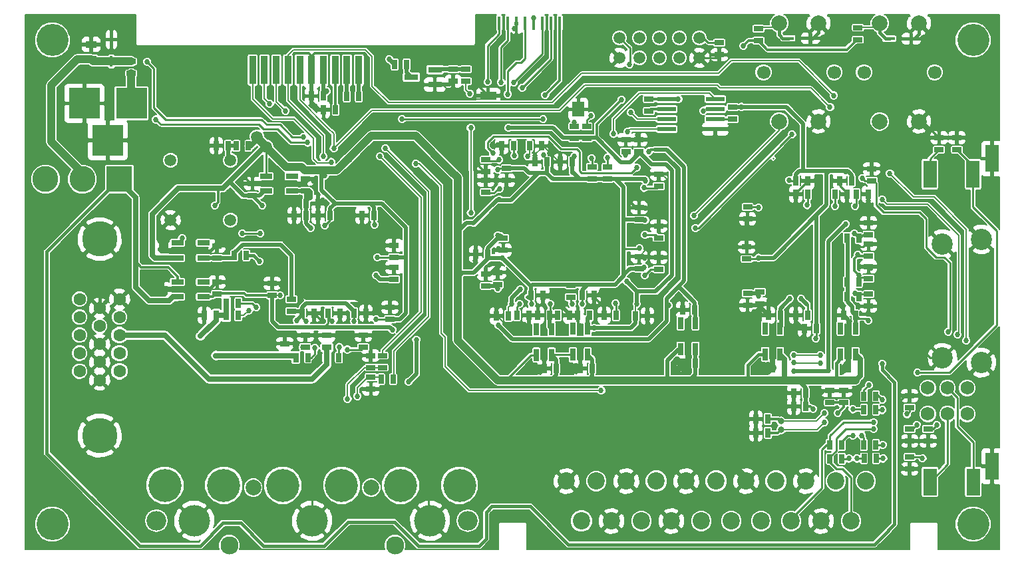
<source format=gbl>
G04 #@! TF.FileFunction,Copper,L2,Bot,Signal*
%FSLAX46Y46*%
G04 Gerber Fmt 4.6, Leading zero omitted, Abs format (unit mm)*
G04 Created by KiCad (PCBNEW 4.0.5+dfsg1-4) date Fri Apr 14 10:30:50 2017*
%MOMM*%
%LPD*%
G01*
G04 APERTURE LIST*
%ADD10C,0.150000*%
%ADD11C,1.506220*%
%ADD12C,4.064000*%
%ADD13C,1.500000*%
%ADD14R,1.560000X0.650000*%
%ADD15R,0.650000X1.560000*%
%ADD16R,1.500000X1.900000*%
%ADD17R,2.000000X1.000000*%
%ADD18R,0.400000X1.750000*%
%ADD19R,0.450000X1.400000*%
%ADD20C,1.600000*%
%ADD21C,4.500000*%
%ADD22R,1.800860X0.800100*%
%ADD23C,2.200000*%
%ADD24C,2.000000*%
%ADD25C,1.700000*%
%ADD26R,2.350000X0.600000*%
%ADD27C,2.300000*%
%ADD28C,4.200000*%
%ADD29C,4.000000*%
%ADD30O,2.500000X2.500000*%
%ADD31R,4.000000X4.000000*%
%ADD32R,1.397000X0.889000*%
%ADD33R,1.143000X0.635000*%
%ADD34R,0.635000X1.143000*%
%ADD35R,1.700000X3.500000*%
%ADD36R,3.300000X3.300000*%
%ADD37C,3.300000*%
%ADD38R,0.900000X3.600000*%
%ADD39R,1.400000X0.450000*%
%ADD40R,6.700000X6.700000*%
%ADD41C,0.690000*%
%ADD42R,6.200000X6.200000*%
%ADD43C,2.700000*%
%ADD44C,1.750000*%
%ADD45C,0.800000*%
%ADD46C,0.686000*%
%ADD47C,0.220000*%
%ADD48C,0.200000*%
%ADD49C,0.180000*%
%ADD50C,0.250000*%
%ADD51C,0.300000*%
%ADD52C,0.500000*%
%ADD53C,0.700000*%
%ADD54C,0.400000*%
%ADD55C,1.000000*%
%ADD56C,0.350000*%
%ADD57C,0.640000*%
G04 APERTURE END LIST*
D10*
D11*
X93480000Y-20320000D03*
X93480000Y-22860000D03*
X90940000Y-20320000D03*
X90940000Y-22860000D03*
X88400000Y-20320000D03*
X88400000Y-22860000D03*
X85860000Y-20320000D03*
X85860000Y-22860000D03*
X83320000Y-20320000D03*
X83320000Y-22860000D03*
D12*
X11130000Y-20600000D03*
X11130000Y-82200000D03*
X128300000Y-82200000D03*
X128300000Y-20600000D03*
D13*
X33804500Y-43509300D03*
X33804500Y-35889300D03*
X26184500Y-35889300D03*
X26184500Y-43509300D03*
D14*
X27052000Y-48320100D03*
X27052000Y-47370100D03*
X27052000Y-46420100D03*
X30352000Y-46420100D03*
X30352000Y-48320100D03*
X38336000Y-39812000D03*
X38336000Y-38862000D03*
X38336000Y-37912000D03*
X41636000Y-37912000D03*
X41636000Y-39812000D03*
D15*
X103743800Y-60603400D03*
X102793800Y-60603400D03*
X101843800Y-60603400D03*
X101843800Y-57303400D03*
X103743800Y-57303400D03*
X113340000Y-60603400D03*
X112390000Y-60603400D03*
X111440000Y-60603400D03*
X111440000Y-57303400D03*
X113340000Y-57303400D03*
D14*
X27052000Y-53274000D03*
X27052000Y-52324000D03*
X27052000Y-51374000D03*
X30352000Y-51374000D03*
X30352000Y-53274000D03*
D15*
X74650000Y-60674600D03*
X73700000Y-60674600D03*
X72750000Y-60674600D03*
X72750000Y-57374600D03*
X74650000Y-57374600D03*
X79256000Y-60652600D03*
X78306000Y-60652600D03*
X77356000Y-60652600D03*
X77356000Y-57352600D03*
X79256000Y-57352600D03*
X92984000Y-59928000D03*
X92034000Y-59928000D03*
X91084000Y-59928000D03*
X91084000Y-56628000D03*
X92984000Y-56628000D03*
D16*
X78088000Y-29405000D03*
D17*
X66588000Y-27655000D03*
D18*
X75688000Y-18430000D03*
X74588000Y-18430000D03*
X73488000Y-18430000D03*
X72388000Y-18430000D03*
X71288000Y-18430000D03*
X70188000Y-18430000D03*
X69088000Y-18430000D03*
X67988000Y-18430000D03*
D19*
X18654000Y-23315000D03*
X18654000Y-20515000D03*
D20*
X17155500Y-59295400D03*
X17155500Y-57005400D03*
X17155500Y-54715400D03*
X19695500Y-62735400D03*
X19695500Y-60445400D03*
X19695500Y-58155400D03*
X19695500Y-55865400D03*
X19695500Y-53575400D03*
X17155500Y-63875400D03*
X17155500Y-61585400D03*
X14615500Y-62735400D03*
X14615500Y-60445400D03*
X14615500Y-58155400D03*
X14615500Y-55865400D03*
X14615500Y-53575400D03*
D21*
X17155500Y-70915400D03*
X17155500Y-45915400D03*
D22*
X59817140Y-24367000D03*
X59817140Y-26267000D03*
X56814860Y-25317000D03*
D23*
X112754600Y-81821200D03*
X110849600Y-76741200D03*
X108944600Y-81821200D03*
X107039600Y-76741200D03*
X105134600Y-81821200D03*
X103229600Y-76741200D03*
X101324600Y-81821200D03*
X99419600Y-76741200D03*
X97514600Y-81821200D03*
X95609600Y-76741200D03*
X93704600Y-81821200D03*
X91799600Y-76741200D03*
X78464600Y-81821200D03*
X87989600Y-76741200D03*
X89894600Y-81821200D03*
X84179600Y-76741200D03*
X86084600Y-81821200D03*
X80369600Y-76741200D03*
X82274600Y-81821200D03*
X76559600Y-76741200D03*
X114659600Y-76741200D03*
D24*
X103631000Y-18450000D03*
X108631000Y-18450000D03*
X103631000Y-30950000D03*
X108631000Y-30950000D03*
D25*
X110631000Y-24700000D03*
X101631000Y-24700000D03*
D24*
X116418000Y-18450000D03*
X121418000Y-18450000D03*
X116418000Y-30950000D03*
X121418000Y-30950000D03*
D25*
X123418000Y-24700000D03*
X114418000Y-24700000D03*
D26*
X95490300Y-28104200D03*
X95490300Y-29374200D03*
X95490300Y-30644200D03*
X95490300Y-31914200D03*
X89290300Y-31914200D03*
X89290300Y-30644200D03*
X89290300Y-29374200D03*
X89290300Y-28104200D03*
D24*
X51696000Y-77576200D03*
X36696000Y-77576200D03*
D27*
X33662620Y-84920720D03*
X54729380Y-84920720D03*
D28*
X55446000Y-77276200D03*
X62946000Y-77276200D03*
X25446000Y-77276200D03*
X32946000Y-77276200D03*
D29*
X29196000Y-81776200D03*
X44196000Y-81776200D03*
X59196000Y-81776200D03*
D30*
X63996000Y-81776200D03*
X24396000Y-81776200D03*
D28*
X47946000Y-77276200D03*
X40446000Y-77276200D03*
D31*
X21202140Y-28649000D03*
X15202660Y-28649000D03*
X18202400Y-33348000D03*
D32*
X16071000Y-23058500D03*
X16071000Y-21153500D03*
D33*
X40688600Y-60743200D03*
X40688600Y-59219200D03*
X46060000Y-59700000D03*
X46060000Y-58176000D03*
D34*
X30480000Y-55626000D03*
X32004000Y-55626000D03*
D33*
X81788000Y-38252400D03*
X81788000Y-36728400D03*
X79806800Y-36728400D03*
X79806800Y-38252400D03*
X77089000Y-51790600D03*
X77089000Y-53314600D03*
X87043600Y-29628200D03*
X87043600Y-28104200D03*
X96000000Y-22462000D03*
X96000000Y-20938000D03*
X77567000Y-33111000D03*
X77567000Y-31587000D03*
X79116000Y-33111000D03*
X79116000Y-31587000D03*
X97686200Y-30618800D03*
X97686200Y-29094800D03*
D34*
X113438000Y-40200000D03*
X114962000Y-40200000D03*
D33*
X21184000Y-24841000D03*
X21184000Y-23317000D03*
X41564900Y-53593100D03*
X41564900Y-55117100D03*
D34*
X112230000Y-53221000D03*
X113754000Y-53221000D03*
X112227000Y-51407000D03*
X113751000Y-51407000D03*
X112235000Y-45811000D03*
X113759000Y-45811000D03*
X34572000Y-34046000D03*
X36096000Y-34046000D03*
D33*
X113629000Y-19004000D03*
X113629000Y-20528000D03*
X100988000Y-19157000D03*
X100988000Y-20681000D03*
D34*
X34300500Y-48017800D03*
X35824500Y-48017800D03*
D33*
X63749000Y-24315000D03*
X63749000Y-25839000D03*
X53142000Y-62271000D03*
X53142000Y-60747000D03*
D34*
X54483000Y-63764000D03*
X52959000Y-63764000D03*
D33*
X62133000Y-24323000D03*
X62133000Y-25847000D03*
D34*
X56232000Y-23694000D03*
X54708000Y-23694000D03*
D33*
X115410000Y-38482000D03*
X115410000Y-36958000D03*
D34*
X42111000Y-60997200D03*
X43635000Y-60997200D03*
X46073400Y-60997200D03*
X47597400Y-60997200D03*
X42926000Y-55372000D03*
X44450000Y-55372000D03*
X49530000Y-55372000D03*
X51054000Y-55372000D03*
X46228000Y-55372000D03*
X47752000Y-55372000D03*
D33*
X54102000Y-56134000D03*
X54102000Y-54610000D03*
D34*
X33274000Y-55626000D03*
X34798000Y-55626000D03*
X33274000Y-54102000D03*
X34798000Y-54102000D03*
D33*
X39116000Y-51562000D03*
X39116000Y-53086000D03*
X54610000Y-51054000D03*
X54610000Y-49530000D03*
X54610000Y-48260000D03*
X54610000Y-46736000D03*
D34*
X33490000Y-34046000D03*
X31966000Y-34046000D03*
X52070000Y-42926000D03*
X50546000Y-42926000D03*
X43434000Y-41402000D03*
X44958000Y-41402000D03*
X46482000Y-42926000D03*
X44958000Y-42926000D03*
X45659000Y-29444000D03*
X47183000Y-29444000D03*
X50137400Y-27761300D03*
X48613400Y-27761300D03*
D33*
X25296200Y-46824000D03*
X25296200Y-48348000D03*
X36593000Y-40401000D03*
X36593000Y-38877000D03*
X32065300Y-48309900D03*
X32065300Y-46785900D03*
X43365000Y-39807000D03*
X43365000Y-38283000D03*
X25187000Y-53777000D03*
X25187000Y-52253000D03*
X84115000Y-34773000D03*
X84115000Y-33249000D03*
D34*
X77262000Y-36100000D03*
X75738000Y-36100000D03*
X71838000Y-34061000D03*
X73362000Y-34061000D03*
X69863000Y-34064000D03*
X68339000Y-34064000D03*
D33*
X85786000Y-34768000D03*
X85786000Y-33244000D03*
D34*
X74062000Y-36100000D03*
X72538000Y-36100000D03*
D33*
X66300000Y-35838000D03*
X66300000Y-37362000D03*
X88300000Y-39162000D03*
X88300000Y-37638000D03*
X66300000Y-39962000D03*
X66300000Y-38438000D03*
X68524000Y-45796000D03*
X68524000Y-47320000D03*
X88300000Y-45762000D03*
X88300000Y-44238000D03*
D34*
X44117600Y-27710500D03*
X45641600Y-27710500D03*
D33*
X85800000Y-49662000D03*
X85800000Y-48138000D03*
X88300000Y-49762000D03*
X88300000Y-48238000D03*
X66300000Y-51862000D03*
X66300000Y-50338000D03*
D34*
X85338000Y-55700000D03*
X86862000Y-55700000D03*
X78538000Y-53100000D03*
X80062000Y-53100000D03*
X72038000Y-53100000D03*
X73562000Y-53100000D03*
X69162000Y-55700000D03*
X67638000Y-55700000D03*
X82850000Y-55621000D03*
X81326000Y-55621000D03*
X75457000Y-55625000D03*
X76981000Y-55625000D03*
X70238000Y-55630000D03*
X71762000Y-55630000D03*
X107262000Y-55600000D03*
X105738000Y-55600000D03*
X108362000Y-57300000D03*
X106838000Y-57300000D03*
D33*
X115000000Y-52938000D03*
X115000000Y-54462000D03*
X99600000Y-52838000D03*
X99600000Y-54362000D03*
X115000000Y-50962000D03*
X115000000Y-49438000D03*
X115000000Y-48062000D03*
X115000000Y-46538000D03*
X99500000Y-48462000D03*
X99500000Y-46938000D03*
X115000000Y-45362000D03*
X115000000Y-43838000D03*
X99600000Y-41838000D03*
X99600000Y-43362000D03*
D34*
X105738000Y-38500000D03*
X107262000Y-38500000D03*
X107262000Y-40200000D03*
X105738000Y-40200000D03*
X110738000Y-40200000D03*
X112262000Y-40200000D03*
X112862000Y-38500000D03*
X111338000Y-38500000D03*
X104323000Y-62316000D03*
X102799000Y-62316000D03*
X113929000Y-62311000D03*
X112405000Y-62311000D03*
X103762000Y-55600000D03*
X102238000Y-55600000D03*
X113320600Y-55600600D03*
X111796600Y-55600600D03*
X79859000Y-62395600D03*
X78335000Y-62395600D03*
X92964000Y-61696600D03*
X91440000Y-61696600D03*
X75230000Y-62390600D03*
X73706000Y-62390600D03*
D33*
X32105600Y-52908200D03*
X32105600Y-51384200D03*
D34*
X74447400Y-55630000D03*
X72923400Y-55630000D03*
X79522000Y-55625000D03*
X77998000Y-55625000D03*
X92862400Y-54914800D03*
X91338400Y-54914800D03*
D33*
X68935600Y-36931600D03*
X68935600Y-38455600D03*
X85800000Y-43462000D03*
X85800000Y-41938000D03*
X43312000Y-58167000D03*
X43312000Y-59691000D03*
X50703000Y-58177800D03*
X50703000Y-59701800D03*
X51656000Y-60747000D03*
X51656000Y-62271000D03*
X51664000Y-63482000D03*
X51664000Y-65006000D03*
X67807000Y-51694000D03*
X67807000Y-50170000D03*
D34*
X66553000Y-47859000D03*
X65029000Y-47859000D03*
X43429000Y-42896000D03*
X41905000Y-42896000D03*
D33*
X101150000Y-52642000D03*
X101150000Y-54166000D03*
D35*
X122806000Y-76830000D03*
X128306000Y-76830000D03*
X130706000Y-74830000D03*
D36*
X19666000Y-38298000D03*
D37*
X14966000Y-38298000D03*
X10266000Y-38298000D03*
D38*
X50126200Y-24406600D03*
X48626200Y-24406600D03*
X41126200Y-24406600D03*
X42626200Y-24406600D03*
X44126200Y-24406600D03*
X45626200Y-24406600D03*
X39626200Y-24406600D03*
X38126200Y-24406600D03*
X36626200Y-24406600D03*
X47126200Y-24406600D03*
D34*
X102182000Y-70580000D03*
X100658000Y-70580000D03*
X102172000Y-68840000D03*
X100648000Y-68840000D03*
D33*
X110070000Y-66752000D03*
X110070000Y-65228000D03*
X111820000Y-66752000D03*
X111820000Y-65228000D03*
D34*
X106982000Y-65510000D03*
X105458000Y-65510000D03*
X115932000Y-67630000D03*
X114408000Y-67630000D03*
X106982000Y-67240000D03*
X105458000Y-67240000D03*
X115932000Y-65910000D03*
X114408000Y-65910000D03*
X114418000Y-73860000D03*
X115942000Y-73860000D03*
X111592000Y-73880000D03*
X110068000Y-73880000D03*
X114408000Y-72120000D03*
X115932000Y-72120000D03*
X111582000Y-72120000D03*
X110058000Y-72120000D03*
D39*
X117640000Y-20422000D03*
X120440000Y-20422000D03*
X104808000Y-20368000D03*
X107608000Y-20368000D03*
D35*
X122798000Y-37676000D03*
X128298000Y-37676000D03*
X130698000Y-35676000D03*
D40*
X77300000Y-44700000D03*
D41*
X79850000Y-42150000D03*
X79850000Y-43000000D03*
X79850000Y-43850000D03*
X79850000Y-44700000D03*
X79850000Y-45550000D03*
X79850000Y-46400000D03*
X79850000Y-47250000D03*
X79000000Y-42150000D03*
X79000000Y-43000000D03*
X79000000Y-43850000D03*
X79000000Y-44700000D03*
X79000000Y-45550000D03*
X79000000Y-46400000D03*
X79000000Y-47250000D03*
X78150000Y-42150000D03*
X78150000Y-43000000D03*
X78150000Y-46400000D03*
X78150000Y-47250000D03*
X77300000Y-42150000D03*
X77300000Y-43000000D03*
X77300000Y-46400000D03*
X77300000Y-47250000D03*
X76450000Y-42150000D03*
X76450000Y-43000000D03*
X76450000Y-46400000D03*
X76450000Y-47250000D03*
X75600000Y-42150000D03*
X75600000Y-43000000D03*
X75600000Y-43850000D03*
X75600000Y-44700000D03*
X75600000Y-45550000D03*
X75600000Y-46400000D03*
X75600000Y-47250000D03*
X74750000Y-42150000D03*
X74750000Y-43000000D03*
X74750000Y-43850000D03*
X74750000Y-44700000D03*
X74750000Y-45550000D03*
X74750000Y-46400000D03*
X74750000Y-47250000D03*
D23*
X77300000Y-44700000D03*
D42*
X46736000Y-50292000D03*
D41*
X44336000Y-52692000D03*
X44336000Y-51892000D03*
X44336000Y-51092000D03*
X44336000Y-50292000D03*
X44336000Y-49492000D03*
X44336000Y-48692000D03*
X44336000Y-47892000D03*
X45136000Y-52692000D03*
X45136000Y-51892000D03*
X45136000Y-51092000D03*
X45136000Y-50292000D03*
X45136000Y-49492000D03*
X45136000Y-48692000D03*
X45136000Y-47892000D03*
X45936000Y-52692000D03*
X45936000Y-51892000D03*
X45936000Y-48692000D03*
X45936000Y-47892000D03*
X46736000Y-52692000D03*
X46736000Y-51892000D03*
X46736000Y-48692000D03*
X46736000Y-47892000D03*
X47536000Y-52692000D03*
X47536000Y-51892000D03*
X47536000Y-48692000D03*
X47536000Y-47892000D03*
X48336000Y-52692000D03*
X48336000Y-51892000D03*
X48336000Y-51092000D03*
X48336000Y-50292000D03*
X48336000Y-49492000D03*
X48336000Y-48692000D03*
X48336000Y-47892000D03*
X49136000Y-52692000D03*
X49136000Y-51892000D03*
X49136000Y-51092000D03*
X49136000Y-50292000D03*
X49136000Y-49492000D03*
X49136000Y-48692000D03*
X49136000Y-47892000D03*
D24*
X46736000Y-50292000D03*
D43*
X124400000Y-46550000D03*
X124400000Y-61050000D03*
X129350000Y-61650000D03*
X129350000Y-45950000D03*
D44*
X127540000Y-64870000D03*
X125040000Y-64870000D03*
X122540000Y-64870000D03*
X127540000Y-68170000D03*
X125040000Y-68170000D03*
X122540000Y-68170000D03*
D33*
X126250000Y-33038000D03*
X126250000Y-34562000D03*
X123970000Y-33028000D03*
X123970000Y-34552000D03*
X122580000Y-70108000D03*
X122580000Y-71632000D03*
X120210000Y-71632000D03*
X120210000Y-70108000D03*
X120240000Y-75172000D03*
X120240000Y-73648000D03*
X120200000Y-67362000D03*
X120200000Y-65838000D03*
D45*
X103861000Y-70197000D03*
X103861000Y-69097000D03*
D46*
X84323000Y-32288000D03*
X84732200Y-29806000D03*
X108848000Y-60705000D03*
X105453000Y-60701000D03*
X43617000Y-33642000D03*
X24312000Y-30690000D03*
X23205000Y-23348000D03*
X43043000Y-32918000D03*
X127430000Y-58850000D03*
X117714100Y-37557100D03*
X45599000Y-35400000D03*
X52818000Y-35391000D03*
X110562000Y-27638000D03*
X116710000Y-40910000D03*
X126320000Y-58080000D03*
X46943000Y-34376000D03*
X110094000Y-29135000D03*
X53534000Y-34370000D03*
X69098500Y-27469200D03*
X69847800Y-25996000D03*
X68209500Y-25945200D03*
X66507700Y-25932500D03*
X73848300Y-27570800D03*
X70901900Y-26681800D03*
X84590000Y-23679000D03*
X79665000Y-30246000D03*
X77541000Y-31105000D03*
X80061000Y-57252000D03*
X83576500Y-28167700D03*
X85428000Y-35326000D03*
X69187000Y-31768000D03*
X85496400Y-54178200D03*
X69596000Y-54152800D03*
X70700000Y-52300000D03*
X84200000Y-51300000D03*
X67200000Y-35000000D03*
X85500000Y-36800000D03*
X87046000Y-34757000D03*
X67900000Y-56900000D03*
X89535000Y-54356000D03*
X86556000Y-45389000D03*
X86517000Y-50546000D03*
X86403000Y-39400000D03*
X84087000Y-35223000D03*
X68021200Y-39522400D03*
X67843400Y-52197000D03*
X70586600Y-54178200D03*
X67995800Y-35839400D03*
X71595000Y-35377000D03*
X82804000Y-54102000D03*
X69900800Y-35306000D03*
X74498200Y-54152800D03*
X82516000Y-32537000D03*
X114971000Y-56319000D03*
X111090000Y-68070000D03*
X105471000Y-62728000D03*
X109899000Y-62678000D03*
X112100000Y-44000000D03*
X40117100Y-53097800D03*
X56460000Y-64108000D03*
X57440000Y-58720000D03*
X54432000Y-57465000D03*
X46736000Y-56388000D03*
X100968000Y-53185000D03*
X101000000Y-41900000D03*
X106400000Y-53500000D03*
X105000000Y-53500000D03*
X110700000Y-41700000D03*
X107200000Y-41600000D03*
X107930000Y-67540000D03*
X108306000Y-58560000D03*
D13*
X37165000Y-32898000D03*
X38353000Y-34188000D03*
D46*
X45819000Y-44196000D03*
X37826000Y-41651000D03*
X31814000Y-41628000D03*
X45811000Y-37856000D03*
X67843400Y-45440600D03*
X68377000Y-48296000D03*
X27634000Y-45815000D03*
X73607000Y-35245000D03*
X98826000Y-29083000D03*
X99065000Y-21336000D03*
X85839000Y-47092000D03*
X86407000Y-49511000D03*
X86558000Y-43510000D03*
X86624000Y-38476000D03*
X77553000Y-35406000D03*
X90790100Y-28104200D03*
X46073400Y-27113600D03*
X52486900Y-48246400D03*
X52118600Y-44080800D03*
X72400500Y-17800000D03*
X72110600Y-54178200D03*
X104900000Y-38400000D03*
X112100000Y-37300000D03*
X101000000Y-48300000D03*
X52324000Y-56134000D03*
X78587600Y-54178200D03*
X67843400Y-37084000D03*
X67995800Y-40894000D03*
X125140000Y-57710000D03*
X114180000Y-38160000D03*
X43979000Y-44493000D03*
X43939800Y-40651800D03*
X52324000Y-50546000D03*
X29982500Y-58279400D03*
X31938300Y-60743200D03*
X97050000Y-65190000D03*
X99060000Y-65200000D03*
X99120000Y-67790000D03*
X99110000Y-69830000D03*
X104020000Y-37680000D03*
X105000000Y-59880000D03*
X121700000Y-48210000D03*
X118510000Y-53040000D03*
X118550000Y-55450000D03*
X118800000Y-50200000D03*
X121710000Y-59920000D03*
X119250000Y-59910000D03*
X115250000Y-63330000D03*
X104230000Y-67260000D03*
X107980000Y-68440000D03*
X111700000Y-62840000D03*
X59329000Y-64267000D03*
X58527000Y-63383000D03*
X82700000Y-67772000D03*
X81481000Y-67780000D03*
X80193000Y-67788000D03*
X30770000Y-34854000D03*
X29581000Y-34785000D03*
X28590000Y-34069000D03*
X29604000Y-33581000D03*
X30777000Y-33581000D03*
X35448000Y-25542000D03*
X34214000Y-25489000D03*
X34221000Y-24270000D03*
X35410000Y-24277000D03*
X35425000Y-23111000D03*
X34267000Y-23119000D03*
X61276000Y-31913000D03*
X61128000Y-33673000D03*
X60190000Y-32781000D03*
X59265000Y-31993000D03*
X66385000Y-31608000D03*
X51458000Y-31486000D03*
X48997000Y-33658000D03*
X41628000Y-31593000D03*
X39811000Y-33296000D03*
X41457000Y-34770000D03*
X43480000Y-35565000D03*
X73533000Y-84475000D03*
X120564000Y-43632000D03*
X119421000Y-45027000D03*
X8896000Y-48748000D03*
X12960000Y-48971000D03*
X114996000Y-55321000D03*
X35330000Y-29051000D03*
X35425000Y-27912000D03*
X35448000Y-26754000D03*
X28404000Y-22974000D03*
X28404000Y-24014000D03*
X28404000Y-25055000D03*
X27958000Y-27203000D03*
X27973000Y-28354000D03*
X27935000Y-29535000D03*
X26784000Y-29535000D03*
X26830000Y-28316000D03*
X26815000Y-27219000D03*
X25611000Y-27249000D03*
X25618000Y-28377000D03*
X25634000Y-29451000D03*
X63307000Y-27793000D03*
X65232000Y-25156000D03*
X65263000Y-24216000D03*
X78326000Y-56982000D03*
X100995000Y-49408000D03*
X101006000Y-50724000D03*
X82612000Y-60590000D03*
X83588000Y-62534000D03*
X90700000Y-62800000D03*
X101796000Y-62454000D03*
X100696000Y-62555000D03*
X95429000Y-62602000D03*
X97738000Y-62591000D03*
X81747000Y-21069000D03*
X100405000Y-55195000D03*
X41910000Y-40894000D03*
X35673000Y-38119000D03*
X36629000Y-37212000D03*
X37650000Y-36176000D03*
X61468000Y-39690000D03*
X48707000Y-37490000D03*
X58548000Y-59066000D03*
X60484000Y-59135000D03*
X62553000Y-61200000D03*
X77175000Y-62690000D03*
X75590400Y-54127400D03*
X44318000Y-38546000D03*
X47254000Y-38877000D03*
X67871000Y-47130000D03*
X67900000Y-43900000D03*
X67900000Y-43000000D03*
X67900000Y-42200000D03*
X67986000Y-49256000D03*
X63848000Y-54441000D03*
X65048000Y-54521000D03*
X23912000Y-50307000D03*
X22814000Y-50300000D03*
X113881000Y-49400000D03*
X69469000Y-52177000D03*
X69545000Y-51064000D03*
X40930000Y-44242000D03*
X41443000Y-45441000D03*
X41737000Y-46518000D03*
X43698000Y-45659000D03*
X51984000Y-54254000D03*
X51979000Y-53167000D03*
X51979000Y-51887000D03*
X51064000Y-51308000D03*
X51069000Y-52578000D03*
X51054000Y-53828000D03*
X52227000Y-45659000D03*
X51333000Y-44831000D03*
X47630000Y-44836000D03*
X48875000Y-44826000D03*
X50135000Y-44811000D03*
X42603000Y-51907000D03*
X42596000Y-50764000D03*
X42634000Y-49507000D03*
X42657000Y-48402000D03*
X101000000Y-47000000D03*
X97978000Y-53969000D03*
X30053000Y-60371000D03*
X28651000Y-66081000D03*
X37810000Y-74280000D03*
X45263000Y-74737000D03*
X34138000Y-70744000D03*
X25136000Y-61549000D03*
X27757000Y-58278000D03*
X59036000Y-75175000D03*
X56693000Y-66271000D03*
X57390000Y-68854000D03*
X58994000Y-71803000D03*
X88440000Y-32771000D03*
X57328000Y-43404000D03*
X57226000Y-50018000D03*
X40523000Y-38908000D03*
X85288000Y-25471000D03*
X82977000Y-25552000D03*
X80691000Y-35342000D03*
X78895000Y-35237000D03*
X108265000Y-41567000D03*
X32690000Y-46036000D03*
X77038000Y-21199000D03*
X76901000Y-18600000D03*
X69947000Y-19116000D03*
X66203000Y-20081000D03*
X111115000Y-54258000D03*
X86591000Y-37404000D03*
X86346000Y-46318000D03*
X84696000Y-44818000D03*
X86479000Y-48360000D03*
X86567000Y-41960000D03*
X84673000Y-41214000D03*
X42365000Y-44753900D03*
X42352300Y-44753900D03*
X42669800Y-47217700D03*
X42707900Y-45909600D03*
X70584400Y-22363800D03*
X45527300Y-40982000D03*
X114983600Y-41083600D03*
X40167900Y-51688100D03*
X53134600Y-46709700D03*
X50556500Y-44030000D03*
X42034800Y-59600200D03*
X85568000Y-32634000D03*
X75700000Y-52500000D03*
X72572000Y-35329000D03*
X67843400Y-38404800D03*
X64947800Y-45643800D03*
X64947800Y-48691800D03*
X113131600Y-46913800D03*
X68300600Y-54178200D03*
X73533000Y-54178200D03*
X81584800Y-54102000D03*
X92303600Y-52044600D03*
X92329000Y-49098200D03*
X92329000Y-50825400D03*
X89916000Y-56946800D03*
X105800000Y-41600000D03*
X112300000Y-41700000D03*
X86500000Y-51500000D03*
X76400000Y-48900000D03*
X74400000Y-48900000D03*
X82400000Y-46800000D03*
X82400000Y-48600000D03*
X80300000Y-48900000D03*
X78400000Y-48900000D03*
X82400000Y-44800000D03*
X82400000Y-42900000D03*
X68707000Y-40208200D03*
X71170800Y-56845200D03*
X97960000Y-44900000D03*
X105800000Y-54300000D03*
X112200000Y-42700000D03*
X109700000Y-44000000D03*
X105900000Y-43800000D03*
X104700000Y-41800000D03*
X103600000Y-41800000D03*
X103600000Y-46000000D03*
X103600000Y-49400000D03*
X75700000Y-37500000D03*
X65000000Y-34000000D03*
X70800000Y-38500000D03*
X72100000Y-48600000D03*
X72100000Y-46700000D03*
X72100000Y-50800000D03*
X73450000Y-50800000D03*
X74950000Y-50800000D03*
X76500000Y-50800000D03*
X78050000Y-50800000D03*
X79450000Y-50800000D03*
X80750000Y-50800000D03*
X81950000Y-50850000D03*
X82400000Y-41200000D03*
X78816200Y-39801800D03*
X81000000Y-39800000D03*
X77400000Y-39800000D03*
X73400000Y-39800000D03*
X75400000Y-39800000D03*
X72100000Y-44800000D03*
X72100000Y-42700000D03*
X72100000Y-40900000D03*
X83900000Y-52500000D03*
X82900000Y-52500000D03*
X82000000Y-52500000D03*
X81050000Y-52500000D03*
X74800000Y-52500000D03*
X67300000Y-34100000D03*
X86900000Y-56700000D03*
X51054000Y-56388000D03*
X47752000Y-56388000D03*
X45466000Y-56388000D03*
X52324000Y-49276000D03*
X52324000Y-55118000D03*
X75735000Y-35437000D03*
X86681000Y-44463000D03*
X44543000Y-59767000D03*
X47673600Y-59651000D03*
X36118800Y-54991000D03*
X37084000Y-54610000D03*
X113258600Y-52806600D03*
X113645000Y-47926000D03*
X113741200Y-50571400D03*
X113184000Y-45236000D03*
X81788000Y-35557000D03*
X113300000Y-41700000D03*
X55649200Y-30644200D03*
X73590000Y-30644000D03*
X79756000Y-35610800D03*
X77292200Y-54152800D03*
X93965100Y-29590100D03*
X43000000Y-59701800D03*
X48664200Y-59981200D03*
X35306000Y-45212000D03*
X37592000Y-45212000D03*
X40810000Y-29590100D03*
X38796300Y-28713800D03*
X105263000Y-32598000D03*
X92964000Y-44521000D03*
X92774000Y-42931000D03*
X37479000Y-48745000D03*
X49530000Y-56388000D03*
X42225300Y-56260100D03*
X43434000Y-56388000D03*
X48706000Y-66277000D03*
X49957000Y-65908000D03*
X108833000Y-61692000D03*
X105456000Y-61628000D03*
X57371000Y-36332000D03*
X80970000Y-65197000D03*
X46608000Y-36111000D03*
X53972000Y-23020000D03*
X64262000Y-27402000D03*
X64378000Y-31758000D03*
X64381000Y-42577000D03*
X116710000Y-61790000D03*
X109385000Y-69243000D03*
X109377000Y-68077000D03*
X121860000Y-73850000D03*
X116860000Y-73860000D03*
X112980000Y-67590000D03*
X121120000Y-69580000D03*
X115640000Y-70090000D03*
X123660000Y-69620000D03*
X116800000Y-72120000D03*
X115020000Y-64520000D03*
X119900000Y-68190000D03*
X115640000Y-69240000D03*
X113510000Y-73860000D03*
X116760000Y-67680000D03*
X112510000Y-73860000D03*
X114110000Y-70920000D03*
X116760000Y-66400000D03*
X121210000Y-62910000D03*
X113000000Y-70920000D03*
D47*
X102884000Y-35622000D02*
X102884000Y-35624000D01*
X102884000Y-35622000D02*
X102851500Y-35654500D01*
D48*
X84676000Y-31935000D02*
X88872400Y-31935000D01*
X84323000Y-32288000D02*
X84676000Y-31935000D01*
D49*
X84732200Y-29806000D02*
X84744900Y-29806000D01*
X85583100Y-30644200D02*
X89290300Y-30644200D01*
X84744900Y-29806000D02*
X85583100Y-30644200D01*
D48*
X84732200Y-29806000D02*
X84771900Y-29806000D01*
X84732200Y-29806000D02*
X84751200Y-29825000D01*
D49*
X105457000Y-60705000D02*
X108848000Y-60705000D01*
X105453000Y-60701000D02*
X105457000Y-60705000D01*
D47*
X43617000Y-33642000D02*
X41445000Y-33642000D01*
X41445000Y-33642000D02*
X39746000Y-31943000D01*
X39746000Y-31943000D02*
X38017000Y-31943000D01*
X38017000Y-31943000D02*
X37430000Y-31356000D01*
X37430000Y-31356000D02*
X24978000Y-31356000D01*
X24978000Y-31356000D02*
X24312000Y-30690000D01*
X24059000Y-24202000D02*
X23205000Y-23348000D01*
X24059000Y-29225000D02*
X24059000Y-24202000D01*
X25535000Y-30701000D02*
X24059000Y-29225000D01*
X37753000Y-30701000D02*
X25535000Y-30701000D01*
X38404000Y-31352000D02*
X37753000Y-30701000D01*
X40096000Y-31352000D02*
X38404000Y-31352000D01*
X41662000Y-32918000D02*
X40096000Y-31352000D01*
X43043000Y-32918000D02*
X41662000Y-32918000D01*
D49*
X123330000Y-40570000D02*
X127450000Y-44690000D01*
X127450000Y-44690000D02*
X127450000Y-58230000D01*
X123330000Y-40570000D02*
X123170000Y-40570000D01*
X127450000Y-58830000D02*
X127450000Y-58230000D01*
X127430000Y-58850000D02*
X127450000Y-58830000D01*
X117714100Y-37557100D02*
X120727000Y-40570000D01*
X120727000Y-40570000D02*
X123170000Y-40570000D01*
X123170000Y-40570000D02*
X123170000Y-40570000D01*
X45614500Y-35384500D02*
X45614500Y-32762500D01*
X45599000Y-35400000D02*
X45614500Y-35384500D01*
X41126200Y-22490800D02*
X41126200Y-24106600D01*
X41793000Y-21824000D02*
X41126200Y-22490800D01*
X50986000Y-21824000D02*
X41793000Y-21824000D01*
X51831000Y-22669000D02*
X50986000Y-21824000D01*
X51831000Y-23513000D02*
X51831000Y-22669000D01*
X51831000Y-23513000D02*
X51831000Y-23515000D01*
X56909000Y-28541000D02*
X53916000Y-28541000D01*
X51831000Y-26456000D02*
X51831000Y-23513000D01*
X53916000Y-28541000D02*
X51831000Y-26456000D01*
X41126200Y-24906600D02*
X41126200Y-28274200D01*
X41126200Y-28274200D02*
X45614500Y-32762500D01*
D48*
X53142000Y-60747000D02*
X53142000Y-60112000D01*
X53274000Y-59980000D02*
X58034000Y-55220000D01*
X58034000Y-55220000D02*
X58034000Y-41605000D01*
X53142000Y-60112000D02*
X53274000Y-59980000D01*
D49*
X58725000Y-28541000D02*
X56909000Y-28541000D01*
X56909000Y-28541000D02*
X56902000Y-28541000D01*
X41126200Y-23247800D02*
X41126200Y-24906600D01*
D48*
X58034000Y-41605000D02*
X58034000Y-40607000D01*
X58034000Y-40607000D02*
X52818000Y-35391000D01*
X58034000Y-41605000D02*
X58034000Y-41525000D01*
D49*
X74763000Y-28541000D02*
X58725000Y-28541000D01*
X58725000Y-28541000D02*
X58681000Y-28541000D01*
X78463000Y-24841000D02*
X74763000Y-28541000D01*
X95905000Y-24841000D02*
X78463000Y-24841000D01*
X97553000Y-23193000D02*
X95905000Y-24841000D01*
X106117000Y-23193000D02*
X97553000Y-23193000D01*
X110562000Y-27638000D02*
X106117000Y-23193000D01*
X41126750Y-24907150D02*
X41126200Y-24906600D01*
X126470000Y-57570000D02*
X126470000Y-45460000D01*
X126470000Y-45460000D02*
X122520000Y-41510000D01*
X122520000Y-41510000D02*
X117310000Y-41510000D01*
X117310000Y-41510000D02*
X116710000Y-40910000D01*
X126470000Y-57730000D02*
X126470000Y-57570000D01*
X126470000Y-57930000D02*
X126470000Y-57730000D01*
X126320000Y-58080000D02*
X126470000Y-57930000D01*
X46943000Y-34376000D02*
X46943000Y-32531000D01*
X42626200Y-28214200D02*
X42626200Y-24906600D01*
X42626200Y-28214200D02*
X46124000Y-31712000D01*
X46943000Y-32531000D02*
X46124000Y-31712000D01*
X47285900Y-34035100D02*
X47283900Y-34035100D01*
X47283900Y-34035100D02*
X46943000Y-34376000D01*
D48*
X54613000Y-63634000D02*
X54613000Y-60150000D01*
X59009000Y-55754000D02*
X59009000Y-40183000D01*
X54613000Y-60150000D02*
X59009000Y-55754000D01*
X54613000Y-63634000D02*
X54483000Y-63764000D01*
D49*
X57802000Y-29547000D02*
X51774000Y-29547000D01*
X110094000Y-29135000D02*
X107659000Y-26700000D01*
X107659000Y-26700000D02*
X96113000Y-26700000D01*
X96113000Y-26700000D02*
X95736000Y-26323000D01*
X95736000Y-26323000D02*
X78914000Y-26323000D01*
X78914000Y-26323000D02*
X75690000Y-29547000D01*
X75690000Y-29547000D02*
X57802000Y-29547000D01*
X51774000Y-29547000D02*
X47285900Y-34035100D01*
D48*
X59009000Y-39845000D02*
X53534000Y-34370000D01*
X59009000Y-40183000D02*
X59009000Y-39845000D01*
X59009000Y-40183000D02*
X59009000Y-40198000D01*
D47*
X71288000Y-22917500D02*
X71288000Y-18430000D01*
X70749500Y-23456000D02*
X71288000Y-22917500D01*
X70178000Y-23456000D02*
X70749500Y-23456000D01*
X69098500Y-24535500D02*
X70178000Y-23456000D01*
X69098500Y-27469200D02*
X69098500Y-24535500D01*
X73488000Y-18430000D02*
X73488000Y-22355800D01*
X73488000Y-22355800D02*
X69847800Y-25996000D01*
D50*
X69088000Y-18430000D02*
X69088000Y-20647100D01*
X69088000Y-20647100D02*
X68209500Y-21525600D01*
X68209500Y-21525600D02*
X68209500Y-25945200D01*
X67988000Y-18430000D02*
X67988000Y-19816700D01*
X66507700Y-21297000D02*
X66507700Y-25932500D01*
X67988000Y-19816700D02*
X66507700Y-21297000D01*
D51*
X75688000Y-18430000D02*
X75688000Y-25731100D01*
X75688000Y-25731100D02*
X73848300Y-27570800D01*
D50*
X74588000Y-18430000D02*
X74588000Y-22995700D01*
X74588000Y-22995700D02*
X70901900Y-26681800D01*
D47*
X96000000Y-20938000D02*
X94598000Y-20938000D01*
X94598000Y-20938000D02*
X93980000Y-20320000D01*
X84612000Y-21612000D02*
X83320000Y-20320000D01*
X84612000Y-23657000D02*
X84612000Y-21612000D01*
X84590000Y-23679000D02*
X84612000Y-23657000D01*
D50*
X79116000Y-31587000D02*
X79116000Y-30795000D01*
X79116000Y-30795000D02*
X79665000Y-30246000D01*
X77567000Y-31587000D02*
X77567000Y-31131000D01*
X77567000Y-31131000D02*
X77541000Y-31105000D01*
D52*
X80061000Y-57252000D02*
X79356600Y-57252000D01*
X80279000Y-57259400D02*
X80244400Y-57259400D01*
X80279000Y-57259400D02*
X79945000Y-57259400D01*
D50*
X79945000Y-57259400D02*
X79945000Y-57280000D01*
X79945000Y-57280000D02*
X79945000Y-57259400D01*
X79945000Y-57280000D02*
X79945000Y-57259400D01*
X80053600Y-57259400D02*
X79945000Y-57259400D01*
X80061000Y-57252000D02*
X80053600Y-57259400D01*
D52*
X79356600Y-57252000D02*
X79256000Y-57352600D01*
X79256000Y-57352600D02*
X79256000Y-55961000D01*
X79256000Y-55961000D02*
X79522000Y-55695000D01*
X84740600Y-57259400D02*
X80279000Y-57259400D01*
D50*
X79116000Y-33111000D02*
X80291000Y-33111000D01*
X80291000Y-33111000D02*
X80369000Y-33033000D01*
X77567000Y-33111000D02*
X79116000Y-33111000D01*
D51*
X80384650Y-33048650D02*
X80384650Y-31359550D01*
X80384650Y-31359550D02*
X83576500Y-28167700D01*
D50*
X85428000Y-35326000D02*
X85786000Y-34968000D01*
X85786000Y-34968000D02*
X85786000Y-34768000D01*
D52*
X85786000Y-34768000D02*
X85786000Y-35033000D01*
X85786000Y-35033000D02*
X84654000Y-36165000D01*
X84654000Y-36165000D02*
X83501000Y-36165000D01*
X83501000Y-36165000D02*
X80384650Y-33048650D01*
X80384650Y-33048650D02*
X80369000Y-33033000D01*
X80369000Y-33033000D02*
X76135000Y-33033000D01*
X74874000Y-31772000D02*
X69187000Y-31768000D01*
X76135000Y-33033000D02*
X74874000Y-31772000D01*
X86447500Y-35447500D02*
X86447500Y-35429500D01*
X86447500Y-35429500D02*
X85786000Y-34768000D01*
D48*
X69162000Y-54787800D02*
X69162000Y-54586800D01*
X69162000Y-54586800D02*
X69596000Y-54152800D01*
X69162000Y-54738000D02*
X69162000Y-54787800D01*
X69162000Y-54787800D02*
X69162000Y-55700000D01*
D52*
X84740600Y-57259400D02*
X85338000Y-56662000D01*
X85338000Y-55700000D02*
X85338000Y-56662000D01*
D48*
X85334400Y-54340200D02*
X85338000Y-55700000D01*
D52*
X69596000Y-54152800D02*
X69600000Y-53400000D01*
X69600000Y-53400000D02*
X70700000Y-52300000D01*
X85500000Y-52600000D02*
X84200000Y-51300000D01*
X87900000Y-52600000D02*
X85500000Y-52600000D01*
X85500000Y-52600000D02*
X85496400Y-54178200D01*
D48*
X85496400Y-54178200D02*
X85334400Y-54340200D01*
D52*
X86400000Y-35400000D02*
X86447500Y-35447500D01*
X86447500Y-35447500D02*
X87400000Y-36400000D01*
X87400000Y-36400000D02*
X89200000Y-36400000D01*
X89200000Y-36400000D02*
X90000000Y-37200000D01*
X90000000Y-37200000D02*
X90000000Y-50500000D01*
X90000000Y-50500000D02*
X87900000Y-52600000D01*
X87041000Y-58628000D02*
X89281000Y-56388000D01*
X86944000Y-58628000D02*
X87041000Y-58628000D01*
X86944000Y-58628000D02*
X79103000Y-58628000D01*
X86951000Y-58628000D02*
X86944000Y-58628000D01*
X79103000Y-58628000D02*
X79083600Y-58628000D01*
D50*
X78232000Y-35841000D02*
X78232000Y-34816000D01*
X78232000Y-34816000D02*
X77893000Y-34477000D01*
X77893000Y-34477000D02*
X75877000Y-34477000D01*
X66500000Y-33637000D02*
X66500000Y-34300000D01*
X66500000Y-34300000D02*
X67200000Y-35000000D01*
X75650000Y-34250000D02*
X74255000Y-32855000D01*
X74255000Y-32855000D02*
X67282000Y-32855000D01*
X67282000Y-32855000D02*
X66500000Y-33637000D01*
X75877000Y-34477000D02*
X75650000Y-34250000D01*
X84795200Y-37504800D02*
X85500000Y-36800000D01*
X78232000Y-37232000D02*
X78232000Y-35841000D01*
X78232000Y-35841000D02*
X78232000Y-35825000D01*
X78504800Y-37504800D02*
X78232000Y-37232000D01*
X84795200Y-37504800D02*
X78504800Y-37504800D01*
D51*
X87889000Y-34646000D02*
X87889000Y-34500000D01*
X87743000Y-34500000D02*
X87889000Y-34646000D01*
X87303000Y-34500000D02*
X87743000Y-34500000D01*
X87046000Y-34757000D02*
X87303000Y-34500000D01*
D52*
X92862400Y-54000400D02*
X90800574Y-51938574D01*
X92862400Y-54914800D02*
X92862400Y-54000400D01*
X90800574Y-51938574D02*
X89281000Y-53543200D01*
X89300000Y-34500000D02*
X87889000Y-34500000D01*
X89300000Y-34500000D02*
X91500000Y-36700000D01*
X91500000Y-36700000D02*
X91500000Y-51200000D01*
X91500000Y-51200000D02*
X90800574Y-51938574D01*
X87889000Y-34500000D02*
X87800000Y-34500000D01*
X92986500Y-57008000D02*
X92986500Y-55424500D01*
X92986500Y-55424500D02*
X92812000Y-55250000D01*
X67900000Y-56900000D02*
X69628000Y-58628000D01*
X89281000Y-53543200D02*
X89281000Y-54330600D01*
X89281000Y-56388000D02*
X89281000Y-54330600D01*
X89509600Y-54330600D02*
X89281000Y-54330600D01*
X89535000Y-54356000D02*
X89509600Y-54330600D01*
X69628000Y-58628000D02*
X79103000Y-58628000D01*
X66300000Y-51862000D02*
X67639000Y-51862000D01*
X67639000Y-51862000D02*
X67807000Y-51694000D01*
X74447400Y-55700000D02*
X75452000Y-55700000D01*
X75452000Y-55700000D02*
X75457000Y-55695000D01*
X74447400Y-57175400D02*
X74447400Y-55714600D01*
X74447400Y-55714600D02*
X74462000Y-55700000D01*
D50*
X87911000Y-45373000D02*
X88300000Y-45762000D01*
X86572000Y-45373000D02*
X87911000Y-45373000D01*
X86556000Y-45389000D02*
X86572000Y-45373000D01*
X87301000Y-49762000D02*
X88300000Y-49762000D01*
X86517000Y-50546000D02*
X87301000Y-49762000D01*
X88036000Y-39426000D02*
X86429000Y-39426000D01*
X86429000Y-39426000D02*
X86403000Y-39400000D01*
X88036000Y-39426000D02*
X88300000Y-39162000D01*
X84115000Y-35195000D02*
X84115000Y-34773000D01*
X84087000Y-35223000D02*
X84115000Y-35195000D01*
X67691000Y-39709000D02*
X67707600Y-39709000D01*
X67894200Y-39522400D02*
X68021200Y-39522400D01*
X67707600Y-39709000D02*
X67894200Y-39522400D01*
X67362000Y-51862000D02*
X67508400Y-51862000D01*
X67508400Y-51862000D02*
X67843400Y-52197000D01*
X66300000Y-51862000D02*
X67362000Y-51862000D01*
X70238000Y-54635400D02*
X70238000Y-54526800D01*
X70238000Y-54526800D02*
X70586600Y-54178200D01*
X70238000Y-54662000D02*
X70238000Y-54635400D01*
X70238000Y-54635400D02*
X70238000Y-55700000D01*
X67338000Y-35938000D02*
X67897200Y-35938000D01*
X66300000Y-35938000D02*
X67338000Y-35938000D01*
X67897200Y-35938000D02*
X67995800Y-35839400D01*
D48*
X71595000Y-35377000D02*
X71833000Y-35139000D01*
D50*
X82804000Y-54102000D02*
X82866000Y-54164000D01*
X69900800Y-35306000D02*
X69862800Y-35268000D01*
X74498200Y-54152800D02*
X74460200Y-54190800D01*
X67700000Y-39700000D02*
X67691000Y-39709000D01*
X67691000Y-39709000D02*
X67338000Y-40062000D01*
X69862800Y-35268000D02*
X69862000Y-33700000D01*
D48*
X71833000Y-35139000D02*
X71838000Y-33700000D01*
D50*
X82866000Y-54164000D02*
X82862000Y-55700000D01*
X74460200Y-54190800D02*
X74462000Y-55700000D01*
X74462000Y-57700000D02*
X74462000Y-55700000D01*
X67338000Y-40062000D02*
X66300000Y-40062000D01*
D49*
X82513000Y-30834700D02*
X82513000Y-30640900D01*
X82513000Y-30640900D02*
X85828900Y-27325000D01*
X94711100Y-27325000D02*
X95490300Y-28104200D01*
X85828900Y-27325000D02*
X94711100Y-27325000D01*
X82513000Y-32534000D02*
X82513000Y-30834700D01*
X82513000Y-30834700D02*
X82513000Y-30895000D01*
X82513000Y-30895000D02*
X82513000Y-30861000D01*
X82513000Y-30861000D02*
X82513000Y-30804000D01*
X82516000Y-32537000D02*
X82513000Y-32534000D01*
D50*
X114686000Y-56034000D02*
X113754000Y-56034000D01*
X114971000Y-56319000D02*
X114686000Y-56034000D01*
X113757000Y-56037000D02*
X113754000Y-56034000D01*
X113754000Y-56034000D02*
X113320600Y-55600600D01*
D51*
X112227000Y-51407000D02*
X112227000Y-53218000D01*
X112227000Y-53218000D02*
X112230000Y-53221000D01*
D52*
X112300000Y-46100000D02*
X112300000Y-48700000D01*
X112300000Y-48700000D02*
X112300000Y-51600000D01*
X112300000Y-51600000D02*
X112300000Y-53900000D01*
X112928400Y-55208400D02*
X113320600Y-55600600D01*
X112928400Y-54528400D02*
X112928400Y-55208400D01*
X112300000Y-53900000D02*
X112928400Y-54528400D01*
X113340000Y-57303400D02*
X113340000Y-55620000D01*
X113340000Y-55620000D02*
X113320600Y-55600600D01*
D51*
X111820000Y-66752000D02*
X110070000Y-66752000D01*
X111820000Y-67340000D02*
X111820000Y-66752000D01*
X111090000Y-68070000D02*
X111820000Y-67340000D01*
D52*
X109900000Y-62728000D02*
X105471000Y-62728000D01*
X109900000Y-60156000D02*
X109900000Y-62728000D01*
X109900000Y-62728000D02*
X109900000Y-62677000D01*
X109900000Y-62677000D02*
X109899000Y-62678000D01*
X112100000Y-44000000D02*
X109900000Y-46200000D01*
X109900000Y-46200000D02*
X109900000Y-60156000D01*
X109900000Y-60156000D02*
X109900000Y-60200000D01*
D48*
X40105300Y-53086000D02*
X39116000Y-53086000D01*
X40117100Y-53097800D02*
X40105300Y-53086000D01*
D52*
X54112000Y-57150000D02*
X54117000Y-57150000D01*
X57470000Y-63098000D02*
X56460000Y-64108000D01*
X57470000Y-58750000D02*
X57470000Y-63098000D01*
X57440000Y-58720000D02*
X57470000Y-58750000D01*
X54117000Y-57150000D02*
X54432000Y-57465000D01*
X45720000Y-57150000D02*
X53203000Y-57150000D01*
X53203000Y-57150000D02*
X53771800Y-57150000D01*
X53771800Y-57150000D02*
X54112000Y-57150000D01*
X54112000Y-57150000D02*
X54050000Y-57150000D01*
D51*
X39116000Y-53086000D02*
X35814000Y-53086000D01*
X35814000Y-53086000D02*
X35560000Y-52832000D01*
X35560000Y-52832000D02*
X32004000Y-52832000D01*
X31559500Y-53276500D02*
X29972000Y-53276500D01*
X32004000Y-52832000D02*
X31559500Y-53276500D01*
D50*
X46228000Y-55372000D02*
X46228000Y-56642000D01*
D52*
X39116000Y-56388000D02*
X39116000Y-53086000D01*
X45720000Y-57150000D02*
X39878000Y-57150000D01*
X39878000Y-57150000D02*
X39116000Y-56388000D01*
D50*
X46736000Y-56388000D02*
X46228000Y-55880000D01*
X46228000Y-55880000D02*
X46228000Y-55372000D01*
X46228000Y-56642000D02*
X45720000Y-57150000D01*
D52*
X100621000Y-52838000D02*
X99600000Y-52838000D01*
D50*
X100968000Y-53185000D02*
X100621000Y-52838000D01*
D52*
X103762000Y-55600000D02*
X103762000Y-54738000D01*
X106400000Y-53500000D02*
X107200000Y-54300000D01*
X103762000Y-54738000D02*
X105000000Y-53500000D01*
X103852500Y-57030000D02*
X103852500Y-55690500D01*
X103852500Y-55690500D02*
X103762000Y-55600000D01*
D50*
X110738000Y-41662000D02*
X110738000Y-40200000D01*
X110700000Y-41700000D02*
X110738000Y-41662000D01*
X107262000Y-41538000D02*
X107262000Y-40200000D01*
X107200000Y-41600000D02*
X107262000Y-41538000D01*
X100938000Y-41838000D02*
X99600000Y-41838000D01*
X101000000Y-41900000D02*
X100938000Y-41838000D01*
X107262000Y-54362000D02*
X107262000Y-55600000D01*
X107200000Y-54300000D02*
X107262000Y-54362000D01*
D51*
X107630000Y-67240000D02*
X106982000Y-67240000D01*
X107930000Y-67540000D02*
X107630000Y-67240000D01*
D52*
X106982000Y-65510000D02*
X106982000Y-64832000D01*
X106982000Y-64832000D02*
X106056400Y-63906400D01*
X106982000Y-65510000D02*
X106982000Y-67240000D01*
D53*
X113929000Y-62311000D02*
X113929000Y-63309400D01*
X113929000Y-62311000D02*
X113929000Y-61192400D01*
X113929000Y-61192400D02*
X113340000Y-60603400D01*
D54*
X111440000Y-60603400D02*
X111440000Y-61161000D01*
X111440000Y-61161000D02*
X110924000Y-61677000D01*
X110924000Y-61677000D02*
X110924000Y-63906400D01*
D47*
X108306000Y-58560000D02*
X108368000Y-58498000D01*
X108368000Y-58498000D02*
X108362000Y-57300000D01*
D55*
X37165000Y-32898000D02*
X38353000Y-34086000D01*
X38524000Y-34359000D02*
X38628000Y-34463000D01*
X38353000Y-34188000D02*
X38524000Y-34359000D01*
X38110000Y-33843000D02*
X38110000Y-33945000D01*
X37163000Y-32896000D02*
X38110000Y-33843000D01*
D52*
X112862000Y-38500000D02*
X112862000Y-37762000D01*
X112862000Y-37762000D02*
X112775000Y-37675000D01*
X66553000Y-47859000D02*
X66553000Y-47066000D01*
X67823000Y-45796000D02*
X68524000Y-45796000D01*
X66553000Y-47066000D02*
X67823000Y-45796000D01*
X68377000Y-48296000D02*
X66654000Y-48296000D01*
X63292000Y-50216000D02*
X62733000Y-50775000D01*
X64580000Y-50216000D02*
X64734000Y-50216000D01*
X66396000Y-48554000D02*
X64734000Y-50216000D01*
X64580000Y-50216000D02*
X63292000Y-50216000D01*
X66654000Y-48296000D02*
X66396000Y-48554000D01*
D50*
X46482000Y-43533000D02*
X46482000Y-42926000D01*
X45819000Y-44196000D02*
X46482000Y-43533000D01*
D54*
X37826000Y-41651000D02*
X36593000Y-40418000D01*
X36593000Y-40418000D02*
X36593000Y-40401000D01*
D52*
X64790000Y-43882000D02*
X63829000Y-43882000D01*
X63829000Y-43882000D02*
X62733000Y-44978000D01*
X67996000Y-40894000D02*
X67778000Y-40894000D01*
X67778000Y-40894000D02*
X64790000Y-43882000D01*
X64790000Y-43882000D02*
X64712000Y-43960000D01*
D50*
X38336000Y-37912000D02*
X38336000Y-34755000D01*
X38336000Y-34755000D02*
X38628000Y-34463000D01*
D52*
X36593000Y-40401000D02*
X35441000Y-40401000D01*
X35441000Y-40401000D02*
X33661500Y-38621500D01*
X38336000Y-39812000D02*
X38117000Y-39812000D01*
X38117000Y-39812000D02*
X37528000Y-40401000D01*
X37528000Y-40401000D02*
X36593000Y-40401000D01*
D55*
X62733000Y-49258000D02*
X62733000Y-44978000D01*
X62733000Y-44978000D02*
X62733000Y-43960000D01*
X51714000Y-32777000D02*
X48825500Y-35665500D01*
X51714000Y-32777000D02*
X57390000Y-32777000D01*
X57390000Y-32777000D02*
X61829000Y-37216000D01*
X62733000Y-38120000D02*
X61829000Y-37216000D01*
X62733000Y-43960000D02*
X62733000Y-38120000D01*
D50*
X72750000Y-60674600D02*
X72073400Y-60674600D01*
X72073400Y-60674600D02*
X68841600Y-63906400D01*
X77356000Y-60652600D02*
X74672000Y-60652600D01*
X74672000Y-60652600D02*
X74650000Y-60674600D01*
D52*
X75230000Y-62390600D02*
X75230000Y-61254600D01*
X75230000Y-61254600D02*
X74650000Y-60674600D01*
X75230000Y-62390600D02*
X75230000Y-63279000D01*
X75230000Y-63279000D02*
X74602600Y-63906400D01*
X79859000Y-62395600D02*
X79859000Y-63336000D01*
X79859000Y-63336000D02*
X79288600Y-63906400D01*
X79859000Y-62395600D02*
X79859000Y-61255600D01*
X79859000Y-61255600D02*
X79256000Y-60652600D01*
D55*
X67812600Y-63906400D02*
X67810500Y-63908500D01*
X62733000Y-58831000D02*
X62733000Y-50775000D01*
X67810500Y-63908500D02*
X62733000Y-58831000D01*
X68841600Y-63906400D02*
X67812600Y-63906400D01*
X62733000Y-50775000D02*
X62733000Y-49258000D01*
X62733000Y-49258000D02*
X62733000Y-49321000D01*
X79288600Y-63906400D02*
X74602600Y-63906400D01*
X74602600Y-63906400D02*
X68841600Y-63906400D01*
X79210000Y-63906400D02*
X79288600Y-63906400D01*
X79210000Y-63906400D02*
X89357200Y-63906400D01*
D51*
X32210000Y-39456000D02*
X32210000Y-41232000D01*
X32210000Y-41232000D02*
X31814000Y-41628000D01*
D53*
X38110000Y-33945000D02*
X38110000Y-34173000D01*
X38110000Y-34173000D02*
X33661500Y-38621500D01*
X32827000Y-39456000D02*
X32210000Y-39456000D01*
X33661500Y-38621500D02*
X32827000Y-39456000D01*
X36096000Y-34046000D02*
X36408000Y-34046000D01*
X36408000Y-34046000D02*
X37272000Y-33182000D01*
X37272000Y-33182000D02*
X37309500Y-33144500D01*
D52*
X45811000Y-37856000D02*
X45469000Y-37514000D01*
X45469000Y-37514000D02*
X45469000Y-37170000D01*
D55*
X37309500Y-33144500D02*
X38110000Y-33945000D01*
X38110000Y-33945000D02*
X38628000Y-34463000D01*
X48825500Y-35665500D02*
X48817500Y-35665500D01*
X48817500Y-35665500D02*
X47313000Y-37170000D01*
X47313000Y-37170000D02*
X45469000Y-37170000D01*
X40871000Y-36706000D02*
X38628000Y-34463000D01*
X42787000Y-36706000D02*
X40871000Y-36706000D01*
X43251000Y-37170000D02*
X42787000Y-36706000D01*
X45469000Y-37170000D02*
X43251000Y-37170000D01*
D51*
X45110000Y-37056000D02*
X45110000Y-37342000D01*
X45110000Y-37316000D02*
X45110000Y-37056000D01*
X45097000Y-37329000D02*
X45110000Y-37316000D01*
X45906000Y-37329000D02*
X45097000Y-37329000D01*
X45991000Y-37414000D02*
X45906000Y-37329000D01*
D52*
X45374900Y-37856000D02*
X45374900Y-37606900D01*
X45374900Y-37606900D02*
X45110000Y-37342000D01*
X45110000Y-37342000D02*
X44753800Y-36985800D01*
X45374900Y-37819700D02*
X45374900Y-37856000D01*
X45374900Y-37856000D02*
X45374900Y-39673900D01*
X45374900Y-39673900D02*
X47104000Y-41403000D01*
D51*
X45374900Y-39673900D02*
X47104000Y-41403000D01*
D52*
X38435000Y-39812000D02*
X38736000Y-39812000D01*
X67843400Y-45440600D02*
X68168600Y-45440600D01*
X68168600Y-45440600D02*
X68524000Y-45796000D01*
X70600000Y-50500000D02*
X71200000Y-51100000D01*
X70600000Y-50528000D02*
X70594000Y-50528000D01*
X70594000Y-50528000D02*
X68377000Y-48296000D01*
X70600000Y-50528000D02*
X70600000Y-50500000D01*
X71200000Y-51100000D02*
X72000000Y-51900000D01*
D54*
X111440000Y-60603400D02*
X111440000Y-60787000D01*
D55*
X113332000Y-63906400D02*
X110924000Y-63906400D01*
X110924000Y-63906400D02*
X110566200Y-63906400D01*
X109099000Y-63906400D02*
X110007400Y-63906400D01*
X106056400Y-63906400D02*
X109099000Y-63906400D01*
X110007400Y-63906400D02*
X110566200Y-63906400D01*
D53*
X113929000Y-63309400D02*
X113332000Y-63906400D01*
D54*
X101843800Y-60603400D02*
X100978600Y-60603400D01*
X99616000Y-61966000D02*
X99616000Y-63906400D01*
X100978600Y-60603400D02*
X99616000Y-61966000D01*
D53*
X104323000Y-61182600D02*
X103743800Y-60603400D01*
X104323000Y-62316000D02*
X104323000Y-61182600D01*
X104323000Y-62316000D02*
X104323000Y-63581400D01*
X104323000Y-63581400D02*
X104648000Y-63906400D01*
X25296200Y-48348000D02*
X24230000Y-48348000D01*
X24230000Y-48348000D02*
X23851000Y-47969000D01*
X23851000Y-47969000D02*
X23851000Y-42728000D01*
X23851000Y-42728000D02*
X27123000Y-39456000D01*
X27123000Y-39456000D02*
X32210000Y-39456000D01*
X27052000Y-48320100D02*
X25324100Y-48320100D01*
X25324100Y-48320100D02*
X25296200Y-48348000D01*
D50*
X27052000Y-46420100D02*
X27052000Y-46397000D01*
X27052000Y-46397000D02*
X27634000Y-45815000D01*
D55*
X48799000Y-35692000D02*
X48825500Y-35665500D01*
D52*
X92964000Y-61696600D02*
X92964000Y-63144000D01*
X92964000Y-63144000D02*
X92201600Y-63906400D01*
X92984000Y-59928000D02*
X92984000Y-61676600D01*
X92984000Y-61676600D02*
X92964000Y-61696600D01*
X91084000Y-59928000D02*
X90846400Y-59928000D01*
X25324100Y-48320100D02*
X25296200Y-48348000D01*
D55*
X104648000Y-63906400D02*
X106056400Y-63906400D01*
D52*
X90846400Y-59928000D02*
X89357200Y-61417200D01*
X89357200Y-61417200D02*
X89357200Y-63906400D01*
D55*
X79248000Y-63906400D02*
X79210000Y-63906400D01*
X89357200Y-63906400D02*
X92201600Y-63906400D01*
X92201600Y-63906400D02*
X99616000Y-63906400D01*
X99616000Y-63906400D02*
X101193600Y-63906400D01*
X101193600Y-63906400D02*
X104648000Y-63906400D01*
D51*
X38736000Y-39812000D02*
X38470800Y-39812000D01*
D50*
X91081500Y-59548000D02*
X90952000Y-59548000D01*
D51*
X45374900Y-38374000D02*
X45374900Y-39673900D01*
D52*
X52070000Y-42926000D02*
X52070000Y-41809000D01*
X52070000Y-41809000D02*
X51664000Y-41403000D01*
X46482000Y-42926000D02*
X46482000Y-42025000D01*
X46482000Y-42025000D02*
X47104000Y-41403000D01*
X47104000Y-41403000D02*
X47492000Y-41403000D01*
X47492000Y-41403000D02*
X51664000Y-41403000D01*
X51664000Y-41403000D02*
X53096000Y-41403000D01*
D51*
X77089000Y-51790600D02*
X79197400Y-51790600D01*
X79197400Y-51790600D02*
X79288000Y-51700000D01*
X78538000Y-53100000D02*
X78538000Y-52450000D01*
X78538000Y-52450000D02*
X79288000Y-51700000D01*
X77089000Y-51790600D02*
X77466400Y-51790600D01*
X77466400Y-51790600D02*
X77557000Y-51700000D01*
X77557000Y-51700000D02*
X77089000Y-51790600D01*
D48*
X73607000Y-35245000D02*
X74062000Y-35700000D01*
X74062000Y-35700000D02*
X74062000Y-36100000D01*
D52*
X98826000Y-29083000D02*
X98826000Y-29094800D01*
X98826000Y-29094800D02*
X98826000Y-29083000D01*
X98826000Y-29083000D02*
X98826000Y-29094800D01*
X106650000Y-37250000D02*
X106650000Y-31228000D01*
X104516800Y-29094800D02*
X98826000Y-29094800D01*
X98826000Y-29094800D02*
X97686200Y-29094800D01*
X106650000Y-31228000D02*
X104516800Y-29094800D01*
D56*
X100988000Y-20681000D02*
X99720000Y-20681000D01*
X99720000Y-20681000D02*
X99065000Y-21336000D01*
X113629000Y-20528000D02*
X113493000Y-20528000D01*
X113493000Y-20528000D02*
X112217000Y-21804000D01*
X112217000Y-21804000D02*
X102111000Y-21804000D01*
X102111000Y-21804000D02*
X100988000Y-20681000D01*
D50*
X85756000Y-47175000D02*
X83769200Y-47175000D01*
X85839000Y-47092000D02*
X85756000Y-47175000D01*
X86407000Y-49511000D02*
X86256000Y-49662000D01*
X86256000Y-49662000D02*
X85800000Y-49662000D01*
X86510000Y-43462000D02*
X85800000Y-43462000D01*
X86558000Y-43510000D02*
X86510000Y-43462000D01*
X86421000Y-38364000D02*
X86421000Y-38299820D01*
X86447820Y-38337180D02*
X86421000Y-38364000D01*
X86447820Y-38299820D02*
X86447820Y-38337180D01*
X86624000Y-38476000D02*
X86447820Y-38299820D01*
D52*
X86421000Y-38299820D02*
X83400000Y-38299820D01*
X82775220Y-38299820D02*
X83400000Y-38299820D01*
X86599820Y-38299820D02*
X86421000Y-38299820D01*
D50*
X77553000Y-35406000D02*
X77262000Y-35697000D01*
X77262000Y-35697000D02*
X77262000Y-36100000D01*
D51*
X89290300Y-28104200D02*
X90790100Y-28104200D01*
X89290300Y-28104200D02*
X87043600Y-28104200D01*
D52*
X46073400Y-27113600D02*
X45641600Y-27545400D01*
X45641600Y-27545400D02*
X45641600Y-27710500D01*
X45641600Y-27710500D02*
X45641600Y-24922000D01*
X45641600Y-24922000D02*
X45626200Y-24906600D01*
D51*
X45374900Y-38518200D02*
X45374900Y-38374000D01*
X45374900Y-38374000D02*
X45374900Y-37819700D01*
D50*
X52500500Y-48260000D02*
X54610000Y-48260000D01*
X52486900Y-48246400D02*
X52500500Y-48260000D01*
X52070000Y-44032200D02*
X52070000Y-42926000D01*
X52118600Y-44080800D02*
X52070000Y-44032200D01*
X72400500Y-17800000D02*
X72388000Y-17812500D01*
X72388000Y-17812500D02*
X72388000Y-18430000D01*
D52*
X67995800Y-40894000D02*
X67996000Y-40894000D01*
X67996000Y-40894000D02*
X67970000Y-40894000D01*
X67970000Y-40894000D02*
X67903800Y-40894000D01*
D50*
X81788000Y-38252400D02*
X82727800Y-38252400D01*
X82727800Y-38252400D02*
X82775220Y-38299820D01*
D52*
X83769200Y-40741600D02*
X83769200Y-39293800D01*
X83769200Y-39293800D02*
X82775220Y-38299820D01*
D50*
X77089000Y-51790600D02*
X76631800Y-51790600D01*
X76631800Y-51790600D02*
X76541200Y-51700000D01*
X76541200Y-51700000D02*
X77089000Y-51790600D01*
X72110600Y-54178200D02*
X72048600Y-54116200D01*
X72048600Y-54116200D02*
X72038000Y-53300000D01*
D52*
X83769200Y-43459400D02*
X85797400Y-43459400D01*
X85797400Y-43459400D02*
X85800000Y-43462000D01*
X83769200Y-40690800D02*
X83769200Y-40741600D01*
X83769200Y-40741600D02*
X83769200Y-43459400D01*
X83769200Y-43459400D02*
X83769200Y-47175000D01*
X83769200Y-47175000D02*
X83769200Y-50590155D01*
X109950000Y-37250000D02*
X106650000Y-37250000D01*
X106650000Y-37250000D02*
X106200000Y-37250000D01*
X105738000Y-37712000D02*
X105738000Y-38500000D01*
X106200000Y-37250000D02*
X105738000Y-37712000D01*
X109600000Y-37600000D02*
X109950000Y-37250000D01*
X112350000Y-37250000D02*
X112775000Y-37675000D01*
X109950000Y-37250000D02*
X112350000Y-37250000D01*
X108900000Y-42300000D02*
X109600000Y-41600000D01*
X109600000Y-41600000D02*
X109600000Y-37600000D01*
X109600000Y-37600000D02*
X109600000Y-37700000D01*
D47*
X105000000Y-38500000D02*
X105738000Y-38500000D01*
X104900000Y-38400000D02*
X105000000Y-38500000D01*
D52*
X78200000Y-38299820D02*
X74799820Y-38299820D01*
X74799820Y-38299820D02*
X74000000Y-37500000D01*
D47*
X112100000Y-37300000D02*
X112400000Y-37300000D01*
X112400000Y-37300000D02*
X112775000Y-37675000D01*
X112200000Y-37200000D02*
X112500000Y-37200000D01*
X112100000Y-37300000D02*
X112200000Y-37200000D01*
D52*
X108362000Y-52500000D02*
X108362000Y-42838000D01*
X108362000Y-42838000D02*
X108900000Y-42300000D01*
X101000000Y-48300000D02*
X102900000Y-48300000D01*
X102900000Y-48300000D02*
X108900000Y-42300000D01*
D47*
X100838000Y-48462000D02*
X99500000Y-48462000D01*
X101000000Y-48300000D02*
X100838000Y-48462000D01*
D52*
X108362000Y-57300000D02*
X108362000Y-52500000D01*
X108362000Y-52500000D02*
X108362000Y-52438000D01*
X85762000Y-43500000D02*
X85800000Y-43462000D01*
X79300000Y-51700000D02*
X79288000Y-51700000D01*
X79288000Y-51700000D02*
X72238000Y-51700000D01*
X72038000Y-53300000D02*
X72038000Y-51900000D01*
X72238000Y-51700000D02*
X72038000Y-51900000D01*
X80000000Y-38299820D02*
X82775220Y-38299820D01*
X80000000Y-38299820D02*
X78200000Y-38299820D01*
X71800000Y-37500000D02*
X71200000Y-36900000D01*
X73000000Y-37500000D02*
X71800000Y-37500000D01*
X70300000Y-40200000D02*
X73000000Y-37500000D01*
X69700000Y-40800000D02*
X70300000Y-40200000D01*
X69500000Y-41000000D02*
X69700000Y-40800000D01*
X71200000Y-36900000D02*
X68738000Y-36900000D01*
X68738000Y-36900000D02*
X68700000Y-36938000D01*
X72000000Y-37500000D02*
X74000000Y-37500000D01*
X79200000Y-51700000D02*
X79300000Y-51700000D01*
X79300000Y-51700000D02*
X82754697Y-51700000D01*
X82754697Y-51700000D02*
X83237833Y-51216864D01*
X83237833Y-51216864D02*
X83769200Y-50590155D01*
X83769200Y-50590155D02*
X84100000Y-50200000D01*
X85800000Y-49662000D02*
X84638000Y-49662000D01*
X84638000Y-49662000D02*
X84100000Y-50200000D01*
X74062000Y-36100000D02*
X74062000Y-37500000D01*
X74062000Y-37500000D02*
X74000000Y-37500000D01*
X78200000Y-38299820D02*
X78199820Y-38299820D01*
X77262000Y-37362000D02*
X77262000Y-37500000D01*
X77262000Y-37500000D02*
X77262000Y-36100000D01*
X78199820Y-38299820D02*
X77262000Y-37362000D01*
X85800000Y-43462000D02*
X85538000Y-43462000D01*
X78538000Y-53300000D02*
X78538000Y-52362000D01*
X78538000Y-52362000D02*
X79200000Y-51700000D01*
X72038000Y-53300000D02*
X71600000Y-53300000D01*
D50*
X78525600Y-54116200D02*
X78538000Y-53300000D01*
X78587600Y-54178200D02*
X78525600Y-54116200D01*
X67962000Y-36938000D02*
X68700000Y-36938000D01*
D52*
X72068000Y-53600000D02*
X72068000Y-53568000D01*
X54610000Y-48260000D02*
X56134000Y-48260000D01*
X54102000Y-56134000D02*
X55372000Y-56134000D01*
X55372000Y-56134000D02*
X56134000Y-55372000D01*
X56134000Y-55372000D02*
X56134000Y-54940200D01*
X56134000Y-54940200D02*
X56134000Y-53949600D01*
X56134000Y-53949600D02*
X56134000Y-49530000D01*
X56134000Y-49530000D02*
X56134000Y-48260000D01*
X56134000Y-48260000D02*
X56134000Y-44441000D01*
X56134000Y-44441000D02*
X53096000Y-41403000D01*
X53096000Y-41403000D02*
X53157500Y-41464500D01*
D50*
X52324000Y-56134000D02*
X54102000Y-56134000D01*
X67843400Y-37084000D02*
X67962000Y-36938000D01*
D52*
X67995800Y-40894000D02*
X68095800Y-40994000D01*
X68095800Y-40994000D02*
X68660208Y-40996412D01*
X68660208Y-40996412D02*
X69500000Y-41000000D01*
D50*
X115950000Y-38810000D02*
X115950000Y-41600000D01*
X115950000Y-41600000D02*
X116880000Y-42530000D01*
X116880000Y-42530000D02*
X121480000Y-42530000D01*
X121480000Y-42530000D02*
X122320000Y-43370000D01*
X115950000Y-38810000D02*
X115622000Y-38482000D01*
D47*
X122320000Y-46980000D02*
X122320000Y-43370000D01*
X123560000Y-48220000D02*
X122320000Y-46980000D01*
X124620000Y-48220000D02*
X123560000Y-48220000D01*
X125350000Y-48950000D02*
X124620000Y-48220000D01*
X125350000Y-57500000D02*
X125350000Y-48950000D01*
X125140000Y-57710000D02*
X125350000Y-57500000D01*
D50*
X115410000Y-38482000D02*
X115622000Y-38482000D01*
X114502000Y-38482000D02*
X115410000Y-38482000D01*
X114180000Y-38160000D02*
X114502000Y-38482000D01*
D52*
X41564900Y-53593100D02*
X41564900Y-48005100D01*
X35341900Y-46620800D02*
X34300500Y-47662200D01*
X40180600Y-46620800D02*
X35341900Y-46620800D01*
X41564900Y-48005100D02*
X40180600Y-46620800D01*
X34300500Y-47662200D02*
X34300500Y-48017800D01*
X32065300Y-48309900D02*
X34008400Y-48309900D01*
D54*
X34008400Y-48309900D02*
X34300500Y-48017800D01*
D52*
X30352000Y-48320100D02*
X32055100Y-48320100D01*
D54*
X32055100Y-48320100D02*
X32065300Y-48309900D01*
D52*
X43429000Y-42896000D02*
X43429000Y-43943000D01*
X43429000Y-43943000D02*
X43979000Y-44493000D01*
X43429000Y-42896000D02*
X43429000Y-41407000D01*
X43429000Y-41407000D02*
X43434000Y-41402000D01*
D53*
X43939800Y-40651800D02*
X43939800Y-39981800D01*
X43939800Y-39981800D02*
X43765000Y-39807000D01*
D52*
X43434000Y-41402000D02*
X43434000Y-40138000D01*
X43434000Y-40138000D02*
X43765000Y-39807000D01*
D50*
X43939800Y-40651800D02*
X43434000Y-41157600D01*
X43434000Y-41157600D02*
X43434000Y-41402000D01*
D52*
X42036000Y-39812000D02*
X43627000Y-39812000D01*
D50*
X43243500Y-39814500D02*
X43434000Y-39624000D01*
D52*
X41656000Y-39814500D02*
X43243500Y-39814500D01*
D50*
X43434000Y-41148000D02*
X43434000Y-41402000D01*
D52*
X52832000Y-51054000D02*
X54610000Y-51054000D01*
X52324000Y-50546000D02*
X52832000Y-51054000D01*
D57*
X19695500Y-58155400D02*
X25464300Y-58155400D01*
X46073400Y-61886200D02*
X46073400Y-60997200D01*
X31074700Y-63765800D02*
X26350300Y-59041400D01*
X44193800Y-63765800D02*
X31074700Y-63765800D01*
X46073400Y-61886200D02*
X44193800Y-63765800D01*
X25464300Y-58155400D02*
X26350300Y-59041400D01*
X46073400Y-60997200D02*
X46073400Y-59981200D01*
X46073400Y-59981200D02*
X45794000Y-59701800D01*
X33274000Y-55626000D02*
X33274000Y-54102000D01*
X32004000Y-56257900D02*
X32004000Y-55626000D01*
X29982500Y-58279400D02*
X32004000Y-56257900D01*
X32004000Y-55626000D02*
X32004000Y-56092800D01*
X32004000Y-55626000D02*
X33274000Y-55626000D01*
X33817900Y-60743200D02*
X31938300Y-60743200D01*
X33729000Y-60743200D02*
X33817900Y-60743200D01*
X33817900Y-60743200D02*
X33754400Y-60743200D01*
X33754400Y-60743200D02*
X40688600Y-60743200D01*
X40688600Y-60743200D02*
X41857000Y-60743200D01*
X41857000Y-60743200D02*
X42111000Y-60997200D01*
D50*
X100658000Y-70580000D02*
X99860000Y-70580000D01*
X99060000Y-67730000D02*
X99060000Y-65200000D01*
X99120000Y-67790000D02*
X99060000Y-67730000D01*
X99860000Y-70580000D02*
X99110000Y-69830000D01*
D48*
X105000000Y-59880000D02*
X105050000Y-59830000D01*
X105050000Y-59830000D02*
X105050000Y-58953400D01*
X118510000Y-53040000D02*
X118510000Y-50490000D01*
X120790000Y-48210000D02*
X121700000Y-48210000D01*
X118510000Y-50490000D02*
X120790000Y-48210000D01*
X118510000Y-55410000D02*
X118510000Y-53040000D01*
X118550000Y-55450000D02*
X118510000Y-55410000D01*
D50*
X126250000Y-33038000D02*
X123980000Y-33038000D01*
X123980000Y-33038000D02*
X121892000Y-30950000D01*
X121892000Y-30950000D02*
X121418000Y-30950000D01*
X120210000Y-71632000D02*
X119408000Y-71632000D01*
X119408000Y-71632000D02*
X118990000Y-72050000D01*
X122580000Y-71632000D02*
X120210000Y-71632000D01*
X120240000Y-75172000D02*
X119552000Y-75172000D01*
X119552000Y-75172000D02*
X118990000Y-74610000D01*
X118990000Y-74610000D02*
X118990000Y-72050000D01*
X119622000Y-65838000D02*
X120200000Y-65838000D01*
X118990000Y-72050000D02*
X118990000Y-66470000D01*
X118990000Y-66470000D02*
X119622000Y-65838000D01*
X121710000Y-59920000D02*
X119260000Y-59920000D01*
X122840000Y-61050000D02*
X121710000Y-59920000D01*
X124400000Y-61050000D02*
X122840000Y-61050000D01*
X119260000Y-59920000D02*
X119250000Y-59910000D01*
X111820000Y-65228000D02*
X113352000Y-65228000D01*
X113352000Y-65228000D02*
X115250000Y-63330000D01*
D51*
X105458000Y-67240000D02*
X104250000Y-67240000D01*
X104250000Y-67240000D02*
X104230000Y-67260000D01*
X110070000Y-65228000D02*
X111820000Y-65228000D01*
X108820000Y-67600000D02*
X108820000Y-65880000D01*
X109472000Y-65228000D02*
X110070000Y-65228000D01*
X108820000Y-65880000D02*
X109472000Y-65228000D01*
X107980000Y-68440000D02*
X108820000Y-67600000D01*
X108820000Y-67600000D02*
X108820000Y-67600000D01*
D52*
X105458000Y-65510000D02*
X105458000Y-67240000D01*
D48*
X111700000Y-62840000D02*
X112229000Y-62311000D01*
X112229000Y-62311000D02*
X112405000Y-62311000D01*
D53*
X112390000Y-61653000D02*
X112380000Y-61653000D01*
X112380000Y-61653000D02*
X111915000Y-62118000D01*
X111915000Y-62118000D02*
X111915000Y-62606000D01*
X111915000Y-62606000D02*
X112210000Y-62311000D01*
X112210000Y-62311000D02*
X112405000Y-62311000D01*
D51*
X100658000Y-70580000D02*
X100658000Y-68850000D01*
X100658000Y-68850000D02*
X100648000Y-68840000D01*
D54*
X120440000Y-20422000D02*
X120797000Y-20422000D01*
X120797000Y-20422000D02*
X121418000Y-19801000D01*
X121418000Y-19801000D02*
X121418000Y-18450000D01*
X107608000Y-20368000D02*
X107862000Y-20368000D01*
X107862000Y-20368000D02*
X108631000Y-19599000D01*
X108631000Y-19599000D02*
X108631000Y-18450000D01*
D52*
X99419600Y-76741200D02*
X99419600Y-76117600D01*
X99419600Y-76117600D02*
X91074000Y-67772000D01*
X91074000Y-67772000D02*
X82700000Y-67772000D01*
X59329000Y-64267000D02*
X59329000Y-64185000D01*
X79267000Y-67335000D02*
X62390000Y-67335000D01*
X62390000Y-67335000D02*
X59329000Y-64267000D01*
X59329000Y-64185000D02*
X58527000Y-63383000D01*
X82700000Y-67772000D02*
X82692000Y-67780000D01*
X82692000Y-67780000D02*
X81481000Y-67780000D01*
X80193000Y-67788000D02*
X79740000Y-67335000D01*
X79740000Y-67335000D02*
X79267000Y-67335000D01*
D48*
X29306000Y-34785000D02*
X29581000Y-34785000D01*
X28590000Y-34069000D02*
X29306000Y-34785000D01*
X30777000Y-33581000D02*
X29604000Y-33581000D01*
X34267000Y-25542000D02*
X35448000Y-25542000D01*
X34214000Y-25489000D02*
X34267000Y-25542000D01*
X35403000Y-24270000D02*
X34221000Y-24270000D01*
X35410000Y-24277000D02*
X35403000Y-24270000D01*
X34275000Y-23111000D02*
X35425000Y-23111000D01*
X34267000Y-23119000D02*
X34275000Y-23111000D01*
D52*
X106600000Y-57300000D02*
X106000000Y-56700000D01*
D56*
X44126200Y-24406600D02*
X44126200Y-22651800D01*
X44126200Y-22651800D02*
X44528998Y-22249002D01*
X44528998Y-22249002D02*
X45072000Y-22249002D01*
X44126200Y-24406600D02*
X44126200Y-22634200D01*
X44126200Y-22634200D02*
X43742000Y-22250000D01*
X43742000Y-22250000D02*
X42874000Y-22250000D01*
D48*
X57047000Y-31436000D02*
X58708000Y-31436000D01*
X61082000Y-33673000D02*
X61128000Y-33673000D01*
X60190000Y-32781000D02*
X61082000Y-33673000D01*
X58708000Y-31436000D02*
X59265000Y-31993000D01*
X51458000Y-31486000D02*
X51169000Y-31486000D01*
X66385000Y-31608000D02*
X65897000Y-31120000D01*
X65897000Y-31120000D02*
X57363000Y-31120000D01*
X57363000Y-31120000D02*
X57047000Y-31436000D01*
X57047000Y-31436000D02*
X56997000Y-31486000D01*
X56997000Y-31486000D02*
X51458000Y-31486000D01*
X51169000Y-31486000D02*
X48997000Y-33658000D01*
X41457000Y-34770000D02*
X42685000Y-34770000D01*
X35433000Y-27912000D02*
X37696000Y-30175000D01*
X37696000Y-30175000D02*
X37925000Y-30175000D01*
X37925000Y-30175000D02*
X38718000Y-30968000D01*
X38718000Y-30968000D02*
X41003000Y-30968000D01*
X41003000Y-30968000D02*
X41628000Y-31593000D01*
X39811000Y-33296000D02*
X41285000Y-34770000D01*
X41285000Y-34770000D02*
X41457000Y-34770000D01*
X35425000Y-27912000D02*
X35433000Y-27912000D01*
X42685000Y-34770000D02*
X43480000Y-35565000D01*
X120564000Y-43884000D02*
X120564000Y-43632000D01*
X119421000Y-45027000D02*
X120564000Y-43884000D01*
D54*
X17155500Y-54715400D02*
X17155500Y-53166500D01*
X17155500Y-53166500D02*
X12960000Y-48971000D01*
D50*
X115000000Y-54462000D02*
X115000000Y-55317000D01*
X115000000Y-55317000D02*
X114996000Y-55321000D01*
X45659000Y-29444000D02*
X45217000Y-29444000D01*
X44117600Y-28344600D02*
X44117600Y-27710500D01*
X45217000Y-29444000D02*
X44117600Y-28344600D01*
D48*
X35330000Y-29051000D02*
X35425000Y-28956000D01*
X35425000Y-26777000D02*
X35425000Y-27912000D01*
X35448000Y-26754000D02*
X35425000Y-26777000D01*
X28404000Y-24014000D02*
X28404000Y-22974000D01*
X28404000Y-26757000D02*
X28404000Y-25055000D01*
X27958000Y-27203000D02*
X28404000Y-26757000D01*
X27973000Y-29497000D02*
X27973000Y-28354000D01*
X27935000Y-29535000D02*
X27973000Y-29497000D01*
X26784000Y-28362000D02*
X26784000Y-29535000D01*
X26830000Y-28316000D02*
X26784000Y-28362000D01*
X26769000Y-27173000D02*
X26815000Y-27219000D01*
X25687000Y-27173000D02*
X26769000Y-27173000D01*
X25611000Y-27249000D02*
X25687000Y-27173000D01*
X25618000Y-29435000D02*
X25618000Y-28377000D01*
X25634000Y-29451000D02*
X25618000Y-29435000D01*
X62133000Y-25847000D02*
X62133000Y-26619000D01*
X62133000Y-26619000D02*
X63307000Y-27793000D01*
X65082000Y-23785000D02*
X65082000Y-24035000D01*
X65232000Y-25156000D02*
X65082000Y-25156000D01*
X65082000Y-24035000D02*
X65263000Y-24216000D01*
X59196000Y-81776200D02*
X60196200Y-81776200D01*
X77998000Y-56654000D02*
X77998000Y-55625000D01*
X78326000Y-56982000D02*
X77998000Y-56654000D01*
X100995000Y-50713000D02*
X100995000Y-49408000D01*
X101006000Y-50724000D02*
X100995000Y-50713000D01*
X82612000Y-61558000D02*
X82612000Y-60590000D01*
X83588000Y-62534000D02*
X82612000Y-61558000D01*
D52*
X91288000Y-62212000D02*
X90700000Y-62800000D01*
D54*
X101934000Y-62316000D02*
X101796000Y-62454000D01*
X101934000Y-62316000D02*
X102799000Y-62316000D01*
D48*
X97727000Y-62602000D02*
X95429000Y-62602000D01*
X97738000Y-62591000D02*
X97727000Y-62602000D01*
D50*
X83320000Y-22860000D02*
X83320000Y-22642000D01*
X83320000Y-22642000D02*
X81747000Y-21069000D01*
X100405000Y-55195000D02*
X101150000Y-54450000D01*
X101150000Y-54450000D02*
X101150000Y-54166000D01*
D51*
X41905000Y-42896000D02*
X41905000Y-43413000D01*
X41905000Y-42896000D02*
X41905000Y-40899000D01*
X41905000Y-40899000D02*
X41910000Y-40894000D01*
D50*
X36593000Y-38877000D02*
X36431000Y-38877000D01*
X36431000Y-38877000D02*
X35673000Y-38119000D01*
X36629000Y-37212000D02*
X37650000Y-36191000D01*
X37650000Y-36191000D02*
X37650000Y-36176000D01*
D48*
X66182000Y-28061000D02*
X66588000Y-27655000D01*
X62579000Y-28061000D02*
X66182000Y-28061000D01*
X60785000Y-26267000D02*
X62579000Y-28061000D01*
X59817140Y-26267000D02*
X60785000Y-26267000D01*
D52*
X59817140Y-26267000D02*
X61713000Y-26267000D01*
X61713000Y-26267000D02*
X62133000Y-25847000D01*
D48*
X61468000Y-38699000D02*
X61468000Y-39690000D01*
X57745000Y-34976000D02*
X61468000Y-38699000D01*
X56053000Y-34976000D02*
X57745000Y-34976000D01*
X54818000Y-33741000D02*
X56053000Y-34976000D01*
X52456000Y-33741000D02*
X54818000Y-33741000D01*
X48707000Y-37490000D02*
X52456000Y-33741000D01*
X58548000Y-59066000D02*
X58617000Y-59135000D01*
X58617000Y-59135000D02*
X60484000Y-59135000D01*
D52*
X77475000Y-62103000D02*
X77475000Y-62880000D01*
X77592000Y-61986000D02*
X77475000Y-62103000D01*
X77901000Y-61986000D02*
X77592000Y-61986000D01*
X73040000Y-62126000D02*
X72824000Y-62126000D01*
X72786000Y-62986398D02*
X72796000Y-62996398D01*
X72786000Y-62164000D02*
X72786000Y-62986398D01*
X72824000Y-62126000D02*
X72786000Y-62164000D01*
X78335000Y-62395600D02*
X78310600Y-62395600D01*
X78310600Y-62395600D02*
X77901000Y-61986000D01*
X77805000Y-62037000D02*
X77805000Y-62865000D01*
X77856000Y-61986000D02*
X77805000Y-62037000D01*
X77901000Y-61986000D02*
X77856000Y-61986000D01*
X78335000Y-62395600D02*
X78280600Y-62395600D01*
X78335000Y-62395600D02*
X78305600Y-62395600D01*
X73706000Y-62390600D02*
X73682600Y-62390600D01*
X73682600Y-62390600D02*
X73418000Y-62126000D01*
X73418000Y-62126000D02*
X73040000Y-62126000D01*
X73040000Y-62126000D02*
X73084000Y-62126000D01*
X73084000Y-62126000D02*
X73160000Y-62202000D01*
X73160000Y-62202000D02*
X73160000Y-62918000D01*
X73160000Y-62918000D02*
X73229000Y-62987000D01*
X73229000Y-62987000D02*
X73229000Y-62867600D01*
X73229000Y-62867600D02*
X73706000Y-62390600D01*
D50*
X78335000Y-62395600D02*
X77469400Y-62395600D01*
X77469400Y-62395600D02*
X77175000Y-62690000D01*
D52*
X76981000Y-55695000D02*
X76981000Y-55518000D01*
X76981000Y-55518000D02*
X75590400Y-54127400D01*
D51*
X75590400Y-54127400D02*
X75425400Y-53925400D01*
X74800000Y-53300000D02*
X73562000Y-53300000D01*
X75425400Y-53925400D02*
X74800000Y-53300000D01*
D52*
X77998000Y-55695000D02*
X76981000Y-55695000D01*
X78335000Y-62395600D02*
X78335000Y-60681600D01*
X78335000Y-60681600D02*
X78306000Y-60652600D01*
X43365000Y-38283000D02*
X44055000Y-38283000D01*
X44055000Y-38283000D02*
X44318000Y-38546000D01*
D48*
X47254000Y-38877000D02*
X47092000Y-39039000D01*
X47092000Y-39039000D02*
X47092000Y-39395000D01*
D53*
X38736000Y-38862000D02*
X37008000Y-38862000D01*
X37008000Y-38862000D02*
X36993000Y-38877000D01*
D52*
X38736000Y-38862000D02*
X43186000Y-38862000D01*
X43186000Y-38862000D02*
X43765000Y-38283000D01*
D48*
X68524000Y-47320000D02*
X68061000Y-47320000D01*
X68061000Y-47320000D02*
X67871000Y-47130000D01*
X67900000Y-43900000D02*
X67600000Y-44200000D01*
X67900000Y-42200000D02*
X67900000Y-43000000D01*
D52*
X66300000Y-50338000D02*
X66888000Y-50338000D01*
X66888000Y-50338000D02*
X67986000Y-49256000D01*
X64968000Y-54441000D02*
X63848000Y-54441000D01*
X65048000Y-54521000D02*
X64968000Y-54441000D01*
D53*
X112405000Y-62311000D02*
X112394000Y-62311000D01*
X112405000Y-62401602D02*
X112405000Y-62311000D01*
X112390000Y-60603400D02*
X112390000Y-61653000D01*
X112390000Y-61653000D02*
X112390000Y-62296000D01*
X112390000Y-62296000D02*
X112405000Y-62311000D01*
D55*
X102799000Y-62316000D02*
X102502398Y-62316000D01*
X102502398Y-62316000D02*
X102072000Y-62746398D01*
X102799000Y-62316000D02*
X102382000Y-62316000D01*
X102382000Y-62316000D02*
X102144000Y-62078000D01*
D53*
X102799000Y-62316000D02*
X102799000Y-60608600D01*
X102799000Y-60608600D02*
X102793800Y-60603400D01*
X91440000Y-61696600D02*
X91396400Y-61696600D01*
X91396400Y-61696600D02*
X90731000Y-62362000D01*
X91440000Y-61696600D02*
X91124600Y-61696600D01*
X91124600Y-61696600D02*
X90638603Y-61210603D01*
X92034000Y-59928000D02*
X92034000Y-62368000D01*
X92034000Y-62368000D02*
X91882000Y-62520000D01*
D52*
X73700000Y-62150000D02*
X73700000Y-61206002D01*
X73700000Y-62150000D02*
X73700000Y-61068002D01*
D53*
X27052000Y-52324000D02*
X28789000Y-52324000D01*
X28814000Y-52299000D02*
X28814000Y-52324000D01*
X28789000Y-52324000D02*
X28814000Y-52299000D01*
X27052000Y-52324000D02*
X25258000Y-52324000D01*
X25258000Y-52324000D02*
X25187000Y-52253000D01*
X25187000Y-52253000D02*
X25187000Y-52116000D01*
X25187000Y-52116000D02*
X24821000Y-51750000D01*
X24821000Y-51750000D02*
X24125000Y-51750000D01*
X25187000Y-52253000D02*
X24582000Y-52253000D01*
X24582000Y-52253000D02*
X24308000Y-52527000D01*
X25187000Y-52253000D02*
X25187000Y-52274000D01*
X25187000Y-52274000D02*
X25461000Y-52548000D01*
X25461000Y-52548000D02*
X25461000Y-52812000D01*
X25461000Y-52812000D02*
X25360000Y-52913000D01*
X25360000Y-52913000D02*
X24120000Y-52913000D01*
X25296200Y-46824000D02*
X25296200Y-46539800D01*
X25296200Y-46539800D02*
X25740000Y-46096000D01*
D55*
X25296200Y-46824000D02*
X25296200Y-46388200D01*
X25296200Y-46388200D02*
X24989000Y-46081000D01*
D53*
X27052000Y-47370100D02*
X25018100Y-47370100D01*
X25018100Y-47370100D02*
X24917000Y-47269000D01*
X32065300Y-46785900D02*
X32065300Y-46599700D01*
X32065300Y-46599700D02*
X32335000Y-46330000D01*
X32335000Y-46330000D02*
X32934000Y-46330000D01*
D52*
X27052000Y-47370100D02*
X27863100Y-47370100D01*
X27863100Y-47370100D02*
X28537000Y-48044000D01*
X27052000Y-47370100D02*
X27793900Y-47370100D01*
X27793900Y-47370100D02*
X28392000Y-46772000D01*
X25296200Y-46824000D02*
X25296200Y-44397600D01*
X25296200Y-44397600D02*
X26184500Y-43509300D01*
D51*
X23912000Y-50307000D02*
X22821000Y-50307000D01*
X25187000Y-51582000D02*
X23912000Y-50307000D01*
X25187000Y-52253000D02*
X25187000Y-51582000D01*
X22821000Y-50307000D02*
X22814000Y-50300000D01*
D52*
X27052000Y-52324000D02*
X25263000Y-52324000D01*
X25263000Y-52324000D02*
X25258000Y-52329000D01*
D50*
X113919000Y-49438000D02*
X115000000Y-49438000D01*
X113881000Y-49400000D02*
X113919000Y-49438000D01*
D51*
X69469000Y-51140000D02*
X69469000Y-52177000D01*
X69545000Y-51064000D02*
X69469000Y-51140000D01*
X40935000Y-44247000D02*
X40935000Y-44282000D01*
X40930000Y-44242000D02*
X40935000Y-44247000D01*
X41443000Y-46224000D02*
X41443000Y-45441000D01*
X41737000Y-46518000D02*
X41443000Y-46224000D01*
X52324000Y-54594000D02*
X52324000Y-55118000D01*
X51984000Y-54254000D02*
X52324000Y-54594000D01*
X51979000Y-51887000D02*
X51979000Y-53167000D01*
X51054000Y-55372000D02*
X51054000Y-53828000D01*
X51064000Y-52573000D02*
X51064000Y-51308000D01*
X51069000Y-52578000D02*
X51064000Y-52573000D01*
D55*
X46736000Y-50292000D02*
X49857000Y-50292000D01*
D52*
X50734000Y-50292000D02*
X50800000Y-50358000D01*
X50800000Y-50358000D02*
X50800000Y-50800000D01*
X50018000Y-50292000D02*
X50734000Y-50292000D01*
D55*
X49857000Y-50292000D02*
X50041000Y-50476000D01*
X50041000Y-50476000D02*
X50041000Y-53366000D01*
X50041000Y-53366000D02*
X49866998Y-53191998D01*
X49866998Y-53191998D02*
X43487998Y-53191998D01*
X43487998Y-53191998D02*
X43297000Y-53001000D01*
X43297000Y-53001000D02*
X43297000Y-47206000D01*
X43297000Y-47206000D02*
X43686000Y-46817000D01*
X43686000Y-46817000D02*
X49801000Y-46817000D01*
X49801000Y-46817000D02*
X50018000Y-47034000D01*
X50018000Y-47034000D02*
X50018000Y-50292000D01*
D51*
X50135000Y-44811000D02*
X51328000Y-44811000D01*
X51333000Y-44816000D02*
X51333000Y-44831000D01*
X51328000Y-44811000D02*
X51333000Y-44816000D01*
X50556500Y-44030000D02*
X50556500Y-44389500D01*
X48865000Y-44836000D02*
X47630000Y-44836000D01*
X48875000Y-44826000D02*
X48865000Y-44836000D01*
X50556500Y-44389500D02*
X50135000Y-44811000D01*
X42669800Y-47217700D02*
X42669800Y-48389200D01*
X42611000Y-51915000D02*
X42611000Y-51938000D01*
X42603000Y-51907000D02*
X42611000Y-51915000D01*
X42596000Y-49545000D02*
X42596000Y-50764000D01*
X42634000Y-49507000D02*
X42596000Y-49545000D01*
X42669800Y-48389200D02*
X42657000Y-48402000D01*
D55*
X77300000Y-44700000D02*
X77300000Y-41310000D01*
X73929000Y-40919000D02*
X77300000Y-40919000D01*
X73643000Y-41205000D02*
X73929000Y-40919000D01*
X73643000Y-48200000D02*
X73643000Y-41205000D01*
X73860000Y-48417000D02*
X73643000Y-48200000D01*
X80593000Y-48417000D02*
X73860000Y-48417000D01*
X80959000Y-48051000D02*
X80593000Y-48417000D01*
X80959000Y-41480000D02*
X80959000Y-48051000D01*
X80524000Y-41045000D02*
X80959000Y-41480000D01*
X77565000Y-41045000D02*
X80524000Y-41045000D01*
X77300000Y-41310000D02*
X77565000Y-41045000D01*
D50*
X101000000Y-47000000D02*
X100938000Y-46938000D01*
X100938000Y-46938000D02*
X99500000Y-46938000D01*
X100779000Y-54362000D02*
X101000000Y-54362000D01*
X100968000Y-54173000D02*
X100779000Y-54362000D01*
X101000000Y-54362000D02*
X100969000Y-54331000D01*
X100752000Y-54331000D02*
X100752000Y-54362000D01*
X100969000Y-54331000D02*
X100752000Y-54331000D01*
X98340000Y-54331000D02*
X99569000Y-54331000D01*
X97978000Y-53969000D02*
X98340000Y-54331000D01*
X99569000Y-54331000D02*
X99600000Y-54362000D01*
D52*
X77300000Y-44700000D02*
X81480000Y-44700000D01*
X81480000Y-44700000D02*
X81481000Y-44699000D01*
X77300000Y-40919000D02*
X77300000Y-40495000D01*
X77300000Y-40495000D02*
X77328000Y-40467000D01*
X77300000Y-44700000D02*
X73031000Y-44700000D01*
X73031000Y-44700000D02*
X73030000Y-44699000D01*
X77300000Y-44700000D02*
X77300000Y-48913000D01*
X77300000Y-48913000D02*
X77307000Y-48920000D01*
X72200000Y-44700000D02*
X72100000Y-44800000D01*
X77300000Y-39900000D02*
X77400000Y-39800000D01*
X82300000Y-44700000D02*
X82400000Y-44800000D01*
X46736000Y-50292000D02*
X42893000Y-50292000D01*
X42893000Y-50292000D02*
X42885000Y-50300000D01*
X46736000Y-50292000D02*
X46736000Y-46583000D01*
X46736000Y-46583000D02*
X46726000Y-46573000D01*
D56*
X42725000Y-38862000D02*
X43186000Y-38862000D01*
X43186000Y-38862000D02*
X43765000Y-38283000D01*
D50*
X30053000Y-60371000D02*
X29850000Y-60371000D01*
X28651000Y-66081000D02*
X28651000Y-65064000D01*
X33314000Y-70744000D02*
X28651000Y-66081000D01*
X37810000Y-74280000D02*
X37674000Y-74280000D01*
X38267000Y-74737000D02*
X37810000Y-74280000D01*
X44196000Y-81776200D02*
X44196000Y-75804000D01*
X44196000Y-75804000D02*
X45263000Y-74737000D01*
X45263000Y-74737000D02*
X38267000Y-74737000D01*
X37674000Y-74280000D02*
X34138000Y-70744000D01*
X34138000Y-70744000D02*
X33314000Y-70744000D01*
X28651000Y-65064000D02*
X25136000Y-61549000D01*
X29850000Y-60371000D02*
X27757000Y-58278000D01*
X59036000Y-81616200D02*
X59036000Y-75175000D01*
X58994000Y-75133000D02*
X59036000Y-75175000D01*
X57390000Y-68854000D02*
X57390000Y-70199000D01*
X56693000Y-66271000D02*
X57390000Y-66968000D01*
X57390000Y-66968000D02*
X57390000Y-68854000D01*
X57390000Y-70199000D02*
X58994000Y-71803000D01*
X58994000Y-71803000D02*
X58994000Y-75133000D01*
X59036000Y-81616200D02*
X59196000Y-81776200D01*
D48*
X88440000Y-32771000D02*
X88440000Y-32985000D01*
X88440000Y-32985000D02*
X88181000Y-33244000D01*
X85786000Y-33244000D02*
X88181000Y-33244000D01*
D50*
X57328000Y-49916000D02*
X57328000Y-43404000D01*
X57226000Y-50018000D02*
X57328000Y-49916000D01*
X38736000Y-38862000D02*
X40477000Y-38862000D01*
X40477000Y-38862000D02*
X40523000Y-38908000D01*
X83058000Y-25471000D02*
X85288000Y-25471000D01*
X82977000Y-25552000D02*
X83058000Y-25471000D01*
X80691000Y-35019000D02*
X80691000Y-35342000D01*
X80175000Y-34503000D02*
X80691000Y-35019000D01*
X79629000Y-34503000D02*
X80175000Y-34503000D01*
X78895000Y-35237000D02*
X79629000Y-34503000D01*
X108265000Y-41755000D02*
X108265000Y-41567000D01*
X106220000Y-43800000D02*
X108265000Y-41755000D01*
X105900000Y-43800000D02*
X106220000Y-43800000D01*
X32065300Y-46785900D02*
X32065300Y-46660700D01*
X32065300Y-46660700D02*
X32690000Y-46036000D01*
X77038000Y-18737000D02*
X77038000Y-21199000D01*
X76901000Y-18600000D02*
X77038000Y-18737000D01*
X69947000Y-19116000D02*
X70188000Y-18875000D01*
X70188000Y-18875000D02*
X70188000Y-18430000D01*
D51*
X65082000Y-26149000D02*
X66588000Y-27655000D01*
X65082000Y-21202000D02*
X65082000Y-23785000D01*
X65082000Y-25156000D02*
X65082000Y-26149000D01*
X66203000Y-20081000D02*
X65082000Y-21202000D01*
X111796600Y-54939600D02*
X111796600Y-55600600D01*
X111115000Y-54258000D02*
X111796600Y-54939600D01*
D50*
X86825000Y-37638000D02*
X88300000Y-37638000D01*
X86591000Y-37404000D02*
X86825000Y-37638000D01*
X86131500Y-46103500D02*
X86103500Y-46103500D01*
X86346000Y-46318000D02*
X86131500Y-46103500D01*
D48*
X86700000Y-47238000D02*
X85800000Y-48138000D01*
X86700000Y-46600000D02*
X86700000Y-47238000D01*
X86400000Y-46300000D02*
X86700000Y-46600000D01*
D51*
X84850000Y-44850000D02*
X86103500Y-46103500D01*
X86103500Y-46103500D02*
X86300000Y-46300000D01*
X86300000Y-46300000D02*
X86400000Y-46300000D01*
X84728000Y-44850000D02*
X84850000Y-44850000D01*
X84696000Y-44818000D02*
X84728000Y-44850000D01*
D50*
X86479000Y-48360000D02*
X86257000Y-48138000D01*
X86257000Y-48138000D02*
X85800000Y-48138000D01*
X86906000Y-44238000D02*
X88300000Y-44238000D01*
X86681000Y-44463000D02*
X86906000Y-44238000D01*
X86545000Y-41938000D02*
X85800000Y-41938000D01*
X86567000Y-41960000D02*
X86545000Y-41938000D01*
D51*
X85397000Y-41938000D02*
X84673000Y-41214000D01*
X85800000Y-41938000D02*
X85397000Y-41938000D01*
X42365000Y-44753900D02*
X42352300Y-44753900D01*
X42669800Y-45947700D02*
X42669800Y-47217700D01*
X42707900Y-45909600D02*
X42669800Y-45947700D01*
D50*
X70188000Y-18430000D02*
X70188000Y-21967400D01*
X70188000Y-21967400D02*
X70584400Y-22363800D01*
D52*
X44120000Y-27712900D02*
X44117600Y-27710500D01*
X44117600Y-27710500D02*
X44117600Y-24915200D01*
X44117600Y-24915200D02*
X44126200Y-24906600D01*
D51*
X45527300Y-40982000D02*
X45107300Y-41402000D01*
X45107300Y-41402000D02*
X44958000Y-41402000D01*
X114962000Y-41062000D02*
X114962000Y-40200000D01*
X114983600Y-41083600D02*
X114962000Y-41062000D01*
D52*
X25296200Y-46824000D02*
X25359700Y-46824000D01*
X25359700Y-46824000D02*
X25905800Y-47370100D01*
X25905800Y-47370100D02*
X27052000Y-47370100D01*
D48*
X40041800Y-51562000D02*
X39116000Y-51562000D01*
X40167900Y-51688100D02*
X40041800Y-51562000D01*
D54*
X32065300Y-46785900D02*
X31824000Y-46785900D01*
X31824000Y-46785900D02*
X31239800Y-47370100D01*
X31239800Y-47370100D02*
X27052000Y-47370100D01*
D50*
X53160900Y-46736000D02*
X54610000Y-46736000D01*
X53134600Y-46709700D02*
X53160900Y-46736000D01*
X50546000Y-44019500D02*
X50546000Y-42926000D01*
X50556500Y-44030000D02*
X50546000Y-44019500D01*
D56*
X38736000Y-38862000D02*
X42725000Y-38862000D01*
X42725000Y-38862000D02*
X42846700Y-38862000D01*
D50*
X40688600Y-59219200D02*
X41653800Y-59219200D01*
X41653800Y-59219200D02*
X42034800Y-59600200D01*
X84115000Y-33249000D02*
X85781000Y-33249000D01*
X85781000Y-33249000D02*
X85786000Y-33244000D01*
X85786000Y-32852000D02*
X85786000Y-33244000D01*
X85568000Y-32634000D02*
X85786000Y-32852000D01*
D48*
X75738000Y-36100000D02*
X75612000Y-36100000D01*
X75612000Y-36100000D02*
X73573000Y-34061000D01*
X73573000Y-34061000D02*
X73362000Y-34061000D01*
D50*
X75673000Y-35499000D02*
X75738000Y-36100000D01*
D48*
X72572000Y-35329000D02*
X72572000Y-35129000D01*
X72572000Y-35129000D02*
X73362000Y-34338000D01*
D50*
X72572000Y-35329000D02*
X72538000Y-35362000D01*
D48*
X73700000Y-62150000D02*
X73700000Y-61227000D01*
X70688200Y-57000000D02*
X71016000Y-57000000D01*
D50*
X67843400Y-38404800D02*
X67905400Y-38466800D01*
X68143400Y-38466800D02*
X67905400Y-38466800D01*
X66300000Y-50338000D02*
X66300000Y-50044000D01*
X64947800Y-48691800D02*
X64947800Y-45643800D01*
X114249200Y-46913800D02*
X114625000Y-46538000D01*
X113131600Y-46913800D02*
X114249200Y-46913800D01*
X114625000Y-46538000D02*
X115000000Y-46538000D01*
D52*
X112390000Y-60603400D02*
X112390000Y-56194000D01*
X112390000Y-56194000D02*
X111796600Y-55600600D01*
D48*
X71221600Y-56794400D02*
X71491600Y-56794400D01*
X71491600Y-56794400D02*
X71762000Y-56524000D01*
D52*
X104978200Y-58953400D02*
X105050000Y-58953400D01*
X102793800Y-59359800D02*
X103200200Y-58953400D01*
X103200200Y-58953400D02*
X104978200Y-58953400D01*
X102793800Y-60603400D02*
X102793800Y-59359800D01*
X105050000Y-58953400D02*
X106045000Y-58953400D01*
X106838000Y-58160400D02*
X106838000Y-57300000D01*
X106045000Y-58953400D02*
X106838000Y-58160400D01*
X102793800Y-60603400D02*
X102793800Y-61722000D01*
D50*
X67638000Y-55700000D02*
X67638000Y-54840800D01*
X67638000Y-54840800D02*
X68300600Y-54178200D01*
D51*
X71762000Y-56524000D02*
X71762000Y-56438000D01*
X71762000Y-55700000D02*
X71762000Y-56438000D01*
D48*
X71016000Y-57000000D02*
X71221600Y-56794400D01*
X71221600Y-56794400D02*
X71170800Y-56845200D01*
D50*
X73562000Y-54149200D02*
X73562000Y-53100000D01*
X73533000Y-54178200D02*
X73562000Y-54149200D01*
X81584800Y-54102000D02*
X81338000Y-54348800D01*
X81338000Y-54348800D02*
X81338000Y-55700000D01*
X92329000Y-50825400D02*
X92329000Y-52019200D01*
X92329000Y-52019200D02*
X92303600Y-52044600D01*
X92329000Y-49098200D02*
X92329000Y-50825400D01*
D52*
X91338400Y-54914800D02*
X90627200Y-54914800D01*
X90043000Y-56819800D02*
X89916000Y-56946800D01*
X90043000Y-55499000D02*
X90043000Y-56819800D01*
X90627200Y-54914800D02*
X90043000Y-55499000D01*
D51*
X92034000Y-59928000D02*
X92034000Y-61102600D01*
X92034000Y-61102600D02*
X91440000Y-61696600D01*
D54*
X30505400Y-52324000D02*
X31089600Y-52324000D01*
X31089600Y-52324000D02*
X32029400Y-51384200D01*
X32029400Y-51384200D02*
X32105600Y-51384200D01*
D51*
X31978600Y-51384200D02*
X32105600Y-51384200D01*
D50*
X105800000Y-41600000D02*
X105738000Y-41538000D01*
X106000000Y-56800000D02*
X106050000Y-56750000D01*
X106050000Y-56750000D02*
X106000000Y-56800000D01*
X106000000Y-56800000D02*
X106000000Y-56700000D01*
D52*
X106000000Y-56700000D02*
X105738000Y-56438000D01*
D51*
X76400000Y-48900000D02*
X74400000Y-48900000D01*
X82400000Y-46800000D02*
X82400000Y-48600000D01*
X80300000Y-48900000D02*
X78400000Y-48900000D01*
X82400000Y-42900000D02*
X82400000Y-44800000D01*
D48*
X71170800Y-56845200D02*
X71270800Y-56845200D01*
X70713600Y-57000000D02*
X70688200Y-57000000D01*
X70688200Y-57000000D02*
X69000000Y-57000000D01*
X97980000Y-44880000D02*
X99500000Y-44880000D01*
X97960000Y-44900000D02*
X97980000Y-44880000D01*
X99600000Y-54362000D02*
X99202000Y-54362000D01*
D52*
X102238000Y-55600000D02*
X102238000Y-53662000D01*
X111000000Y-42700000D02*
X112200000Y-42700000D01*
X109700000Y-44000000D02*
X111000000Y-42700000D01*
X105900000Y-43000000D02*
X105900000Y-43800000D01*
X104700000Y-41800000D02*
X105900000Y-43000000D01*
X103600000Y-46000000D02*
X103600000Y-41800000D01*
X103600000Y-52300000D02*
X103600000Y-49400000D01*
X102238000Y-53662000D02*
X103600000Y-52300000D01*
X99600000Y-54362000D02*
X100752000Y-54362000D01*
X100752000Y-54362000D02*
X101000000Y-54362000D01*
X101000000Y-54362000D02*
X102238000Y-55600000D01*
D50*
X91453400Y-54826600D02*
X91465400Y-54838600D01*
X91288000Y-55250000D02*
X91453400Y-54826600D01*
X75738000Y-36100000D02*
X75738000Y-37462000D01*
X75738000Y-37462000D02*
X75700000Y-37500000D01*
X66300000Y-37462000D02*
X66262000Y-37462000D01*
X65000000Y-36200000D02*
X65000000Y-34000000D01*
X66262000Y-37462000D02*
X65000000Y-36200000D01*
X68700000Y-38462000D02*
X68707000Y-40208200D01*
D48*
X67700000Y-55700000D02*
X67638000Y-55700000D01*
X69000000Y-57000000D02*
X67700000Y-55700000D01*
X88300000Y-37638000D02*
X88638000Y-37638000D01*
X87400000Y-42000000D02*
X86800000Y-42000000D01*
X89300000Y-40100000D02*
X87400000Y-42000000D01*
X89300000Y-38300000D02*
X89300000Y-40100000D01*
X88638000Y-37638000D02*
X89300000Y-38300000D01*
D50*
X115000000Y-40200000D02*
X114962000Y-40200000D01*
X92034000Y-59548000D02*
X92034000Y-60066000D01*
D52*
X99500000Y-46938000D02*
X99500000Y-44880000D01*
X99500000Y-44880000D02*
X99500000Y-43462000D01*
X99500000Y-43462000D02*
X99600000Y-43362000D01*
X106838000Y-57300000D02*
X106600000Y-57300000D01*
X105738000Y-56438000D02*
X105738000Y-55600000D01*
D50*
X112262000Y-40200000D02*
X112262000Y-40062000D01*
X111338000Y-39138000D02*
X111338000Y-38500000D01*
X112262000Y-40062000D02*
X111338000Y-39138000D01*
X105738000Y-40200000D02*
X105738000Y-40024000D01*
X105738000Y-40024000D02*
X107262000Y-38500000D01*
X93980000Y-22860000D02*
X95602000Y-22860000D01*
X95602000Y-22860000D02*
X96000000Y-22462000D01*
X72538000Y-36100000D02*
X69200000Y-36100000D01*
X68338000Y-35238000D02*
X68338000Y-33700000D01*
X69200000Y-36100000D02*
X68338000Y-35238000D01*
D51*
X85800000Y-41938000D02*
X85800000Y-41750000D01*
X70762000Y-38462000D02*
X68700000Y-38462000D01*
X70800000Y-38500000D02*
X70762000Y-38462000D01*
X72100000Y-50800000D02*
X72100000Y-48600000D01*
X72100000Y-46700000D02*
X72100000Y-44800000D01*
X73450000Y-50800000D02*
X72100000Y-50800000D01*
X76500000Y-50800000D02*
X74950000Y-50800000D01*
X79450000Y-50800000D02*
X78050000Y-50800000D01*
X81900000Y-50800000D02*
X80750000Y-50800000D01*
X81950000Y-50850000D02*
X81900000Y-50800000D01*
X77400000Y-39800000D02*
X78816200Y-39801800D01*
X81000000Y-39800000D02*
X82400000Y-41200000D01*
X73400000Y-39800000D02*
X75400000Y-39800000D01*
X72100000Y-42700000D02*
X72100000Y-40900000D01*
X80062000Y-53300000D02*
X80250000Y-53300000D01*
X83900000Y-52500000D02*
X83900000Y-52550000D01*
X82000000Y-52500000D02*
X82900000Y-52500000D01*
X80250000Y-53300000D02*
X81050000Y-52500000D01*
X73562000Y-53300000D02*
X74000000Y-53300000D01*
X74000000Y-53300000D02*
X74800000Y-52500000D01*
D54*
X115262000Y-49700000D02*
X115000000Y-49438000D01*
D50*
X112262000Y-41662000D02*
X112262000Y-40200000D01*
X112300000Y-41700000D02*
X112262000Y-41662000D01*
X105738000Y-41538000D02*
X105738000Y-40200000D01*
X100538000Y-54362000D02*
X99600000Y-54362000D01*
X105738000Y-54362000D02*
X105738000Y-55600000D01*
X105800000Y-54300000D02*
X105738000Y-54362000D01*
X68338000Y-33700000D02*
X67700000Y-33700000D01*
X67700000Y-33700000D02*
X67300000Y-34100000D01*
D48*
X86862000Y-56662000D02*
X86862000Y-55700000D01*
X86900000Y-56700000D02*
X86862000Y-56662000D01*
X73362000Y-34338000D02*
X73362000Y-33700000D01*
X73362000Y-33862000D02*
X73362000Y-33700000D01*
D50*
X88300000Y-48238000D02*
X85900000Y-48238000D01*
X85900000Y-48238000D02*
X85800000Y-48138000D01*
X81338000Y-55700000D02*
X81338000Y-54576000D01*
X81338000Y-54576000D02*
X80062000Y-53300000D01*
X71762000Y-55700000D02*
X72938000Y-55700000D01*
X68143400Y-38466800D02*
X66376000Y-38462000D01*
X66376000Y-38462000D02*
X66300000Y-38538000D01*
X66300000Y-37462000D02*
X66300000Y-38538000D01*
X72538000Y-35362000D02*
X72538000Y-36100000D01*
X86738000Y-41938000D02*
X85800000Y-41938000D01*
X86800000Y-42000000D02*
X86738000Y-41938000D01*
X68143400Y-38466800D02*
X68700000Y-38462000D01*
D54*
X26924000Y-52324000D02*
X27432000Y-52324000D01*
X27432000Y-52324000D02*
X28814000Y-52324000D01*
X28814000Y-52324000D02*
X30505400Y-52324000D01*
X30505400Y-52324000D02*
X30480000Y-52324000D01*
D50*
X44958000Y-41148000D02*
X44958000Y-41402000D01*
D52*
X39116000Y-38862000D02*
X38354000Y-38862000D01*
D50*
X44958000Y-41402000D02*
X44958000Y-42926000D01*
X51054000Y-56388000D02*
X51054000Y-55372000D01*
X47752000Y-56388000D02*
X47752000Y-55372000D01*
X45466000Y-56388000D02*
X44450000Y-55372000D01*
X52578000Y-49530000D02*
X54610000Y-49530000D01*
X52324000Y-49276000D02*
X52578000Y-49530000D01*
X52832000Y-54610000D02*
X54102000Y-54610000D01*
X52324000Y-55118000D02*
X52832000Y-54610000D01*
X75735000Y-35437000D02*
X75673000Y-35499000D01*
X44543000Y-59767000D02*
X44539000Y-59771000D01*
X44539000Y-59771000D02*
X44539000Y-60526000D01*
X44539000Y-60526000D02*
X44067800Y-60997200D01*
X44067800Y-60997200D02*
X43635000Y-60997200D01*
X47597400Y-59727200D02*
X47597400Y-60997200D01*
X47673600Y-59651000D02*
X47597400Y-59727200D01*
D48*
X35483800Y-55626000D02*
X34798000Y-55626000D01*
X36118800Y-54991000D02*
X35483800Y-55626000D01*
D47*
X36576000Y-54102000D02*
X34798000Y-54102000D01*
X37084000Y-54610000D02*
X36576000Y-54102000D01*
D52*
X33490000Y-34046000D02*
X33490000Y-35574800D01*
X33490000Y-35574800D02*
X33804500Y-35889300D01*
X33490000Y-34046000D02*
X34572000Y-34046000D01*
D51*
X47126200Y-24406600D02*
X47126200Y-29387200D01*
X47126200Y-29387200D02*
X47183000Y-29444000D01*
D52*
X50137400Y-27761300D02*
X50137400Y-24917800D01*
X50137400Y-24917800D02*
X50126200Y-24906600D01*
X48613400Y-27761300D02*
X48613400Y-24919400D01*
X48613400Y-24919400D02*
X48626200Y-24906600D01*
D50*
X113258600Y-52806600D02*
X113800000Y-53348000D01*
X113749580Y-53150420D02*
X113962000Y-52938000D01*
X113962000Y-52938000D02*
X115000000Y-52938000D01*
X113800000Y-53100000D02*
X113749580Y-53150420D01*
X113749580Y-53600000D02*
X113749580Y-53150420D01*
D48*
X113610000Y-47961000D02*
X113610000Y-48062000D01*
X113645000Y-47926000D02*
X113610000Y-47961000D01*
D56*
X113751000Y-51407000D02*
X113751000Y-50536000D01*
X113566000Y-48062000D02*
X113610000Y-48062000D01*
X113610000Y-48062000D02*
X115000000Y-48062000D01*
X113180000Y-48448000D02*
X113566000Y-48062000D01*
X113180000Y-49965000D02*
X113180000Y-48448000D01*
X113751000Y-50536000D02*
X113180000Y-49965000D01*
D50*
X113800000Y-50630200D02*
X113800000Y-51600000D01*
X113741200Y-50571400D02*
X113800000Y-50630200D01*
X113800000Y-50800000D02*
X113749580Y-50850420D01*
X113800000Y-50800000D02*
X114838000Y-50800000D01*
X114838000Y-50800000D02*
X115000000Y-50962000D01*
X113749580Y-50850420D02*
X113749580Y-51600000D01*
X113184000Y-45236000D02*
X113759000Y-45811000D01*
X113800000Y-46100000D02*
X113800000Y-45864400D01*
X113800000Y-45864400D02*
X114302400Y-45362000D01*
X114302400Y-45362000D02*
X115000000Y-45362000D01*
X113800000Y-45880400D02*
X113800000Y-46100000D01*
X81788000Y-36728400D02*
X81788000Y-35557000D01*
D47*
X95490300Y-30644200D02*
X97660800Y-30644200D01*
X97660800Y-30644200D02*
X97686200Y-30618800D01*
X113300000Y-41700000D02*
X113438000Y-41562000D01*
X113438000Y-41562000D02*
X113438000Y-40200000D01*
X59865600Y-30644200D02*
X73590000Y-30644200D01*
X59865600Y-30644200D02*
X55649200Y-30644200D01*
X73590000Y-30644000D02*
X73590000Y-30644200D01*
X73590000Y-30644200D02*
X73590000Y-30644000D01*
X73590000Y-30644000D02*
X73590000Y-30644200D01*
D50*
X79806800Y-35661600D02*
X79806800Y-36728400D01*
X79756000Y-35610800D02*
X79806800Y-35661600D01*
D47*
X77089000Y-53949600D02*
X77089000Y-53314600D01*
X77292200Y-54152800D02*
X77089000Y-53949600D01*
D51*
X89290300Y-29374200D02*
X87297600Y-29374200D01*
X87297600Y-29374200D02*
X87043600Y-29628200D01*
D48*
X94181000Y-29374200D02*
X95490300Y-29374200D01*
X93965100Y-29590100D02*
X94181000Y-29374200D01*
D55*
X21184000Y-24841000D02*
X21184000Y-28630860D01*
X21184000Y-28630860D02*
X21202140Y-28649000D01*
D47*
X50423600Y-59981200D02*
X48664200Y-59981200D01*
X50423600Y-59981200D02*
X50703000Y-59701800D01*
X35306000Y-45212000D02*
X37592000Y-45212000D01*
D55*
X10988000Y-32659000D02*
X10988000Y-33563000D01*
X14286500Y-23058500D02*
X10988000Y-26357000D01*
X10988000Y-26357000D02*
X10988000Y-32659000D01*
X16071000Y-23058500D02*
X14286500Y-23058500D01*
X10988000Y-33563000D02*
X14966000Y-37541000D01*
X14966000Y-37541000D02*
X14966000Y-38298000D01*
X18654000Y-23315000D02*
X16327500Y-23315000D01*
X16327500Y-23315000D02*
X16071000Y-23058500D01*
X18654000Y-23315000D02*
X21182000Y-23315000D01*
X21182000Y-23315000D02*
X21184000Y-23317000D01*
D48*
X39626200Y-24406600D02*
X39626200Y-28406300D01*
X39626200Y-28406300D02*
X40810000Y-29590100D01*
X38126200Y-28043700D02*
X38126200Y-24906600D01*
X38796300Y-28713800D02*
X38126200Y-28043700D01*
D54*
X117640000Y-20422000D02*
X117191000Y-20422000D01*
X117191000Y-20422000D02*
X116418000Y-19649000D01*
X116418000Y-19649000D02*
X116418000Y-18450000D01*
D47*
X93340000Y-44521000D02*
X92964000Y-44521000D01*
X105263000Y-32598000D02*
X93340000Y-44521000D01*
D48*
X116418000Y-18968000D02*
X113665000Y-18968000D01*
X113665000Y-18968000D02*
X113629000Y-19004000D01*
D54*
X104808000Y-20368000D02*
X104082000Y-20368000D01*
X103631000Y-19917000D02*
X103631000Y-18450000D01*
X104082000Y-20368000D02*
X103631000Y-19917000D01*
D48*
X103631000Y-18968000D02*
X101177000Y-18968000D01*
X101177000Y-18968000D02*
X100988000Y-19157000D01*
X92774000Y-42931000D02*
X103631000Y-32074000D01*
X103631000Y-32074000D02*
X103631000Y-31468000D01*
D54*
X35824500Y-48017800D02*
X36751800Y-48017800D01*
X36751800Y-48017800D02*
X37479000Y-48745000D01*
D52*
X41564900Y-55117100D02*
X42671100Y-55117100D01*
X42671100Y-55117100D02*
X42926000Y-55372000D01*
X49530000Y-55372000D02*
X49530000Y-55118000D01*
X49530000Y-55118000D02*
X48514000Y-54102000D01*
X42926000Y-54610000D02*
X42926000Y-55372000D01*
X43434000Y-54102000D02*
X42926000Y-54610000D01*
X48514000Y-54102000D02*
X43434000Y-54102000D01*
D50*
X49530000Y-56388000D02*
X49530000Y-55372000D01*
D52*
X42225300Y-56260100D02*
X42926000Y-55559400D01*
X42926000Y-55559400D02*
X42926000Y-55372000D01*
D50*
X42926000Y-55880000D02*
X42926000Y-55372000D01*
X43434000Y-56388000D02*
X42926000Y-55880000D01*
X42926000Y-55880000D02*
X42926000Y-55626000D01*
D48*
X51656000Y-62271000D02*
X50850000Y-62271000D01*
X48706000Y-64415000D02*
X48706000Y-66277000D01*
X50850000Y-62271000D02*
X48706000Y-64415000D01*
X53142000Y-62271000D02*
X51656000Y-62271000D01*
X51664000Y-63482000D02*
X51331000Y-63482000D01*
X49957000Y-64856000D02*
X49957000Y-65908000D01*
X51331000Y-63482000D02*
X49957000Y-64856000D01*
X51664000Y-63482000D02*
X52677000Y-63482000D01*
X52677000Y-63482000D02*
X52959000Y-63764000D01*
X105520000Y-61692000D02*
X108833000Y-61692000D01*
D47*
X105456000Y-61628000D02*
X105520000Y-61692000D01*
D49*
X44877000Y-36211000D02*
X44872000Y-36211000D01*
X36626200Y-28088200D02*
X36626200Y-24406600D01*
X39148000Y-30610000D02*
X36626200Y-28088200D01*
X41891000Y-30610000D02*
X39148000Y-30610000D01*
X44384000Y-33103000D02*
X41891000Y-30610000D01*
X44384000Y-35723000D02*
X44384000Y-33103000D01*
X44872000Y-36211000D02*
X44384000Y-35723000D01*
D48*
X57795000Y-36337000D02*
X57376000Y-36337000D01*
X57376000Y-36337000D02*
X57371000Y-36332000D01*
X80970000Y-65197000D02*
X80947000Y-65174000D01*
X80947000Y-65174000D02*
X64191000Y-65174000D01*
X64191000Y-65174000D02*
X61128000Y-62111000D01*
X61128000Y-62111000D02*
X61128000Y-58442000D01*
X61128000Y-58442000D02*
X60594000Y-57908000D01*
X60594000Y-57908000D02*
X60594000Y-39136000D01*
X60594000Y-39136000D02*
X57795000Y-36337000D01*
D49*
X44874000Y-36211000D02*
X44877000Y-36211000D01*
X44877000Y-36211000D02*
X45777100Y-36211000D01*
X46508000Y-36211000D02*
X45777100Y-36211000D01*
X46608000Y-36111000D02*
X46508000Y-36211000D01*
D52*
X62133000Y-24323000D02*
X63741000Y-24323000D01*
X63741000Y-24323000D02*
X63749000Y-24315000D01*
X62133000Y-24323000D02*
X59861140Y-24323000D01*
X59861140Y-24323000D02*
X59817140Y-24367000D01*
X56232000Y-23694000D02*
X56232000Y-24734140D01*
X56232000Y-24734140D02*
X56814860Y-25317000D01*
X53972000Y-23020000D02*
X54646000Y-23694000D01*
X54646000Y-23694000D02*
X54708000Y-23694000D01*
D48*
X63749000Y-26889000D02*
X63749000Y-25839000D01*
X64262000Y-27402000D02*
X63749000Y-26889000D01*
X64378000Y-37232000D02*
X64378000Y-31758000D01*
X64378000Y-31758000D02*
X64378000Y-31741000D01*
X64442000Y-37296000D02*
X64378000Y-37232000D01*
X64442000Y-42516000D02*
X64442000Y-37296000D01*
X64381000Y-42577000D02*
X64442000Y-42516000D01*
D54*
X116721000Y-83791000D02*
X116721000Y-83789000D01*
X69258000Y-79959000D02*
X71953000Y-79959000D01*
X76789000Y-84795000D02*
X71953000Y-79959000D01*
X115717000Y-84795000D02*
X76789000Y-84795000D01*
X116721000Y-83791000D02*
X115717000Y-84795000D01*
X116710000Y-62580000D02*
X116710000Y-61790000D01*
X118300000Y-64170000D02*
X116710000Y-62580000D01*
X118300000Y-82210000D02*
X118300000Y-64170000D01*
X116721000Y-83789000D02*
X118300000Y-82210000D01*
X63856000Y-84978000D02*
X65433000Y-84978000D01*
X68830000Y-79959000D02*
X69258000Y-79959000D01*
X67069000Y-79959000D02*
X68830000Y-79959000D01*
X66332000Y-80696000D02*
X67069000Y-79959000D01*
X66332000Y-84079000D02*
X66332000Y-80696000D01*
X65433000Y-84978000D02*
X66332000Y-84079000D01*
X69258000Y-79959000D02*
X69230000Y-79959000D01*
X10431000Y-47533000D02*
X19666000Y-38298000D01*
X10431000Y-73197000D02*
X10431000Y-47533000D01*
X22220000Y-84986000D02*
X10431000Y-73197000D01*
X29938000Y-84986000D02*
X22220000Y-84986000D01*
X32864000Y-82060000D02*
X29938000Y-84986000D01*
X35093000Y-82060000D02*
X32864000Y-82060000D01*
X38007000Y-84974000D02*
X35093000Y-82060000D01*
X45740000Y-84974000D02*
X38007000Y-84974000D01*
X48784000Y-81930000D02*
X45740000Y-84974000D01*
X54647000Y-81930000D02*
X48784000Y-81930000D01*
X57695000Y-84978000D02*
X54647000Y-81930000D01*
X63811000Y-84978000D02*
X63856000Y-84978000D01*
X63856000Y-84978000D02*
X57695000Y-84978000D01*
D51*
X21732000Y-48642000D02*
X21732000Y-48798000D01*
X27052000Y-50678000D02*
X25866000Y-49492000D01*
X25866000Y-49492000D02*
X22426000Y-49492000D01*
X27052000Y-50678000D02*
X27052000Y-51374000D01*
X21732000Y-48798000D02*
X22426000Y-49492000D01*
D53*
X19666000Y-38298000D02*
X19666000Y-38548000D01*
X19666000Y-38548000D02*
X21732000Y-40614000D01*
X22426000Y-52727000D02*
X23476000Y-53777000D01*
X23476000Y-53777000D02*
X25187000Y-53777000D01*
X21732000Y-52033000D02*
X22426000Y-52727000D01*
X21732000Y-40614000D02*
X21732000Y-48642000D01*
X21732000Y-48642000D02*
X21732000Y-52033000D01*
X25187000Y-53777000D02*
X25964000Y-53777000D01*
X25964000Y-53777000D02*
X26467000Y-53274000D01*
X26467000Y-53274000D02*
X27052000Y-53274000D01*
D55*
X19666000Y-38298000D02*
X19666000Y-38564000D01*
D52*
X25964000Y-53777000D02*
X26467000Y-53274000D01*
X26467000Y-53274000D02*
X27052000Y-53274000D01*
D51*
X27052000Y-53274000D02*
X27052000Y-53389800D01*
D54*
X27368500Y-51308000D02*
X27432000Y-51371500D01*
D51*
X102182000Y-70580000D02*
X103478000Y-70580000D01*
X103478000Y-70580000D02*
X103861000Y-70197000D01*
D48*
X108431000Y-70197000D02*
X103861000Y-70197000D01*
X109385000Y-69243000D02*
X108431000Y-70197000D01*
D51*
X102172000Y-68840000D02*
X103604000Y-68840000D01*
X103604000Y-68840000D02*
X103861000Y-69097000D01*
D48*
X103861000Y-69097000D02*
X108357000Y-69097000D01*
X108357000Y-69097000D02*
X109377000Y-68077000D01*
D47*
X120240000Y-73648000D02*
X121658000Y-73648000D01*
X121658000Y-73648000D02*
X121860000Y-73850000D01*
D50*
X115942000Y-73860000D02*
X116860000Y-73860000D01*
X114408000Y-67580000D02*
X112990000Y-67580000D01*
X112990000Y-67580000D02*
X112980000Y-67590000D01*
D47*
X120210000Y-70108000D02*
X120592000Y-70108000D01*
X120592000Y-70108000D02*
X121120000Y-69580000D01*
D50*
X113920000Y-70090000D02*
X115640000Y-70090000D01*
X110860000Y-72850000D02*
X110860000Y-71320000D01*
X110860000Y-71320000D02*
X112090000Y-70090000D01*
X112090000Y-70090000D02*
X113920000Y-70090000D01*
X110068000Y-73642000D02*
X110860000Y-72850000D01*
X110068000Y-73880000D02*
X110068000Y-73642000D01*
X110068000Y-73880000D02*
X110068000Y-74308000D01*
X110068000Y-74308000D02*
X110940000Y-75180000D01*
X110940000Y-75180000D02*
X111690000Y-75180000D01*
X111690000Y-75180000D02*
X112754600Y-76244600D01*
X112754600Y-76244600D02*
X112754600Y-81821200D01*
D47*
X122580000Y-70108000D02*
X123172000Y-70108000D01*
X123172000Y-70108000D02*
X123660000Y-69620000D01*
D50*
X115932000Y-72120000D02*
X116800000Y-72120000D01*
X114408000Y-65132000D02*
X114408000Y-65910000D01*
X115020000Y-64520000D02*
X114408000Y-65132000D01*
D47*
X120200000Y-67362000D02*
X120200000Y-67890000D01*
X120200000Y-67890000D02*
X119900000Y-68190000D01*
D50*
X110058000Y-72120000D02*
X110058000Y-70972000D01*
X111790000Y-69240000D02*
X115640000Y-69240000D01*
X110058000Y-70972000D02*
X111790000Y-69240000D01*
X105134600Y-81821200D02*
X105134600Y-81545400D01*
X105134600Y-81545400D02*
X109040000Y-77640000D01*
X109040000Y-77640000D02*
X109040000Y-72740000D01*
X109040000Y-72740000D02*
X109660000Y-72120000D01*
X109660000Y-72120000D02*
X110058000Y-72120000D01*
X114418000Y-73860000D02*
X113510000Y-73860000D01*
D47*
X122798000Y-37676000D02*
X122798000Y-35724000D01*
X122798000Y-35724000D02*
X123970000Y-34552000D01*
D50*
X116710000Y-67630000D02*
X115932000Y-67630000D01*
X116760000Y-67680000D02*
X116710000Y-67630000D01*
X112490000Y-73880000D02*
X111592000Y-73880000D01*
X112510000Y-73860000D02*
X112490000Y-73880000D01*
X114408000Y-72120000D02*
X114408000Y-71218000D01*
X114408000Y-71218000D02*
X114110000Y-70920000D01*
D47*
X128298000Y-37676000D02*
X128298000Y-36610000D01*
X128298000Y-36610000D02*
X126250000Y-34562000D01*
D50*
X115932000Y-65610000D02*
X115970000Y-65610000D01*
X115970000Y-65610000D02*
X116760000Y-66400000D01*
X121210000Y-62910000D02*
X121820000Y-62910000D01*
X128298000Y-37676000D02*
X128298000Y-41848000D01*
X125290000Y-62910000D02*
X121820000Y-62910000D01*
X131290000Y-56910000D02*
X125290000Y-62910000D01*
X131290000Y-44840000D02*
X131290000Y-56910000D01*
X128298000Y-41848000D02*
X131290000Y-44840000D01*
X111582000Y-72120000D02*
X111582000Y-71688000D01*
X111582000Y-71688000D02*
X112350000Y-70920000D01*
X112350000Y-70920000D02*
X113000000Y-70920000D01*
X125040000Y-68170000D02*
X125040000Y-74596000D01*
X125040000Y-74596000D02*
X122806000Y-76830000D01*
X128306000Y-76830000D02*
X128306000Y-71776000D01*
X126280000Y-66110000D02*
X125040000Y-64870000D01*
X126280000Y-69750000D02*
X126280000Y-66110000D01*
X128306000Y-71776000D02*
X126280000Y-69750000D01*
D48*
G36*
X21712800Y-21055700D02*
X21736397Y-21174332D01*
X21803597Y-21274903D01*
X21904168Y-21342103D01*
X22022800Y-21365700D01*
X64678900Y-21365700D01*
X64797532Y-21342103D01*
X64898103Y-21274903D01*
X64965303Y-21174332D01*
X64988900Y-21055700D01*
X64988900Y-17328000D01*
X67660625Y-17328000D01*
X67603158Y-17364979D01*
X67543793Y-17451864D01*
X67522907Y-17555000D01*
X67522907Y-19305000D01*
X67541036Y-19401350D01*
X67597979Y-19489842D01*
X67603000Y-19493273D01*
X67603000Y-19657228D01*
X66235464Y-21024764D01*
X66152006Y-21149667D01*
X66122700Y-21297000D01*
X66122700Y-25464802D01*
X65996800Y-25590482D01*
X65904805Y-25812030D01*
X65904596Y-26051918D01*
X65996204Y-26273626D01*
X66165682Y-26443400D01*
X66387230Y-26535395D01*
X66627118Y-26535604D01*
X66848826Y-26443996D01*
X67018600Y-26274518D01*
X67110595Y-26052970D01*
X67110804Y-25813082D01*
X67019196Y-25591374D01*
X66892700Y-25464657D01*
X66892700Y-21456472D01*
X68260236Y-20088936D01*
X68343694Y-19964034D01*
X68373000Y-19816700D01*
X68373000Y-19494790D01*
X68432207Y-19408136D01*
X68453093Y-19305000D01*
X68453093Y-17555000D01*
X68434964Y-17458650D01*
X68378021Y-17370158D01*
X68316320Y-17328000D01*
X68760625Y-17328000D01*
X68703158Y-17364979D01*
X68643793Y-17451864D01*
X68622907Y-17555000D01*
X68622907Y-19305000D01*
X68641036Y-19401350D01*
X68697979Y-19489842D01*
X68703000Y-19493273D01*
X68703000Y-20487628D01*
X67937264Y-21253364D01*
X67853806Y-21378267D01*
X67824500Y-21525600D01*
X67824500Y-25477502D01*
X67698600Y-25603182D01*
X67606605Y-25824730D01*
X67606396Y-26064618D01*
X67698004Y-26286326D01*
X67867482Y-26456100D01*
X68089030Y-26548095D01*
X68328918Y-26548304D01*
X68550626Y-26456696D01*
X68720400Y-26287218D01*
X68728500Y-26267711D01*
X68728500Y-26986528D01*
X68587600Y-27127182D01*
X68495605Y-27348730D01*
X68495396Y-27588618D01*
X68587004Y-27810326D01*
X68756482Y-27980100D01*
X68978030Y-28072095D01*
X69217918Y-28072304D01*
X69439626Y-27980696D01*
X69609400Y-27811218D01*
X69701395Y-27589670D01*
X69701604Y-27349782D01*
X69609996Y-27128074D01*
X69468500Y-26986331D01*
X69468500Y-26469553D01*
X69505782Y-26506900D01*
X69727330Y-26598895D01*
X69967218Y-26599104D01*
X70188926Y-26507496D01*
X70358700Y-26338018D01*
X70450695Y-26116470D01*
X70450869Y-25916190D01*
X73749627Y-22617432D01*
X73749630Y-22617430D01*
X73829835Y-22497393D01*
X73831146Y-22490800D01*
X73858001Y-22355800D01*
X73858000Y-22355795D01*
X73858000Y-19504572D01*
X73872842Y-19495021D01*
X73932207Y-19408136D01*
X73953093Y-19305000D01*
X73953093Y-17555000D01*
X73934964Y-17458650D01*
X73878021Y-17370158D01*
X73816320Y-17328000D01*
X74260625Y-17328000D01*
X74203158Y-17364979D01*
X74143793Y-17451864D01*
X74122907Y-17555000D01*
X74122907Y-19305000D01*
X74141036Y-19401350D01*
X74197979Y-19489842D01*
X74203000Y-19493273D01*
X74203000Y-22836228D01*
X70960377Y-26078851D01*
X70782482Y-26078696D01*
X70560774Y-26170304D01*
X70391000Y-26339782D01*
X70299005Y-26561330D01*
X70298796Y-26801218D01*
X70390404Y-27022926D01*
X70559882Y-27192700D01*
X70781430Y-27284695D01*
X71021318Y-27284904D01*
X71243026Y-27193296D01*
X71412800Y-27023818D01*
X71504795Y-26802270D01*
X71504951Y-26623221D01*
X74860236Y-23267936D01*
X74943694Y-23143033D01*
X74973000Y-22995700D01*
X74973000Y-19494790D01*
X75032207Y-19408136D01*
X75053093Y-19305000D01*
X75053093Y-17555000D01*
X75034964Y-17458650D01*
X74978021Y-17370158D01*
X74916320Y-17328000D01*
X75360625Y-17328000D01*
X75303158Y-17364979D01*
X75243793Y-17451864D01*
X75222907Y-17555000D01*
X75222907Y-19305000D01*
X75241036Y-19401350D01*
X75278000Y-19458794D01*
X75278000Y-25561272D01*
X73871452Y-26967820D01*
X73728882Y-26967696D01*
X73507174Y-27059304D01*
X73337400Y-27228782D01*
X73245405Y-27450330D01*
X73245196Y-27690218D01*
X73336804Y-27911926D01*
X73506282Y-28081700D01*
X73727830Y-28173695D01*
X73967718Y-28173904D01*
X74189426Y-28082296D01*
X74359200Y-27912818D01*
X74451195Y-27691270D01*
X74451320Y-27547608D01*
X75977914Y-26021014D01*
X76066791Y-25888000D01*
X76098001Y-25731100D01*
X76098000Y-25731095D01*
X76098000Y-22687776D01*
X81942952Y-22687776D01*
X81981866Y-23227859D01*
X82113681Y-23546088D01*
X82344092Y-23618120D01*
X83102211Y-22860000D01*
X82344092Y-22101880D01*
X82113681Y-22173912D01*
X81942952Y-22687776D01*
X76098000Y-22687776D01*
X76098000Y-20520636D01*
X82306715Y-20520636D01*
X82460626Y-20893131D01*
X82745370Y-21178372D01*
X83117596Y-21332934D01*
X83520636Y-21333285D01*
X83725414Y-21248673D01*
X84242000Y-21765259D01*
X84242000Y-21822159D01*
X84191025Y-21771184D01*
X84078119Y-21884090D01*
X84006088Y-21653681D01*
X83492224Y-21482952D01*
X82952141Y-21521866D01*
X82633912Y-21653681D01*
X82561880Y-21884092D01*
X83320000Y-22642211D01*
X83334142Y-22628069D01*
X83551931Y-22845858D01*
X83537789Y-22860000D01*
X83551931Y-22874142D01*
X83334142Y-23091931D01*
X83320000Y-23077789D01*
X82561880Y-23835908D01*
X82633912Y-24066319D01*
X83147776Y-24237048D01*
X83687859Y-24198134D01*
X84006088Y-24066319D01*
X84045500Y-23940250D01*
X84078504Y-24020126D01*
X84247982Y-24189900D01*
X84469530Y-24281895D01*
X84709418Y-24282104D01*
X84931126Y-24190496D01*
X85100900Y-24021018D01*
X85192895Y-23799470D01*
X85193046Y-23625887D01*
X85285370Y-23718372D01*
X85657596Y-23872934D01*
X86060636Y-23873285D01*
X86433131Y-23719374D01*
X86718372Y-23434630D01*
X86872934Y-23062404D01*
X86872935Y-23060636D01*
X87386715Y-23060636D01*
X87540626Y-23433131D01*
X87825370Y-23718372D01*
X88197596Y-23872934D01*
X88600636Y-23873285D01*
X88973131Y-23719374D01*
X89258372Y-23434630D01*
X89412934Y-23062404D01*
X89412935Y-23060636D01*
X89926715Y-23060636D01*
X90080626Y-23433131D01*
X90365370Y-23718372D01*
X90737596Y-23872934D01*
X91140636Y-23873285D01*
X91231095Y-23835908D01*
X92721880Y-23835908D01*
X92793912Y-24066319D01*
X93307776Y-24237048D01*
X93847859Y-24198134D01*
X94166088Y-24066319D01*
X94238120Y-23835908D01*
X93480000Y-23077789D01*
X92721880Y-23835908D01*
X91231095Y-23835908D01*
X91513131Y-23719374D01*
X91798372Y-23434630D01*
X91952934Y-23062404D01*
X91953260Y-22687776D01*
X92102952Y-22687776D01*
X92141866Y-23227859D01*
X92273681Y-23546088D01*
X92504092Y-23618120D01*
X93262211Y-22860000D01*
X93697789Y-22860000D01*
X94455908Y-23618120D01*
X94686319Y-23546088D01*
X94857048Y-23032224D01*
X94853249Y-22979503D01*
X94913063Y-23123905D01*
X95084096Y-23294938D01*
X95307562Y-23387500D01*
X95694000Y-23387500D01*
X95846000Y-23235500D01*
X95846000Y-22616000D01*
X96154000Y-22616000D01*
X96154000Y-23235500D01*
X96306000Y-23387500D01*
X96692438Y-23387500D01*
X96915904Y-23294938D01*
X97086937Y-23123905D01*
X97179500Y-22900439D01*
X97179500Y-22768000D01*
X97027500Y-22616000D01*
X96154000Y-22616000D01*
X95846000Y-22616000D01*
X94972500Y-22616000D01*
X94836833Y-22751667D01*
X94818134Y-22492141D01*
X94686319Y-22173912D01*
X94455908Y-22101880D01*
X93697789Y-22860000D01*
X93262211Y-22860000D01*
X92504092Y-22101880D01*
X92273681Y-22173912D01*
X92102952Y-22687776D01*
X91953260Y-22687776D01*
X91953285Y-22659364D01*
X91799374Y-22286869D01*
X91514630Y-22001628D01*
X91231573Y-21884092D01*
X92721880Y-21884092D01*
X93480000Y-22642211D01*
X94098650Y-22023561D01*
X94820500Y-22023561D01*
X94820500Y-22156000D01*
X94972500Y-22308000D01*
X95846000Y-22308000D01*
X95846000Y-21688500D01*
X96154000Y-21688500D01*
X96154000Y-22308000D01*
X97027500Y-22308000D01*
X97179500Y-22156000D01*
X97179500Y-22023561D01*
X97086937Y-21800095D01*
X96915904Y-21629062D01*
X96692438Y-21536500D01*
X96306000Y-21536500D01*
X96154000Y-21688500D01*
X95846000Y-21688500D01*
X95694000Y-21536500D01*
X95307562Y-21536500D01*
X95084096Y-21629062D01*
X94913063Y-21800095D01*
X94820500Y-22023561D01*
X94098650Y-22023561D01*
X94238120Y-21884092D01*
X94166088Y-21653681D01*
X93652224Y-21482952D01*
X93112141Y-21521866D01*
X92793912Y-21653681D01*
X92721880Y-21884092D01*
X91231573Y-21884092D01*
X91142404Y-21847066D01*
X90739364Y-21846715D01*
X90366869Y-22000626D01*
X90081628Y-22285370D01*
X89927066Y-22657596D01*
X89926715Y-23060636D01*
X89412935Y-23060636D01*
X89413285Y-22659364D01*
X89259374Y-22286869D01*
X88974630Y-22001628D01*
X88602404Y-21847066D01*
X88199364Y-21846715D01*
X87826869Y-22000626D01*
X87541628Y-22285370D01*
X87387066Y-22657596D01*
X87386715Y-23060636D01*
X86872935Y-23060636D01*
X86873285Y-22659364D01*
X86719374Y-22286869D01*
X86434630Y-22001628D01*
X86062404Y-21847066D01*
X85659364Y-21846715D01*
X85286869Y-22000626D01*
X85001628Y-22285370D01*
X84982000Y-22332639D01*
X84982000Y-21612005D01*
X84982001Y-21612000D01*
X84953835Y-21470408D01*
X84953835Y-21470407D01*
X84873630Y-21350370D01*
X84873627Y-21350368D01*
X84248648Y-20725388D01*
X84332934Y-20522404D01*
X84332935Y-20520636D01*
X84846715Y-20520636D01*
X85000626Y-20893131D01*
X85285370Y-21178372D01*
X85657596Y-21332934D01*
X86060636Y-21333285D01*
X86433131Y-21179374D01*
X86718372Y-20894630D01*
X86872934Y-20522404D01*
X86872935Y-20520636D01*
X87386715Y-20520636D01*
X87540626Y-20893131D01*
X87825370Y-21178372D01*
X88197596Y-21332934D01*
X88600636Y-21333285D01*
X88973131Y-21179374D01*
X89258372Y-20894630D01*
X89412934Y-20522404D01*
X89412935Y-20520636D01*
X89926715Y-20520636D01*
X90080626Y-20893131D01*
X90365370Y-21178372D01*
X90737596Y-21332934D01*
X91140636Y-21333285D01*
X91513131Y-21179374D01*
X91798372Y-20894630D01*
X91952934Y-20522404D01*
X91952935Y-20520636D01*
X92466715Y-20520636D01*
X92620626Y-20893131D01*
X92905370Y-21178372D01*
X93277596Y-21332934D01*
X93680636Y-21333285D01*
X94053131Y-21179374D01*
X94184738Y-21047997D01*
X94336368Y-21199627D01*
X94336370Y-21199630D01*
X94456407Y-21279835D01*
X94479900Y-21284508D01*
X94598000Y-21308001D01*
X94598005Y-21308000D01*
X95173285Y-21308000D01*
X95181536Y-21351850D01*
X95238479Y-21440342D01*
X95325364Y-21499707D01*
X95428500Y-21520593D01*
X96571500Y-21520593D01*
X96667850Y-21502464D01*
X96740961Y-21455418D01*
X98461896Y-21455418D01*
X98553504Y-21677126D01*
X98722982Y-21846900D01*
X98944530Y-21938895D01*
X99184418Y-21939104D01*
X99406126Y-21847496D01*
X99575900Y-21678018D01*
X99667895Y-21456470D01*
X99667989Y-21348193D01*
X99900183Y-21116000D01*
X100183146Y-21116000D01*
X100226479Y-21183342D01*
X100313364Y-21242707D01*
X100416500Y-21263593D01*
X100955411Y-21263593D01*
X101803409Y-22111592D01*
X101944532Y-22205888D01*
X101972151Y-22211381D01*
X102111000Y-22239000D01*
X112217000Y-22239000D01*
X112355849Y-22211381D01*
X112383468Y-22205888D01*
X112524591Y-22111591D01*
X113525590Y-21110593D01*
X114200500Y-21110593D01*
X114296850Y-21092464D01*
X114385342Y-21035521D01*
X114444707Y-20948636D01*
X114465593Y-20845500D01*
X114465593Y-20210500D01*
X114447464Y-20114150D01*
X114390521Y-20025658D01*
X114303636Y-19966293D01*
X114200500Y-19945407D01*
X113057500Y-19945407D01*
X112961150Y-19963536D01*
X112872658Y-20020479D01*
X112813293Y-20107364D01*
X112792407Y-20210500D01*
X112792407Y-20613410D01*
X112036818Y-21369000D01*
X102291183Y-21369000D01*
X101824593Y-20902411D01*
X101824593Y-20363500D01*
X101806464Y-20267150D01*
X101749521Y-20178658D01*
X101662636Y-20119293D01*
X101559500Y-20098407D01*
X100416500Y-20098407D01*
X100320150Y-20116536D01*
X100231658Y-20173479D01*
X100182107Y-20246000D01*
X99720000Y-20246000D01*
X99581151Y-20273619D01*
X99553532Y-20279112D01*
X99412409Y-20373408D01*
X99052828Y-20732989D01*
X98945582Y-20732896D01*
X98723874Y-20824504D01*
X98554100Y-20993982D01*
X98462105Y-21215530D01*
X98461896Y-21455418D01*
X96740961Y-21455418D01*
X96756342Y-21445521D01*
X96815707Y-21358636D01*
X96836593Y-21255500D01*
X96836593Y-20620500D01*
X96818464Y-20524150D01*
X96761521Y-20435658D01*
X96674636Y-20376293D01*
X96571500Y-20355407D01*
X95428500Y-20355407D01*
X95332150Y-20373536D01*
X95243658Y-20430479D01*
X95184293Y-20517364D01*
X95174039Y-20568000D01*
X94751259Y-20568000D01*
X94493119Y-20309860D01*
X94493285Y-20119364D01*
X94339374Y-19746869D01*
X94054630Y-19461628D01*
X93682404Y-19307066D01*
X93279364Y-19306715D01*
X92906869Y-19460626D01*
X92621628Y-19745370D01*
X92467066Y-20117596D01*
X92466715Y-20520636D01*
X91952935Y-20520636D01*
X91953285Y-20119364D01*
X91799374Y-19746869D01*
X91514630Y-19461628D01*
X91142404Y-19307066D01*
X90739364Y-19306715D01*
X90366869Y-19460626D01*
X90081628Y-19745370D01*
X89927066Y-20117596D01*
X89926715Y-20520636D01*
X89412935Y-20520636D01*
X89413285Y-20119364D01*
X89259374Y-19746869D01*
X88974630Y-19461628D01*
X88602404Y-19307066D01*
X88199364Y-19306715D01*
X87826869Y-19460626D01*
X87541628Y-19745370D01*
X87387066Y-20117596D01*
X87386715Y-20520636D01*
X86872935Y-20520636D01*
X86873285Y-20119364D01*
X86719374Y-19746869D01*
X86434630Y-19461628D01*
X86062404Y-19307066D01*
X85659364Y-19306715D01*
X85286869Y-19460626D01*
X85001628Y-19745370D01*
X84847066Y-20117596D01*
X84846715Y-20520636D01*
X84332935Y-20520636D01*
X84333285Y-20119364D01*
X84179374Y-19746869D01*
X83894630Y-19461628D01*
X83522404Y-19307066D01*
X83119364Y-19306715D01*
X82746869Y-19460626D01*
X82461628Y-19745370D01*
X82307066Y-20117596D01*
X82306715Y-20520636D01*
X76098000Y-20520636D01*
X76098000Y-19458200D01*
X76132207Y-19408136D01*
X76153093Y-19305000D01*
X76153093Y-17555000D01*
X76134964Y-17458650D01*
X76078021Y-17370158D01*
X76016320Y-17328000D01*
X103046956Y-17328000D01*
X102918200Y-17381201D01*
X102563447Y-17735335D01*
X102371219Y-18198271D01*
X102370862Y-18608000D01*
X101681234Y-18608000D01*
X101662636Y-18595293D01*
X101559500Y-18574407D01*
X100416500Y-18574407D01*
X100320150Y-18592536D01*
X100231658Y-18649479D01*
X100172293Y-18736364D01*
X100151407Y-18839500D01*
X100151407Y-19474500D01*
X100169536Y-19570850D01*
X100226479Y-19659342D01*
X100313364Y-19718707D01*
X100416500Y-19739593D01*
X101559500Y-19739593D01*
X101655850Y-19721464D01*
X101744342Y-19664521D01*
X101803707Y-19577636D01*
X101824593Y-19474500D01*
X101824593Y-19328000D01*
X102727113Y-19328000D01*
X102916335Y-19517553D01*
X103171000Y-19623299D01*
X103171000Y-19917000D01*
X103206015Y-20093035D01*
X103305731Y-20242269D01*
X103756731Y-20693269D01*
X103905966Y-20792985D01*
X103954177Y-20802575D01*
X104004864Y-20837207D01*
X104108000Y-20858093D01*
X105508000Y-20858093D01*
X105604350Y-20839964D01*
X105692842Y-20783021D01*
X105752207Y-20696136D01*
X105765093Y-20632500D01*
X106300000Y-20632500D01*
X106300000Y-20713938D01*
X106392562Y-20937404D01*
X106563595Y-21108437D01*
X106787061Y-21201000D01*
X107302000Y-21201000D01*
X107454000Y-21049000D01*
X107454000Y-20480500D01*
X107762000Y-20480500D01*
X107762000Y-21049000D01*
X107914000Y-21201000D01*
X108428939Y-21201000D01*
X108652405Y-21108437D01*
X108823438Y-20937404D01*
X108916000Y-20713938D01*
X108916000Y-20632500D01*
X108764000Y-20480500D01*
X107762000Y-20480500D01*
X107454000Y-20480500D01*
X106452000Y-20480500D01*
X106300000Y-20632500D01*
X105765093Y-20632500D01*
X105773093Y-20593000D01*
X105773093Y-20143000D01*
X105754964Y-20046650D01*
X105739143Y-20022062D01*
X106300000Y-20022062D01*
X106300000Y-20103500D01*
X106452000Y-20255500D01*
X107454000Y-20255500D01*
X107454000Y-19687000D01*
X107372066Y-19605066D01*
X107693723Y-19605066D01*
X107762000Y-19775656D01*
X107762000Y-20255500D01*
X108764000Y-20255500D01*
X108916000Y-20103500D01*
X108916000Y-20044784D01*
X109038445Y-20038067D01*
X109465826Y-19861040D01*
X109568277Y-19605066D01*
X108631000Y-18667789D01*
X107693723Y-19605066D01*
X107372066Y-19605066D01*
X107302000Y-19535000D01*
X106787061Y-19535000D01*
X106563595Y-19627563D01*
X106392562Y-19798596D01*
X106300000Y-20022062D01*
X105739143Y-20022062D01*
X105698021Y-19958158D01*
X105611136Y-19898793D01*
X105508000Y-19877907D01*
X104242445Y-19877907D01*
X104091000Y-19726462D01*
X104091000Y-19623254D01*
X104343800Y-19518799D01*
X104698553Y-19164665D01*
X104890781Y-18701729D01*
X104891218Y-18200470D01*
X104699799Y-17737200D01*
X104345665Y-17382447D01*
X104214542Y-17328000D01*
X107437164Y-17328000D01*
X107364186Y-17400978D01*
X107475932Y-17512724D01*
X107219960Y-17615174D01*
X107007895Y-18218703D01*
X107042933Y-18857445D01*
X107219960Y-19284826D01*
X107475934Y-19387277D01*
X108413211Y-18450000D01*
X108399069Y-18435858D01*
X108616858Y-18218069D01*
X108631000Y-18232211D01*
X108645142Y-18218069D01*
X108862931Y-18435858D01*
X108848789Y-18450000D01*
X109786066Y-19387277D01*
X110042040Y-19284826D01*
X110254105Y-18681297D01*
X110219067Y-18042555D01*
X110042040Y-17615174D01*
X109786068Y-17512724D01*
X109897814Y-17400978D01*
X109824836Y-17328000D01*
X115833956Y-17328000D01*
X115705200Y-17381201D01*
X115350447Y-17735335D01*
X115158219Y-18198271D01*
X115157862Y-18608000D01*
X114450823Y-18608000D01*
X114447464Y-18590150D01*
X114390521Y-18501658D01*
X114303636Y-18442293D01*
X114200500Y-18421407D01*
X113057500Y-18421407D01*
X112961150Y-18439536D01*
X112872658Y-18496479D01*
X112813293Y-18583364D01*
X112792407Y-18686500D01*
X112792407Y-19321500D01*
X112810536Y-19417850D01*
X112867479Y-19506342D01*
X112954364Y-19565707D01*
X113057500Y-19586593D01*
X114200500Y-19586593D01*
X114296850Y-19568464D01*
X114385342Y-19511521D01*
X114444707Y-19424636D01*
X114464277Y-19328000D01*
X115514113Y-19328000D01*
X115703335Y-19517553D01*
X115958000Y-19623299D01*
X115958000Y-19649000D01*
X115993015Y-19825035D01*
X116092731Y-19974269D01*
X116674907Y-20556445D01*
X116674907Y-20647000D01*
X116693036Y-20743350D01*
X116749979Y-20831842D01*
X116836864Y-20891207D01*
X116940000Y-20912093D01*
X118340000Y-20912093D01*
X118436350Y-20893964D01*
X118524842Y-20837021D01*
X118584207Y-20750136D01*
X118597093Y-20686500D01*
X119132000Y-20686500D01*
X119132000Y-20767938D01*
X119224562Y-20991404D01*
X119395595Y-21162437D01*
X119619061Y-21255000D01*
X120134000Y-21255000D01*
X120286000Y-21103000D01*
X120286000Y-20534500D01*
X120594000Y-20534500D01*
X120594000Y-21103000D01*
X120746000Y-21255000D01*
X121260939Y-21255000D01*
X121484405Y-21162437D01*
X121592935Y-21053907D01*
X126007603Y-21053907D01*
X126355804Y-21896618D01*
X126999991Y-22541930D01*
X127842093Y-22891601D01*
X128753907Y-22892397D01*
X129596618Y-22544196D01*
X130241930Y-21900009D01*
X130591601Y-21057907D01*
X130592397Y-20146093D01*
X130244196Y-19303382D01*
X129600009Y-18658070D01*
X128757907Y-18308399D01*
X127846093Y-18307603D01*
X127003382Y-18655804D01*
X126358070Y-19299991D01*
X126008399Y-20142093D01*
X126007603Y-21053907D01*
X121592935Y-21053907D01*
X121655438Y-20991404D01*
X121748000Y-20767938D01*
X121748000Y-20686500D01*
X121596000Y-20534500D01*
X120594000Y-20534500D01*
X120286000Y-20534500D01*
X119284000Y-20534500D01*
X119132000Y-20686500D01*
X118597093Y-20686500D01*
X118605093Y-20647000D01*
X118605093Y-20197000D01*
X118586964Y-20100650D01*
X118571143Y-20076062D01*
X119132000Y-20076062D01*
X119132000Y-20157500D01*
X119284000Y-20309500D01*
X120286000Y-20309500D01*
X120286000Y-19741000D01*
X120150066Y-19605066D01*
X120480723Y-19605066D01*
X120583174Y-19861040D01*
X120594000Y-19864844D01*
X120594000Y-20309500D01*
X121596000Y-20309500D01*
X121748000Y-20157500D01*
X121748000Y-20076062D01*
X121734332Y-20043065D01*
X121825445Y-20038067D01*
X122252826Y-19861040D01*
X122355277Y-19605066D01*
X121418000Y-18667789D01*
X120480723Y-19605066D01*
X120150066Y-19605066D01*
X120134000Y-19589000D01*
X119619061Y-19589000D01*
X119395595Y-19681563D01*
X119224562Y-19852596D01*
X119132000Y-20076062D01*
X118571143Y-20076062D01*
X118530021Y-20012158D01*
X118443136Y-19952793D01*
X118340000Y-19931907D01*
X117351445Y-19931907D01*
X116994610Y-19575072D01*
X117130800Y-19518799D01*
X117485553Y-19164665D01*
X117677781Y-18701729D01*
X117678218Y-18200470D01*
X117486799Y-17737200D01*
X117132665Y-17382447D01*
X117001542Y-17328000D01*
X120224164Y-17328000D01*
X120151186Y-17400978D01*
X120262932Y-17512724D01*
X120006960Y-17615174D01*
X119794895Y-18218703D01*
X119829933Y-18857445D01*
X120006960Y-19284826D01*
X120262934Y-19387277D01*
X121200211Y-18450000D01*
X121186069Y-18435858D01*
X121403858Y-18218069D01*
X121418000Y-18232211D01*
X121432142Y-18218069D01*
X121649931Y-18435858D01*
X121635789Y-18450000D01*
X122573066Y-19387277D01*
X122829040Y-19284826D01*
X123041105Y-18681297D01*
X123006067Y-18042555D01*
X122829040Y-17615174D01*
X122573068Y-17512724D01*
X122684814Y-17400978D01*
X122611836Y-17328000D01*
X131624000Y-17328000D01*
X131624000Y-33318000D01*
X131004000Y-33318000D01*
X130852000Y-33470000D01*
X130852000Y-35522000D01*
X130872000Y-35522000D01*
X130872000Y-35830000D01*
X130852000Y-35830000D01*
X130852000Y-37882000D01*
X131004000Y-38034000D01*
X131624000Y-38034000D01*
X131624000Y-44660200D01*
X131562236Y-44567764D01*
X128683000Y-41688528D01*
X128683000Y-39691093D01*
X129148000Y-39691093D01*
X129244350Y-39672964D01*
X129332842Y-39616021D01*
X129392207Y-39529136D01*
X129413093Y-39426000D01*
X129413093Y-37850935D01*
X129503595Y-37941437D01*
X129727061Y-38034000D01*
X130392000Y-38034000D01*
X130544000Y-37882000D01*
X130544000Y-35830000D01*
X129395030Y-35830000D01*
X129394964Y-35829650D01*
X129338021Y-35741158D01*
X129251136Y-35681793D01*
X129148000Y-35660907D01*
X127872166Y-35660907D01*
X127086593Y-34875333D01*
X127086593Y-34244500D01*
X127068464Y-34148150D01*
X127011521Y-34059658D01*
X126924636Y-34000293D01*
X126821500Y-33979407D01*
X125678500Y-33979407D01*
X125582150Y-33997536D01*
X125493658Y-34054479D01*
X125434293Y-34141364D01*
X125413407Y-34244500D01*
X125413407Y-34879500D01*
X125431536Y-34975850D01*
X125488479Y-35064342D01*
X125575364Y-35123707D01*
X125678500Y-35144593D01*
X126309333Y-35144593D01*
X127182907Y-36018166D01*
X127182907Y-39426000D01*
X127201036Y-39522350D01*
X127257979Y-39610842D01*
X127344864Y-39670207D01*
X127448000Y-39691093D01*
X127913000Y-39691093D01*
X127913000Y-41848000D01*
X127942306Y-41995333D01*
X128025764Y-42120236D01*
X130013165Y-44107637D01*
X129664907Y-43978634D01*
X128886527Y-44008186D01*
X128304655Y-44249205D01*
X128159290Y-44541501D01*
X129350000Y-45732211D01*
X129364142Y-45718069D01*
X129581931Y-45935858D01*
X129567789Y-45950000D01*
X130758499Y-47140710D01*
X130905000Y-47067852D01*
X130905000Y-56750528D01*
X126368413Y-61287115D01*
X126341814Y-60586527D01*
X126100795Y-60004655D01*
X125808499Y-59859290D01*
X124617789Y-61050000D01*
X124631931Y-61064142D01*
X124414142Y-61281931D01*
X124400000Y-61267789D01*
X123209290Y-62458499D01*
X123242362Y-62525000D01*
X121677698Y-62525000D01*
X121552018Y-62399100D01*
X121330470Y-62307105D01*
X121090582Y-62306896D01*
X120868874Y-62398504D01*
X120699100Y-62567982D01*
X120607105Y-62789530D01*
X120606896Y-63029418D01*
X120698504Y-63251126D01*
X120867982Y-63420900D01*
X121089530Y-63512895D01*
X121329418Y-63513104D01*
X121551126Y-63421496D01*
X121677843Y-63295000D01*
X125290000Y-63295000D01*
X125437333Y-63265694D01*
X125562236Y-63182236D01*
X125685973Y-63058499D01*
X128159290Y-63058499D01*
X128304655Y-63350795D01*
X129035093Y-63621366D01*
X129813473Y-63591814D01*
X130395345Y-63350795D01*
X130540710Y-63058499D01*
X129350000Y-61867789D01*
X128159290Y-63058499D01*
X125685973Y-63058499D01*
X127379759Y-61364713D01*
X127408186Y-62113473D01*
X127649205Y-62695345D01*
X127941501Y-62840710D01*
X129132211Y-61650000D01*
X129567789Y-61650000D01*
X130758499Y-62840710D01*
X131050795Y-62695345D01*
X131321366Y-61964907D01*
X131291814Y-61186527D01*
X131050795Y-60604655D01*
X130758499Y-60459290D01*
X129567789Y-61650000D01*
X129132211Y-61650000D01*
X129118069Y-61635858D01*
X129335858Y-61418069D01*
X129350000Y-61432211D01*
X130540710Y-60241501D01*
X130395345Y-59949205D01*
X129664907Y-59678634D01*
X129042196Y-59702276D01*
X131562236Y-57182236D01*
X131624000Y-57089801D01*
X131624000Y-72472000D01*
X131012000Y-72472000D01*
X130860000Y-72624000D01*
X130860000Y-74676000D01*
X130880000Y-74676000D01*
X130880000Y-74984000D01*
X130860000Y-74984000D01*
X130860000Y-77036000D01*
X131012000Y-77188000D01*
X131624000Y-77188000D01*
X131624000Y-85454000D01*
X123860000Y-85454000D01*
X123860000Y-82653907D01*
X126007603Y-82653907D01*
X126355804Y-83496618D01*
X126999991Y-84141930D01*
X127842093Y-84491601D01*
X128753907Y-84492397D01*
X129596618Y-84144196D01*
X130241930Y-83500009D01*
X130591601Y-82657907D01*
X130592397Y-81746093D01*
X130244196Y-80903382D01*
X129600009Y-80258070D01*
X128757907Y-79908399D01*
X127846093Y-79907603D01*
X127003382Y-80255804D01*
X126358070Y-80899991D01*
X126008399Y-81742093D01*
X126007603Y-82653907D01*
X123860000Y-82653907D01*
X123860000Y-82248000D01*
X123836403Y-82129368D01*
X123769203Y-82028797D01*
X123668632Y-81961597D01*
X123550000Y-81938000D01*
X120491000Y-81938000D01*
X120372368Y-81961597D01*
X120271797Y-82028797D01*
X120204597Y-82129368D01*
X120181000Y-82248000D01*
X120181000Y-85454000D01*
X71554000Y-85454000D01*
X71554000Y-82250000D01*
X71530403Y-82131368D01*
X71463203Y-82030797D01*
X71362632Y-81963597D01*
X71244000Y-81940000D01*
X68165000Y-81940000D01*
X68046368Y-81963597D01*
X67945797Y-82030797D01*
X67878597Y-82131368D01*
X67855000Y-82250000D01*
X67855000Y-85454000D01*
X56034669Y-85454000D01*
X56139135Y-85202417D01*
X56139625Y-84641484D01*
X55925417Y-84123062D01*
X55529124Y-83726077D01*
X55011077Y-83510965D01*
X54450144Y-83510475D01*
X53931722Y-83724683D01*
X53534737Y-84120976D01*
X53319625Y-84639023D01*
X53319135Y-85199956D01*
X53424104Y-85454000D01*
X34967909Y-85454000D01*
X35072375Y-85202417D01*
X35072865Y-84641484D01*
X34858657Y-84123062D01*
X34462364Y-83726077D01*
X33944317Y-83510965D01*
X33383384Y-83510475D01*
X32864962Y-83724683D01*
X32467977Y-84120976D01*
X32252865Y-84639023D01*
X32252375Y-85199956D01*
X32357344Y-85454000D01*
X7678000Y-85454000D01*
X7678000Y-82653907D01*
X8837603Y-82653907D01*
X9185804Y-83496618D01*
X9829991Y-84141930D01*
X10672093Y-84491601D01*
X11583907Y-84492397D01*
X12426618Y-84144196D01*
X13071930Y-83500009D01*
X13421601Y-82657907D01*
X13422397Y-81746093D01*
X13074196Y-80903382D01*
X12430009Y-80258070D01*
X11587907Y-79908399D01*
X10676093Y-79907603D01*
X9833382Y-80255804D01*
X9188070Y-80899991D01*
X8838399Y-81742093D01*
X8837603Y-82653907D01*
X7678000Y-82653907D01*
X7678000Y-47533000D01*
X9971000Y-47533000D01*
X9971000Y-73197000D01*
X10006015Y-73373035D01*
X10105731Y-73522269D01*
X21894731Y-85311269D01*
X22043965Y-85410985D01*
X22220000Y-85446000D01*
X29938000Y-85446000D01*
X30114035Y-85410985D01*
X30263269Y-85311269D01*
X33054538Y-82520000D01*
X34902462Y-82520000D01*
X37681731Y-85299269D01*
X37830966Y-85398985D01*
X38007000Y-85434000D01*
X45740000Y-85434000D01*
X45916035Y-85398985D01*
X46065269Y-85299269D01*
X48974538Y-82390000D01*
X54456462Y-82390000D01*
X57369731Y-85303269D01*
X57518965Y-85402985D01*
X57695000Y-85438000D01*
X65433000Y-85438000D01*
X65609035Y-85402985D01*
X65758269Y-85303269D01*
X66657269Y-84404269D01*
X66756985Y-84255035D01*
X66792000Y-84079000D01*
X66792000Y-80886538D01*
X67259538Y-80419000D01*
X71762462Y-80419000D01*
X76463731Y-85120269D01*
X76612965Y-85219985D01*
X76789000Y-85255000D01*
X115717000Y-85255000D01*
X115893035Y-85219985D01*
X116042269Y-85120269D01*
X117046269Y-84116269D01*
X117050296Y-84110242D01*
X118625269Y-82535269D01*
X118724984Y-82386035D01*
X118724985Y-82386034D01*
X118760000Y-82210000D01*
X118760000Y-75478000D01*
X119060500Y-75478000D01*
X119060500Y-75610439D01*
X119153063Y-75833905D01*
X119324096Y-76004938D01*
X119547562Y-76097500D01*
X119934000Y-76097500D01*
X120086000Y-75945500D01*
X120086000Y-75326000D01*
X120394000Y-75326000D01*
X120394000Y-75945500D01*
X120546000Y-76097500D01*
X120932438Y-76097500D01*
X121155904Y-76004938D01*
X121326937Y-75833905D01*
X121419500Y-75610439D01*
X121419500Y-75478000D01*
X121267500Y-75326000D01*
X120394000Y-75326000D01*
X120086000Y-75326000D01*
X119212500Y-75326000D01*
X119060500Y-75478000D01*
X118760000Y-75478000D01*
X118760000Y-75080000D01*
X121690907Y-75080000D01*
X121690907Y-78580000D01*
X121709036Y-78676350D01*
X121765979Y-78764842D01*
X121852864Y-78824207D01*
X121956000Y-78845093D01*
X123656000Y-78845093D01*
X123752350Y-78826964D01*
X123840842Y-78770021D01*
X123900207Y-78683136D01*
X123921093Y-78580000D01*
X123921093Y-76259379D01*
X125312236Y-74868236D01*
X125395694Y-74743334D01*
X125425000Y-74596000D01*
X125425000Y-69238993D01*
X125682086Y-69132767D01*
X125895000Y-68920224D01*
X125895000Y-69750000D01*
X125924306Y-69897333D01*
X126007764Y-70022236D01*
X127921000Y-71935472D01*
X127921000Y-74814907D01*
X127456000Y-74814907D01*
X127359650Y-74833036D01*
X127271158Y-74889979D01*
X127211793Y-74976864D01*
X127190907Y-75080000D01*
X127190907Y-78580000D01*
X127209036Y-78676350D01*
X127265979Y-78764842D01*
X127352864Y-78824207D01*
X127456000Y-78845093D01*
X129156000Y-78845093D01*
X129252350Y-78826964D01*
X129340842Y-78770021D01*
X129400207Y-78683136D01*
X129421093Y-78580000D01*
X129421093Y-77004935D01*
X129511595Y-77095437D01*
X129735061Y-77188000D01*
X130400000Y-77188000D01*
X130552000Y-77036000D01*
X130552000Y-74984000D01*
X129403030Y-74984000D01*
X129402964Y-74983650D01*
X129346021Y-74895158D01*
X129259136Y-74835793D01*
X129156000Y-74814907D01*
X128691000Y-74814907D01*
X128691000Y-72959062D01*
X129248000Y-72959062D01*
X129248000Y-74524000D01*
X129400000Y-74676000D01*
X130552000Y-74676000D01*
X130552000Y-72624000D01*
X130400000Y-72472000D01*
X129735061Y-72472000D01*
X129511595Y-72564563D01*
X129340562Y-72735596D01*
X129248000Y-72959062D01*
X128691000Y-72959062D01*
X128691000Y-71776000D01*
X128661694Y-71628667D01*
X128578236Y-71503764D01*
X126665000Y-69590528D01*
X126665000Y-68900006D01*
X126896235Y-69131645D01*
X127313244Y-69304803D01*
X127764775Y-69305197D01*
X128182086Y-69132767D01*
X128501645Y-68813765D01*
X128674803Y-68396756D01*
X128675197Y-67945225D01*
X128502767Y-67527914D01*
X128183765Y-67208355D01*
X127766756Y-67035197D01*
X127315225Y-67034803D01*
X126897914Y-67207233D01*
X126665000Y-67439741D01*
X126665000Y-66110000D01*
X126635694Y-65962667D01*
X126552236Y-65837764D01*
X126068128Y-65353656D01*
X126174803Y-65096756D01*
X126174804Y-65094775D01*
X126404803Y-65094775D01*
X126577233Y-65512086D01*
X126896235Y-65831645D01*
X127313244Y-66004803D01*
X127764775Y-66005197D01*
X128182086Y-65832767D01*
X128501645Y-65513765D01*
X128674803Y-65096756D01*
X128675197Y-64645225D01*
X128502767Y-64227914D01*
X128183765Y-63908355D01*
X127766756Y-63735197D01*
X127315225Y-63734803D01*
X126897914Y-63907233D01*
X126578355Y-64226235D01*
X126405197Y-64643244D01*
X126404803Y-65094775D01*
X126174804Y-65094775D01*
X126175197Y-64645225D01*
X126002767Y-64227914D01*
X125683765Y-63908355D01*
X125266756Y-63735197D01*
X124815225Y-63734803D01*
X124397914Y-63907233D01*
X124078355Y-64226235D01*
X123905197Y-64643244D01*
X123904803Y-65094775D01*
X124077233Y-65512086D01*
X124396235Y-65831645D01*
X124813244Y-66004803D01*
X125264775Y-66005197D01*
X125523728Y-65898200D01*
X125895000Y-66269472D01*
X125895000Y-67419959D01*
X125683765Y-67208355D01*
X125266756Y-67035197D01*
X124815225Y-67034803D01*
X124397914Y-67207233D01*
X124078355Y-67526235D01*
X123905197Y-67943244D01*
X123904803Y-68394775D01*
X124077233Y-68812086D01*
X124396235Y-69131645D01*
X124655000Y-69239094D01*
X124655000Y-74436528D01*
X123921093Y-75170435D01*
X123921093Y-75080000D01*
X123902964Y-74983650D01*
X123846021Y-74895158D01*
X123759136Y-74835793D01*
X123656000Y-74814907D01*
X121956000Y-74814907D01*
X121859650Y-74833036D01*
X121771158Y-74889979D01*
X121711793Y-74976864D01*
X121690907Y-75080000D01*
X118760000Y-75080000D01*
X118760000Y-74733561D01*
X119060500Y-74733561D01*
X119060500Y-74866000D01*
X119212500Y-75018000D01*
X120086000Y-75018000D01*
X120086000Y-74398500D01*
X120394000Y-74398500D01*
X120394000Y-75018000D01*
X121267500Y-75018000D01*
X121419500Y-74866000D01*
X121419500Y-74733561D01*
X121326937Y-74510095D01*
X121155904Y-74339062D01*
X120932438Y-74246500D01*
X120546000Y-74246500D01*
X120394000Y-74398500D01*
X120086000Y-74398500D01*
X119934000Y-74246500D01*
X119547562Y-74246500D01*
X119324096Y-74339062D01*
X119153063Y-74510095D01*
X119060500Y-74733561D01*
X118760000Y-74733561D01*
X118760000Y-73330500D01*
X119403407Y-73330500D01*
X119403407Y-73965500D01*
X119421536Y-74061850D01*
X119478479Y-74150342D01*
X119565364Y-74209707D01*
X119668500Y-74230593D01*
X120811500Y-74230593D01*
X120907850Y-74212464D01*
X120996342Y-74155521D01*
X121055707Y-74068636D01*
X121065961Y-74018000D01*
X121276970Y-74018000D01*
X121348504Y-74191126D01*
X121517982Y-74360900D01*
X121739530Y-74452895D01*
X121979418Y-74453104D01*
X122201126Y-74361496D01*
X122370900Y-74192018D01*
X122462895Y-73970470D01*
X122463104Y-73730582D01*
X122371496Y-73508874D01*
X122202018Y-73339100D01*
X121980470Y-73247105D01*
X121740582Y-73246896D01*
X121662932Y-73278980D01*
X121658000Y-73277999D01*
X121657995Y-73278000D01*
X121066715Y-73278000D01*
X121058464Y-73234150D01*
X121001521Y-73145658D01*
X120914636Y-73086293D01*
X120811500Y-73065407D01*
X119668500Y-73065407D01*
X119572150Y-73083536D01*
X119483658Y-73140479D01*
X119424293Y-73227364D01*
X119403407Y-73330500D01*
X118760000Y-73330500D01*
X118760000Y-71938000D01*
X119030500Y-71938000D01*
X119030500Y-72070439D01*
X119123063Y-72293905D01*
X119294096Y-72464938D01*
X119517562Y-72557500D01*
X119904000Y-72557500D01*
X120056000Y-72405500D01*
X120056000Y-71786000D01*
X120364000Y-71786000D01*
X120364000Y-72405500D01*
X120516000Y-72557500D01*
X120902438Y-72557500D01*
X121125904Y-72464938D01*
X121296937Y-72293905D01*
X121389500Y-72070439D01*
X121389500Y-71938000D01*
X121400500Y-71938000D01*
X121400500Y-72070439D01*
X121493063Y-72293905D01*
X121664096Y-72464938D01*
X121887562Y-72557500D01*
X122274000Y-72557500D01*
X122426000Y-72405500D01*
X122426000Y-71786000D01*
X122734000Y-71786000D01*
X122734000Y-72405500D01*
X122886000Y-72557500D01*
X123272438Y-72557500D01*
X123495904Y-72464938D01*
X123666937Y-72293905D01*
X123759500Y-72070439D01*
X123759500Y-71938000D01*
X123607500Y-71786000D01*
X122734000Y-71786000D01*
X122426000Y-71786000D01*
X121552500Y-71786000D01*
X121400500Y-71938000D01*
X121389500Y-71938000D01*
X121237500Y-71786000D01*
X120364000Y-71786000D01*
X120056000Y-71786000D01*
X119182500Y-71786000D01*
X119030500Y-71938000D01*
X118760000Y-71938000D01*
X118760000Y-71193561D01*
X119030500Y-71193561D01*
X119030500Y-71326000D01*
X119182500Y-71478000D01*
X120056000Y-71478000D01*
X120056000Y-70858500D01*
X120364000Y-70858500D01*
X120364000Y-71478000D01*
X121237500Y-71478000D01*
X121389500Y-71326000D01*
X121389500Y-71193561D01*
X121400500Y-71193561D01*
X121400500Y-71326000D01*
X121552500Y-71478000D01*
X122426000Y-71478000D01*
X122426000Y-70858500D01*
X122734000Y-70858500D01*
X122734000Y-71478000D01*
X123607500Y-71478000D01*
X123759500Y-71326000D01*
X123759500Y-71193561D01*
X123666937Y-70970095D01*
X123495904Y-70799062D01*
X123272438Y-70706500D01*
X122886000Y-70706500D01*
X122734000Y-70858500D01*
X122426000Y-70858500D01*
X122274000Y-70706500D01*
X121887562Y-70706500D01*
X121664096Y-70799062D01*
X121493063Y-70970095D01*
X121400500Y-71193561D01*
X121389500Y-71193561D01*
X121296937Y-70970095D01*
X121125904Y-70799062D01*
X120902438Y-70706500D01*
X120516000Y-70706500D01*
X120364000Y-70858500D01*
X120056000Y-70858500D01*
X119904000Y-70706500D01*
X119517562Y-70706500D01*
X119294096Y-70799062D01*
X119123063Y-70970095D01*
X119030500Y-71193561D01*
X118760000Y-71193561D01*
X118760000Y-69790500D01*
X119373407Y-69790500D01*
X119373407Y-70425500D01*
X119391536Y-70521850D01*
X119448479Y-70610342D01*
X119535364Y-70669707D01*
X119638500Y-70690593D01*
X120781500Y-70690593D01*
X120877850Y-70672464D01*
X120966342Y-70615521D01*
X121025707Y-70528636D01*
X121046593Y-70425500D01*
X121046593Y-70182936D01*
X121239418Y-70183104D01*
X121461126Y-70091496D01*
X121630900Y-69922018D01*
X121685511Y-69790500D01*
X121743407Y-69790500D01*
X121743407Y-70425500D01*
X121761536Y-70521850D01*
X121818479Y-70610342D01*
X121905364Y-70669707D01*
X122008500Y-70690593D01*
X123151500Y-70690593D01*
X123247850Y-70672464D01*
X123336342Y-70615521D01*
X123395707Y-70528636D01*
X123416593Y-70425500D01*
X123416593Y-70381014D01*
X123433630Y-70369630D01*
X123580329Y-70222931D01*
X123779418Y-70223104D01*
X124001126Y-70131496D01*
X124170900Y-69962018D01*
X124262895Y-69740470D01*
X124263104Y-69500582D01*
X124171496Y-69278874D01*
X124002018Y-69109100D01*
X123780470Y-69017105D01*
X123540582Y-69016896D01*
X123318874Y-69108504D01*
X123149100Y-69277982D01*
X123057105Y-69499530D01*
X123057082Y-69525407D01*
X122008500Y-69525407D01*
X121912150Y-69543536D01*
X121823658Y-69600479D01*
X121764293Y-69687364D01*
X121743407Y-69790500D01*
X121685511Y-69790500D01*
X121722895Y-69700470D01*
X121723104Y-69460582D01*
X121631496Y-69238874D01*
X121462018Y-69069100D01*
X121240470Y-68977105D01*
X121000582Y-68976896D01*
X120778874Y-69068504D01*
X120609100Y-69237982D01*
X120517105Y-69459530D01*
X120517048Y-69525407D01*
X119638500Y-69525407D01*
X119542150Y-69543536D01*
X119453658Y-69600479D01*
X119394293Y-69687364D01*
X119373407Y-69790500D01*
X118760000Y-69790500D01*
X118760000Y-68309418D01*
X119296896Y-68309418D01*
X119388504Y-68531126D01*
X119557982Y-68700900D01*
X119779530Y-68792895D01*
X120019418Y-68793104D01*
X120241126Y-68701496D01*
X120410900Y-68532018D01*
X120467888Y-68394775D01*
X121404803Y-68394775D01*
X121577233Y-68812086D01*
X121896235Y-69131645D01*
X122313244Y-69304803D01*
X122764775Y-69305197D01*
X123182086Y-69132767D01*
X123501645Y-68813765D01*
X123674803Y-68396756D01*
X123675197Y-67945225D01*
X123502767Y-67527914D01*
X123183765Y-67208355D01*
X122766756Y-67035197D01*
X122315225Y-67034803D01*
X121897914Y-67207233D01*
X121578355Y-67526235D01*
X121405197Y-67943244D01*
X121404803Y-68394775D01*
X120467888Y-68394775D01*
X120502895Y-68310470D01*
X120503087Y-68089584D01*
X120541835Y-68031593D01*
X120543740Y-68022018D01*
X120559141Y-67944593D01*
X120771500Y-67944593D01*
X120867850Y-67926464D01*
X120956342Y-67869521D01*
X121015707Y-67782636D01*
X121036593Y-67679500D01*
X121036593Y-67044500D01*
X121018464Y-66948150D01*
X120961521Y-66859658D01*
X120874636Y-66800293D01*
X120771500Y-66779407D01*
X119628500Y-66779407D01*
X119532150Y-66797536D01*
X119443658Y-66854479D01*
X119384293Y-66941364D01*
X119363407Y-67044500D01*
X119363407Y-67679500D01*
X119381536Y-67775850D01*
X119412756Y-67824367D01*
X119389100Y-67847982D01*
X119297105Y-68069530D01*
X119296896Y-68309418D01*
X118760000Y-68309418D01*
X118760000Y-66144000D01*
X119020500Y-66144000D01*
X119020500Y-66276439D01*
X119113063Y-66499905D01*
X119284096Y-66670938D01*
X119507562Y-66763500D01*
X119894000Y-66763500D01*
X120046000Y-66611500D01*
X120046000Y-65992000D01*
X120354000Y-65992000D01*
X120354000Y-66611500D01*
X120506000Y-66763500D01*
X120892438Y-66763500D01*
X121115904Y-66670938D01*
X121286937Y-66499905D01*
X121379500Y-66276439D01*
X121379500Y-66144000D01*
X121227500Y-65992000D01*
X120354000Y-65992000D01*
X120046000Y-65992000D01*
X119172500Y-65992000D01*
X119020500Y-66144000D01*
X118760000Y-66144000D01*
X118760000Y-65399561D01*
X119020500Y-65399561D01*
X119020500Y-65532000D01*
X119172500Y-65684000D01*
X120046000Y-65684000D01*
X120046000Y-65064500D01*
X120354000Y-65064500D01*
X120354000Y-65684000D01*
X121227500Y-65684000D01*
X121379500Y-65532000D01*
X121379500Y-65399561D01*
X121286937Y-65176095D01*
X121205617Y-65094775D01*
X121404803Y-65094775D01*
X121577233Y-65512086D01*
X121896235Y-65831645D01*
X122313244Y-66004803D01*
X122764775Y-66005197D01*
X123182086Y-65832767D01*
X123501645Y-65513765D01*
X123674803Y-65096756D01*
X123675197Y-64645225D01*
X123502767Y-64227914D01*
X123183765Y-63908355D01*
X122766756Y-63735197D01*
X122315225Y-63734803D01*
X121897914Y-63907233D01*
X121578355Y-64226235D01*
X121405197Y-64643244D01*
X121404803Y-65094775D01*
X121205617Y-65094775D01*
X121115904Y-65005062D01*
X120892438Y-64912500D01*
X120506000Y-64912500D01*
X120354000Y-65064500D01*
X120046000Y-65064500D01*
X119894000Y-64912500D01*
X119507562Y-64912500D01*
X119284096Y-65005062D01*
X119113063Y-65176095D01*
X119020500Y-65399561D01*
X118760000Y-65399561D01*
X118760000Y-64170000D01*
X118745399Y-64096597D01*
X118724985Y-63993965D01*
X118625269Y-63844731D01*
X117170000Y-62389462D01*
X117170000Y-62182829D01*
X117220900Y-62132018D01*
X117312895Y-61910470D01*
X117313104Y-61670582D01*
X117221496Y-61448874D01*
X117052018Y-61279100D01*
X116830470Y-61187105D01*
X116590582Y-61186896D01*
X116368874Y-61278504D01*
X116199100Y-61447982D01*
X116107105Y-61669530D01*
X116106896Y-61909418D01*
X116198504Y-62131126D01*
X116250000Y-62182712D01*
X116250000Y-62580000D01*
X116285015Y-62756035D01*
X116384731Y-62905269D01*
X117840000Y-64360538D01*
X117840000Y-82019462D01*
X116395731Y-83463731D01*
X116391704Y-83469758D01*
X115526462Y-84335000D01*
X76979538Y-84335000D01*
X74750915Y-82106377D01*
X77024351Y-82106377D01*
X77243116Y-82635829D01*
X77647841Y-83041261D01*
X78176910Y-83260949D01*
X78749777Y-83261449D01*
X79264606Y-83048726D01*
X81264863Y-83048726D01*
X81379593Y-83315071D01*
X82019402Y-83543861D01*
X82698062Y-83510391D01*
X83169607Y-83315071D01*
X83284337Y-83048726D01*
X82274600Y-82038989D01*
X81264863Y-83048726D01*
X79264606Y-83048726D01*
X79279229Y-83042684D01*
X79684661Y-82637959D01*
X79904349Y-82108890D01*
X79904822Y-81566002D01*
X80551939Y-81566002D01*
X80585409Y-82244662D01*
X80780729Y-82716207D01*
X81047074Y-82830937D01*
X82056811Y-81821200D01*
X82492389Y-81821200D01*
X83502126Y-82830937D01*
X83768471Y-82716207D01*
X83992206Y-82090534D01*
X84724364Y-82090534D01*
X84930976Y-82590572D01*
X85313216Y-82973480D01*
X85812892Y-83180963D01*
X86353934Y-83181436D01*
X86675115Y-83048726D01*
X88884863Y-83048726D01*
X88999593Y-83315071D01*
X89639402Y-83543861D01*
X90318062Y-83510391D01*
X90789607Y-83315071D01*
X90904337Y-83048726D01*
X89894600Y-82038989D01*
X88884863Y-83048726D01*
X86675115Y-83048726D01*
X86853972Y-82974824D01*
X87236880Y-82592584D01*
X87444363Y-82092908D01*
X87444823Y-81566002D01*
X88171939Y-81566002D01*
X88205409Y-82244662D01*
X88400729Y-82716207D01*
X88667074Y-82830937D01*
X89676811Y-81821200D01*
X90112389Y-81821200D01*
X91122126Y-82830937D01*
X91388471Y-82716207D01*
X91612206Y-82090534D01*
X92344364Y-82090534D01*
X92550976Y-82590572D01*
X92933216Y-82973480D01*
X93432892Y-83180963D01*
X93973934Y-83181436D01*
X94473972Y-82974824D01*
X94856880Y-82592584D01*
X95064363Y-82092908D01*
X95064365Y-82090534D01*
X96154364Y-82090534D01*
X96360976Y-82590572D01*
X96743216Y-82973480D01*
X97242892Y-83180963D01*
X97783934Y-83181436D01*
X98283972Y-82974824D01*
X98666880Y-82592584D01*
X98874363Y-82092908D01*
X98874365Y-82090534D01*
X99964364Y-82090534D01*
X100170976Y-82590572D01*
X100553216Y-82973480D01*
X101052892Y-83180963D01*
X101593934Y-83181436D01*
X102093972Y-82974824D01*
X102476880Y-82592584D01*
X102684363Y-82092908D01*
X102684365Y-82090534D01*
X103774364Y-82090534D01*
X103980976Y-82590572D01*
X104363216Y-82973480D01*
X104862892Y-83180963D01*
X105403934Y-83181436D01*
X105725115Y-83048726D01*
X107934863Y-83048726D01*
X108049593Y-83315071D01*
X108689402Y-83543861D01*
X109368062Y-83510391D01*
X109839607Y-83315071D01*
X109954337Y-83048726D01*
X108944600Y-82038989D01*
X107934863Y-83048726D01*
X105725115Y-83048726D01*
X105903972Y-82974824D01*
X106286880Y-82592584D01*
X106494363Y-82092908D01*
X106494823Y-81566002D01*
X107221939Y-81566002D01*
X107255409Y-82244662D01*
X107450729Y-82716207D01*
X107717074Y-82830937D01*
X108726811Y-81821200D01*
X109162389Y-81821200D01*
X110172126Y-82830937D01*
X110438471Y-82716207D01*
X110667261Y-82076398D01*
X110633791Y-81397738D01*
X110438471Y-80926193D01*
X110172126Y-80811463D01*
X109162389Y-81821200D01*
X108726811Y-81821200D01*
X107717074Y-80811463D01*
X107450729Y-80926193D01*
X107221939Y-81566002D01*
X106494823Y-81566002D01*
X106494836Y-81551866D01*
X106288224Y-81051828D01*
X106230484Y-80993988D01*
X106630798Y-80593674D01*
X107934863Y-80593674D01*
X108944600Y-81603411D01*
X109954337Y-80593674D01*
X109839607Y-80327329D01*
X109199798Y-80098539D01*
X108521138Y-80132009D01*
X108049593Y-80327329D01*
X107934863Y-80593674D01*
X106630798Y-80593674D01*
X109312236Y-77912236D01*
X109395694Y-77787333D01*
X109425000Y-77640000D01*
X109425000Y-72899472D01*
X109510406Y-72814066D01*
X109550479Y-72876342D01*
X109637364Y-72935707D01*
X109740500Y-72956593D01*
X110208935Y-72956593D01*
X110122121Y-73043407D01*
X109750500Y-73043407D01*
X109654150Y-73061536D01*
X109565658Y-73118479D01*
X109506293Y-73205364D01*
X109485407Y-73308500D01*
X109485407Y-74451500D01*
X109503536Y-74547850D01*
X109560479Y-74636342D01*
X109647364Y-74695707D01*
X109750500Y-74716593D01*
X109932121Y-74716593D01*
X110596506Y-75380978D01*
X110580266Y-75380964D01*
X110080228Y-75587576D01*
X109697320Y-75969816D01*
X109489837Y-76469492D01*
X109489364Y-77010534D01*
X109695976Y-77510572D01*
X110078216Y-77893480D01*
X110577892Y-78100963D01*
X111118934Y-78101436D01*
X111618972Y-77894824D01*
X112001880Y-77512584D01*
X112209363Y-77012908D01*
X112209836Y-76471866D01*
X112049604Y-76084076D01*
X112369600Y-76404072D01*
X112369600Y-80508756D01*
X111985228Y-80667576D01*
X111602320Y-81049816D01*
X111394837Y-81549492D01*
X111394364Y-82090534D01*
X111600976Y-82590572D01*
X111983216Y-82973480D01*
X112482892Y-83180963D01*
X113023934Y-83181436D01*
X113523972Y-82974824D01*
X113906880Y-82592584D01*
X114114363Y-82092908D01*
X114114836Y-81551866D01*
X113908224Y-81051828D01*
X113525984Y-80668920D01*
X113139600Y-80508480D01*
X113139600Y-77010534D01*
X113299364Y-77010534D01*
X113505976Y-77510572D01*
X113888216Y-77893480D01*
X114387892Y-78100963D01*
X114928934Y-78101436D01*
X115428972Y-77894824D01*
X115811880Y-77512584D01*
X116019363Y-77012908D01*
X116019836Y-76471866D01*
X115813224Y-75971828D01*
X115430984Y-75588920D01*
X114931308Y-75381437D01*
X114390266Y-75380964D01*
X113890228Y-75587576D01*
X113507320Y-75969816D01*
X113299837Y-76469492D01*
X113299364Y-77010534D01*
X113139600Y-77010534D01*
X113139600Y-76244600D01*
X113110294Y-76097267D01*
X113026836Y-75972364D01*
X111962236Y-74907764D01*
X111837333Y-74824306D01*
X111690000Y-74795000D01*
X111099472Y-74795000D01*
X110650593Y-74346121D01*
X110650593Y-73603879D01*
X111025515Y-73228957D01*
X111009407Y-73308500D01*
X111009407Y-74451500D01*
X111027536Y-74547850D01*
X111084479Y-74636342D01*
X111171364Y-74695707D01*
X111274500Y-74716593D01*
X111909500Y-74716593D01*
X112005850Y-74698464D01*
X112094342Y-74641521D01*
X112153707Y-74554636D01*
X112174593Y-74451500D01*
X112174593Y-74373645D01*
X112389530Y-74462895D01*
X112629418Y-74463104D01*
X112851126Y-74371496D01*
X113010128Y-74212771D01*
X113167982Y-74370900D01*
X113389530Y-74462895D01*
X113629418Y-74463104D01*
X113835407Y-74377991D01*
X113835407Y-74431500D01*
X113853536Y-74527850D01*
X113910479Y-74616342D01*
X113997364Y-74675707D01*
X114100500Y-74696593D01*
X114735500Y-74696593D01*
X114831850Y-74678464D01*
X114920342Y-74621521D01*
X114979707Y-74534636D01*
X115000593Y-74431500D01*
X115000593Y-73288500D01*
X115359407Y-73288500D01*
X115359407Y-74431500D01*
X115377536Y-74527850D01*
X115434479Y-74616342D01*
X115521364Y-74675707D01*
X115624500Y-74696593D01*
X116259500Y-74696593D01*
X116355850Y-74678464D01*
X116444342Y-74621521D01*
X116503707Y-74534636D01*
X116524593Y-74431500D01*
X116524593Y-74373645D01*
X116739530Y-74462895D01*
X116979418Y-74463104D01*
X117201126Y-74371496D01*
X117370900Y-74202018D01*
X117462895Y-73980470D01*
X117463104Y-73740582D01*
X117371496Y-73518874D01*
X117202018Y-73349100D01*
X116980470Y-73257105D01*
X116740582Y-73256896D01*
X116524593Y-73346141D01*
X116524593Y-73288500D01*
X116506464Y-73192150D01*
X116449521Y-73103658D01*
X116362636Y-73044293D01*
X116259500Y-73023407D01*
X115624500Y-73023407D01*
X115528150Y-73041536D01*
X115439658Y-73098479D01*
X115380293Y-73185364D01*
X115359407Y-73288500D01*
X115000593Y-73288500D01*
X114982464Y-73192150D01*
X114925521Y-73103658D01*
X114838636Y-73044293D01*
X114735500Y-73023407D01*
X114100500Y-73023407D01*
X114004150Y-73041536D01*
X113915658Y-73098479D01*
X113856293Y-73185364D01*
X113835407Y-73288500D01*
X113835407Y-73342202D01*
X113630470Y-73257105D01*
X113390582Y-73256896D01*
X113168874Y-73348504D01*
X113009872Y-73507229D01*
X112852018Y-73349100D01*
X112630470Y-73257105D01*
X112390582Y-73256896D01*
X112174593Y-73346141D01*
X112174593Y-73308500D01*
X112156464Y-73212150D01*
X112099521Y-73123658D01*
X112012636Y-73064293D01*
X111909500Y-73043407D01*
X111274500Y-73043407D01*
X111178150Y-73061536D01*
X111168756Y-73067581D01*
X111215694Y-72997334D01*
X111225374Y-72948670D01*
X111264500Y-72956593D01*
X111899500Y-72956593D01*
X111995850Y-72938464D01*
X112084342Y-72881521D01*
X112143707Y-72794636D01*
X112164593Y-72691500D01*
X112164593Y-71649879D01*
X112509472Y-71305000D01*
X112532302Y-71305000D01*
X112657982Y-71430900D01*
X112879530Y-71522895D01*
X113119418Y-71523104D01*
X113341126Y-71431496D01*
X113510900Y-71262018D01*
X113554995Y-71155826D01*
X113598504Y-71261126D01*
X113767982Y-71430900D01*
X113842921Y-71462017D01*
X113825407Y-71548500D01*
X113825407Y-72691500D01*
X113843536Y-72787850D01*
X113900479Y-72876342D01*
X113987364Y-72935707D01*
X114090500Y-72956593D01*
X114725500Y-72956593D01*
X114821850Y-72938464D01*
X114910342Y-72881521D01*
X114969707Y-72794636D01*
X114990593Y-72691500D01*
X114990593Y-71548500D01*
X115349407Y-71548500D01*
X115349407Y-72691500D01*
X115367536Y-72787850D01*
X115424479Y-72876342D01*
X115511364Y-72935707D01*
X115614500Y-72956593D01*
X116249500Y-72956593D01*
X116345850Y-72938464D01*
X116434342Y-72881521D01*
X116493707Y-72794636D01*
X116514593Y-72691500D01*
X116514593Y-72654407D01*
X116679530Y-72722895D01*
X116919418Y-72723104D01*
X117141126Y-72631496D01*
X117310900Y-72462018D01*
X117402895Y-72240470D01*
X117403104Y-72000582D01*
X117311496Y-71778874D01*
X117142018Y-71609100D01*
X116920470Y-71517105D01*
X116680582Y-71516896D01*
X116514593Y-71585481D01*
X116514593Y-71548500D01*
X116496464Y-71452150D01*
X116439521Y-71363658D01*
X116352636Y-71304293D01*
X116249500Y-71283407D01*
X115614500Y-71283407D01*
X115518150Y-71301536D01*
X115429658Y-71358479D01*
X115370293Y-71445364D01*
X115349407Y-71548500D01*
X114990593Y-71548500D01*
X114972464Y-71452150D01*
X114915521Y-71363658D01*
X114828636Y-71304293D01*
X114793000Y-71297076D01*
X114793000Y-71218000D01*
X114763694Y-71070667D01*
X114712935Y-70994701D01*
X114713104Y-70800582D01*
X114621496Y-70578874D01*
X114517803Y-70475000D01*
X115172302Y-70475000D01*
X115297982Y-70600900D01*
X115519530Y-70692895D01*
X115759418Y-70693104D01*
X115981126Y-70601496D01*
X116150900Y-70432018D01*
X116242895Y-70210470D01*
X116243104Y-69970582D01*
X116151496Y-69748874D01*
X116067771Y-69665002D01*
X116150900Y-69582018D01*
X116242895Y-69360470D01*
X116243104Y-69120582D01*
X116151496Y-68898874D01*
X115982018Y-68729100D01*
X115760470Y-68637105D01*
X115520582Y-68636896D01*
X115298874Y-68728504D01*
X115172157Y-68855000D01*
X111790000Y-68855000D01*
X111642667Y-68884306D01*
X111517764Y-68967764D01*
X109785764Y-70699764D01*
X109702306Y-70824667D01*
X109673000Y-70972000D01*
X109673000Y-71296108D01*
X109644150Y-71301536D01*
X109555658Y-71358479D01*
X109496293Y-71445364D01*
X109475407Y-71548500D01*
X109475407Y-71789202D01*
X109387764Y-71847764D01*
X108767764Y-72467764D01*
X108684306Y-72592667D01*
X108655000Y-72740000D01*
X108655000Y-76139590D01*
X108533471Y-75846193D01*
X108267126Y-75731463D01*
X107257389Y-76741200D01*
X107271531Y-76755342D01*
X107053742Y-76973131D01*
X107039600Y-76958989D01*
X106029863Y-77968726D01*
X106144593Y-78235071D01*
X106784402Y-78463861D01*
X107463062Y-78430391D01*
X107876309Y-78259219D01*
X105595523Y-80540005D01*
X105406308Y-80461437D01*
X104865266Y-80460964D01*
X104365228Y-80667576D01*
X103982320Y-81049816D01*
X103774837Y-81549492D01*
X103774364Y-82090534D01*
X102684365Y-82090534D01*
X102684836Y-81551866D01*
X102478224Y-81051828D01*
X102095984Y-80668920D01*
X101596308Y-80461437D01*
X101055266Y-80460964D01*
X100555228Y-80667576D01*
X100172320Y-81049816D01*
X99964837Y-81549492D01*
X99964364Y-82090534D01*
X98874365Y-82090534D01*
X98874836Y-81551866D01*
X98668224Y-81051828D01*
X98285984Y-80668920D01*
X97786308Y-80461437D01*
X97245266Y-80460964D01*
X96745228Y-80667576D01*
X96362320Y-81049816D01*
X96154837Y-81549492D01*
X96154364Y-82090534D01*
X95064365Y-82090534D01*
X95064836Y-81551866D01*
X94858224Y-81051828D01*
X94475984Y-80668920D01*
X93976308Y-80461437D01*
X93435266Y-80460964D01*
X92935228Y-80667576D01*
X92552320Y-81049816D01*
X92344837Y-81549492D01*
X92344364Y-82090534D01*
X91612206Y-82090534D01*
X91617261Y-82076398D01*
X91583791Y-81397738D01*
X91388471Y-80926193D01*
X91122126Y-80811463D01*
X90112389Y-81821200D01*
X89676811Y-81821200D01*
X88667074Y-80811463D01*
X88400729Y-80926193D01*
X88171939Y-81566002D01*
X87444823Y-81566002D01*
X87444836Y-81551866D01*
X87238224Y-81051828D01*
X86855984Y-80668920D01*
X86674771Y-80593674D01*
X88884863Y-80593674D01*
X89894600Y-81603411D01*
X90904337Y-80593674D01*
X90789607Y-80327329D01*
X90149798Y-80098539D01*
X89471138Y-80132009D01*
X88999593Y-80327329D01*
X88884863Y-80593674D01*
X86674771Y-80593674D01*
X86356308Y-80461437D01*
X85815266Y-80460964D01*
X85315228Y-80667576D01*
X84932320Y-81049816D01*
X84724837Y-81549492D01*
X84724364Y-82090534D01*
X83992206Y-82090534D01*
X83997261Y-82076398D01*
X83963791Y-81397738D01*
X83768471Y-80926193D01*
X83502126Y-80811463D01*
X82492389Y-81821200D01*
X82056811Y-81821200D01*
X81047074Y-80811463D01*
X80780729Y-80926193D01*
X80551939Y-81566002D01*
X79904822Y-81566002D01*
X79904849Y-81536023D01*
X79686084Y-81006571D01*
X79281359Y-80601139D01*
X79263382Y-80593674D01*
X81264863Y-80593674D01*
X82274600Y-81603411D01*
X83284337Y-80593674D01*
X83169607Y-80327329D01*
X82529798Y-80098539D01*
X81851138Y-80132009D01*
X81379593Y-80327329D01*
X81264863Y-80593674D01*
X79263382Y-80593674D01*
X78752290Y-80381451D01*
X78179423Y-80380951D01*
X77649971Y-80599716D01*
X77244539Y-81004441D01*
X77024851Y-81533510D01*
X77024351Y-82106377D01*
X74750915Y-82106377D01*
X72278269Y-79633731D01*
X72129035Y-79534015D01*
X71953000Y-79499000D01*
X67069000Y-79499000D01*
X66892966Y-79534015D01*
X66892964Y-79534016D01*
X66892965Y-79534016D01*
X66743731Y-79633731D01*
X66006731Y-80370731D01*
X65907015Y-80519965D01*
X65907015Y-80519966D01*
X65872000Y-80696000D01*
X65872000Y-83888462D01*
X65242462Y-84518000D01*
X57885538Y-84518000D01*
X57022068Y-83654530D01*
X57535459Y-83654530D01*
X57760236Y-84014361D01*
X58726034Y-84393434D01*
X59763380Y-84374057D01*
X60631764Y-84014361D01*
X60856541Y-83654530D01*
X59196000Y-81993989D01*
X57535459Y-83654530D01*
X57022068Y-83654530D01*
X54972269Y-81604731D01*
X54823035Y-81505015D01*
X54647000Y-81470000D01*
X48784000Y-81470000D01*
X48607965Y-81505015D01*
X48458731Y-81604731D01*
X45549462Y-84514000D01*
X38197538Y-84514000D01*
X37338068Y-83654530D01*
X42535459Y-83654530D01*
X42760236Y-84014361D01*
X43726034Y-84393434D01*
X44763380Y-84374057D01*
X45631764Y-84014361D01*
X45856541Y-83654530D01*
X44196000Y-81993989D01*
X42535459Y-83654530D01*
X37338068Y-83654530D01*
X35418269Y-81734731D01*
X35269035Y-81635015D01*
X35093000Y-81600000D01*
X32864000Y-81600000D01*
X32687965Y-81635015D01*
X32538731Y-81734731D01*
X31674932Y-82598530D01*
X31813234Y-82246166D01*
X31795677Y-81306234D01*
X41578766Y-81306234D01*
X41598143Y-82343580D01*
X41957839Y-83211964D01*
X42317670Y-83436741D01*
X43978211Y-81776200D01*
X44413789Y-81776200D01*
X46074330Y-83436741D01*
X46434161Y-83211964D01*
X46813234Y-82246166D01*
X46795677Y-81306234D01*
X56578766Y-81306234D01*
X56598143Y-82343580D01*
X56957839Y-83211964D01*
X57317670Y-83436741D01*
X58978211Y-81776200D01*
X59413789Y-81776200D01*
X61074330Y-83436741D01*
X61434161Y-83211964D01*
X61813234Y-82246166D01*
X61804456Y-81776200D01*
X62456417Y-81776200D01*
X62571359Y-82354052D01*
X62898686Y-82843931D01*
X63388565Y-83171258D01*
X63966417Y-83286200D01*
X64025583Y-83286200D01*
X64603435Y-83171258D01*
X65093314Y-82843931D01*
X65420641Y-82354052D01*
X65535583Y-81776200D01*
X65420641Y-81198348D01*
X65093314Y-80708469D01*
X64603435Y-80381142D01*
X64025583Y-80266200D01*
X63966417Y-80266200D01*
X63388565Y-80381142D01*
X62898686Y-80708469D01*
X62571359Y-81198348D01*
X62456417Y-81776200D01*
X61804456Y-81776200D01*
X61793857Y-81208820D01*
X61434161Y-80340436D01*
X61074330Y-80115659D01*
X59413789Y-81776200D01*
X58978211Y-81776200D01*
X57317670Y-80115659D01*
X56957839Y-80340436D01*
X56578766Y-81306234D01*
X46795677Y-81306234D01*
X46793857Y-81208820D01*
X46434161Y-80340436D01*
X46074330Y-80115659D01*
X44413789Y-81776200D01*
X43978211Y-81776200D01*
X42317670Y-80115659D01*
X41957839Y-80340436D01*
X41578766Y-81306234D01*
X31795677Y-81306234D01*
X31793857Y-81208820D01*
X31434161Y-80340436D01*
X31074330Y-80115659D01*
X29413789Y-81776200D01*
X29427931Y-81790342D01*
X29210142Y-82008131D01*
X29196000Y-81993989D01*
X27535459Y-83654530D01*
X27760236Y-84014361D01*
X28726034Y-84393434D01*
X29763380Y-84374057D01*
X29995589Y-84277873D01*
X29747462Y-84526000D01*
X22410538Y-84526000D01*
X19660738Y-81776200D01*
X22856417Y-81776200D01*
X22971359Y-82354052D01*
X23298686Y-82843931D01*
X23788565Y-83171258D01*
X24366417Y-83286200D01*
X24425583Y-83286200D01*
X25003435Y-83171258D01*
X25493314Y-82843931D01*
X25820641Y-82354052D01*
X25935583Y-81776200D01*
X25842101Y-81306234D01*
X26578766Y-81306234D01*
X26598143Y-82343580D01*
X26957839Y-83211964D01*
X27317670Y-83436741D01*
X28978211Y-81776200D01*
X27317670Y-80115659D01*
X26957839Y-80340436D01*
X26578766Y-81306234D01*
X25842101Y-81306234D01*
X25820641Y-81198348D01*
X25493314Y-80708469D01*
X25003435Y-80381142D01*
X24425583Y-80266200D01*
X24366417Y-80266200D01*
X23788565Y-80381142D01*
X23298686Y-80708469D01*
X22971359Y-81198348D01*
X22856417Y-81776200D01*
X19660738Y-81776200D01*
X17782408Y-79897870D01*
X27535459Y-79897870D01*
X29196000Y-81558411D01*
X30856541Y-79897870D01*
X42535459Y-79897870D01*
X44196000Y-81558411D01*
X45856541Y-79897870D01*
X57535459Y-79897870D01*
X59196000Y-81558411D01*
X60856541Y-79897870D01*
X60631764Y-79538039D01*
X59665966Y-79158966D01*
X58628620Y-79178343D01*
X57760236Y-79538039D01*
X57535459Y-79897870D01*
X45856541Y-79897870D01*
X45631764Y-79538039D01*
X44665966Y-79158966D01*
X43628620Y-79178343D01*
X42760236Y-79538039D01*
X42535459Y-79897870D01*
X30856541Y-79897870D01*
X30631764Y-79538039D01*
X29665966Y-79158966D01*
X28628620Y-79178343D01*
X27760236Y-79538039D01*
X27535459Y-79897870D01*
X17782408Y-79897870D01*
X15643955Y-77759417D01*
X23005578Y-77759417D01*
X23376263Y-78656543D01*
X24062047Y-79343525D01*
X24958525Y-79715775D01*
X25929217Y-79716622D01*
X26826343Y-79345937D01*
X27513325Y-78660153D01*
X27885575Y-77763675D01*
X27885578Y-77759417D01*
X30505578Y-77759417D01*
X30876263Y-78656543D01*
X31562047Y-79343525D01*
X32458525Y-79715775D01*
X33429217Y-79716622D01*
X34326343Y-79345937D01*
X35013325Y-78660153D01*
X35359807Y-77825730D01*
X35435782Y-77825730D01*
X35627201Y-78289000D01*
X35981335Y-78643753D01*
X36444271Y-78835981D01*
X36945530Y-78836418D01*
X37408800Y-78644999D01*
X37763553Y-78290865D01*
X37955781Y-77827929D01*
X37955840Y-77759417D01*
X38005578Y-77759417D01*
X38376263Y-78656543D01*
X39062047Y-79343525D01*
X39958525Y-79715775D01*
X40929217Y-79716622D01*
X41826343Y-79345937D01*
X42513325Y-78660153D01*
X42885575Y-77763675D01*
X42885578Y-77759417D01*
X45505578Y-77759417D01*
X45876263Y-78656543D01*
X46562047Y-79343525D01*
X47458525Y-79715775D01*
X48429217Y-79716622D01*
X49326343Y-79345937D01*
X50013325Y-78660153D01*
X50359807Y-77825730D01*
X50435782Y-77825730D01*
X50627201Y-78289000D01*
X50981335Y-78643753D01*
X51444271Y-78835981D01*
X51945530Y-78836418D01*
X52408800Y-78644999D01*
X52763553Y-78290865D01*
X52955781Y-77827929D01*
X52955840Y-77759417D01*
X53005578Y-77759417D01*
X53376263Y-78656543D01*
X54062047Y-79343525D01*
X54958525Y-79715775D01*
X55929217Y-79716622D01*
X56826343Y-79345937D01*
X57513325Y-78660153D01*
X57885575Y-77763675D01*
X57885578Y-77759417D01*
X60505578Y-77759417D01*
X60876263Y-78656543D01*
X61562047Y-79343525D01*
X62458525Y-79715775D01*
X63429217Y-79716622D01*
X64326343Y-79345937D01*
X65013325Y-78660153D01*
X65300430Y-77968726D01*
X75549863Y-77968726D01*
X75664593Y-78235071D01*
X76304402Y-78463861D01*
X76983062Y-78430391D01*
X77454607Y-78235071D01*
X77569337Y-77968726D01*
X76559600Y-76958989D01*
X75549863Y-77968726D01*
X65300430Y-77968726D01*
X65385575Y-77763675D01*
X65386422Y-76792983D01*
X65259581Y-76486002D01*
X74836939Y-76486002D01*
X74870409Y-77164662D01*
X75065729Y-77636207D01*
X75332074Y-77750937D01*
X76341811Y-76741200D01*
X76777389Y-76741200D01*
X77787126Y-77750937D01*
X78053471Y-77636207D01*
X78277206Y-77010534D01*
X79009364Y-77010534D01*
X79215976Y-77510572D01*
X79598216Y-77893480D01*
X80097892Y-78100963D01*
X80638934Y-78101436D01*
X80960115Y-77968726D01*
X83169863Y-77968726D01*
X83284593Y-78235071D01*
X83924402Y-78463861D01*
X84603062Y-78430391D01*
X85074607Y-78235071D01*
X85189337Y-77968726D01*
X84179600Y-76958989D01*
X83169863Y-77968726D01*
X80960115Y-77968726D01*
X81138972Y-77894824D01*
X81521880Y-77512584D01*
X81729363Y-77012908D01*
X81729823Y-76486002D01*
X82456939Y-76486002D01*
X82490409Y-77164662D01*
X82685729Y-77636207D01*
X82952074Y-77750937D01*
X83961811Y-76741200D01*
X84397389Y-76741200D01*
X85407126Y-77750937D01*
X85673471Y-77636207D01*
X85891540Y-77026377D01*
X86549351Y-77026377D01*
X86768116Y-77555829D01*
X87172841Y-77961261D01*
X87701910Y-78180949D01*
X88274777Y-78181449D01*
X88789606Y-77968726D01*
X90789863Y-77968726D01*
X90904593Y-78235071D01*
X91544402Y-78463861D01*
X92223062Y-78430391D01*
X92694607Y-78235071D01*
X92809337Y-77968726D01*
X91799600Y-76958989D01*
X90789863Y-77968726D01*
X88789606Y-77968726D01*
X88804229Y-77962684D01*
X89209661Y-77557959D01*
X89429349Y-77028890D01*
X89429822Y-76486002D01*
X90076939Y-76486002D01*
X90110409Y-77164662D01*
X90305729Y-77636207D01*
X90572074Y-77750937D01*
X91581811Y-76741200D01*
X92017389Y-76741200D01*
X93027126Y-77750937D01*
X93293471Y-77636207D01*
X93511540Y-77026377D01*
X94169351Y-77026377D01*
X94388116Y-77555829D01*
X94792841Y-77961261D01*
X95321910Y-78180949D01*
X95894777Y-78181449D01*
X96409606Y-77968726D01*
X98409863Y-77968726D01*
X98524593Y-78235071D01*
X99164402Y-78463861D01*
X99843062Y-78430391D01*
X100314607Y-78235071D01*
X100429337Y-77968726D01*
X99419600Y-76958989D01*
X98409863Y-77968726D01*
X96409606Y-77968726D01*
X96424229Y-77962684D01*
X96829661Y-77557959D01*
X97049349Y-77028890D01*
X97049822Y-76486002D01*
X97696939Y-76486002D01*
X97730409Y-77164662D01*
X97925729Y-77636207D01*
X98192074Y-77750937D01*
X99201811Y-76741200D01*
X99637389Y-76741200D01*
X100647126Y-77750937D01*
X100913471Y-77636207D01*
X101131540Y-77026377D01*
X101789351Y-77026377D01*
X102008116Y-77555829D01*
X102412841Y-77961261D01*
X102941910Y-78180949D01*
X103514777Y-78181449D01*
X104044229Y-77962684D01*
X104449661Y-77557959D01*
X104669349Y-77028890D01*
X104669822Y-76486002D01*
X105316939Y-76486002D01*
X105350409Y-77164662D01*
X105545729Y-77636207D01*
X105812074Y-77750937D01*
X106821811Y-76741200D01*
X105812074Y-75731463D01*
X105545729Y-75846193D01*
X105316939Y-76486002D01*
X104669822Y-76486002D01*
X104669849Y-76456023D01*
X104451084Y-75926571D01*
X104046359Y-75521139D01*
X104028382Y-75513674D01*
X106029863Y-75513674D01*
X107039600Y-76523411D01*
X108049337Y-75513674D01*
X107934607Y-75247329D01*
X107294798Y-75018539D01*
X106616138Y-75052009D01*
X106144593Y-75247329D01*
X106029863Y-75513674D01*
X104028382Y-75513674D01*
X103517290Y-75301451D01*
X102944423Y-75300951D01*
X102414971Y-75519716D01*
X102009539Y-75924441D01*
X101789851Y-76453510D01*
X101789351Y-77026377D01*
X101131540Y-77026377D01*
X101142261Y-76996398D01*
X101108791Y-76317738D01*
X100913471Y-75846193D01*
X100647126Y-75731463D01*
X99637389Y-76741200D01*
X99201811Y-76741200D01*
X98192074Y-75731463D01*
X97925729Y-75846193D01*
X97696939Y-76486002D01*
X97049822Y-76486002D01*
X97049849Y-76456023D01*
X96831084Y-75926571D01*
X96426359Y-75521139D01*
X96408382Y-75513674D01*
X98409863Y-75513674D01*
X99419600Y-76523411D01*
X100429337Y-75513674D01*
X100314607Y-75247329D01*
X99674798Y-75018539D01*
X98996138Y-75052009D01*
X98524593Y-75247329D01*
X98409863Y-75513674D01*
X96408382Y-75513674D01*
X95897290Y-75301451D01*
X95324423Y-75300951D01*
X94794971Y-75519716D01*
X94389539Y-75924441D01*
X94169851Y-76453510D01*
X94169351Y-77026377D01*
X93511540Y-77026377D01*
X93522261Y-76996398D01*
X93488791Y-76317738D01*
X93293471Y-75846193D01*
X93027126Y-75731463D01*
X92017389Y-76741200D01*
X91581811Y-76741200D01*
X90572074Y-75731463D01*
X90305729Y-75846193D01*
X90076939Y-76486002D01*
X89429822Y-76486002D01*
X89429849Y-76456023D01*
X89211084Y-75926571D01*
X88806359Y-75521139D01*
X88788382Y-75513674D01*
X90789863Y-75513674D01*
X91799600Y-76523411D01*
X92809337Y-75513674D01*
X92694607Y-75247329D01*
X92054798Y-75018539D01*
X91376138Y-75052009D01*
X90904593Y-75247329D01*
X90789863Y-75513674D01*
X88788382Y-75513674D01*
X88277290Y-75301451D01*
X87704423Y-75300951D01*
X87174971Y-75519716D01*
X86769539Y-75924441D01*
X86549851Y-76453510D01*
X86549351Y-77026377D01*
X85891540Y-77026377D01*
X85902261Y-76996398D01*
X85868791Y-76317738D01*
X85673471Y-75846193D01*
X85407126Y-75731463D01*
X84397389Y-76741200D01*
X83961811Y-76741200D01*
X82952074Y-75731463D01*
X82685729Y-75846193D01*
X82456939Y-76486002D01*
X81729823Y-76486002D01*
X81729836Y-76471866D01*
X81523224Y-75971828D01*
X81140984Y-75588920D01*
X80959771Y-75513674D01*
X83169863Y-75513674D01*
X84179600Y-76523411D01*
X85189337Y-75513674D01*
X85074607Y-75247329D01*
X84434798Y-75018539D01*
X83756138Y-75052009D01*
X83284593Y-75247329D01*
X83169863Y-75513674D01*
X80959771Y-75513674D01*
X80641308Y-75381437D01*
X80100266Y-75380964D01*
X79600228Y-75587576D01*
X79217320Y-75969816D01*
X79009837Y-76469492D01*
X79009364Y-77010534D01*
X78277206Y-77010534D01*
X78282261Y-76996398D01*
X78248791Y-76317738D01*
X78053471Y-75846193D01*
X77787126Y-75731463D01*
X76777389Y-76741200D01*
X76341811Y-76741200D01*
X75332074Y-75731463D01*
X75065729Y-75846193D01*
X74836939Y-76486002D01*
X65259581Y-76486002D01*
X65015737Y-75895857D01*
X64634221Y-75513674D01*
X75549863Y-75513674D01*
X76559600Y-76523411D01*
X77569337Y-75513674D01*
X77454607Y-75247329D01*
X76814798Y-75018539D01*
X76136138Y-75052009D01*
X75664593Y-75247329D01*
X75549863Y-75513674D01*
X64634221Y-75513674D01*
X64329953Y-75208875D01*
X63433475Y-74836625D01*
X62462783Y-74835778D01*
X61565657Y-75206463D01*
X60878675Y-75892247D01*
X60506425Y-76788725D01*
X60505578Y-77759417D01*
X57885578Y-77759417D01*
X57886422Y-76792983D01*
X57515737Y-75895857D01*
X56829953Y-75208875D01*
X55933475Y-74836625D01*
X54962783Y-74835778D01*
X54065657Y-75206463D01*
X53378675Y-75892247D01*
X53006425Y-76788725D01*
X53005578Y-77759417D01*
X52955840Y-77759417D01*
X52956218Y-77326670D01*
X52764799Y-76863400D01*
X52410665Y-76508647D01*
X51947729Y-76316419D01*
X51446470Y-76315982D01*
X50983200Y-76507401D01*
X50628447Y-76861535D01*
X50436219Y-77324471D01*
X50435782Y-77825730D01*
X50359807Y-77825730D01*
X50385575Y-77763675D01*
X50386422Y-76792983D01*
X50015737Y-75895857D01*
X49329953Y-75208875D01*
X48433475Y-74836625D01*
X47462783Y-74835778D01*
X46565657Y-75206463D01*
X45878675Y-75892247D01*
X45506425Y-76788725D01*
X45505578Y-77759417D01*
X42885578Y-77759417D01*
X42886422Y-76792983D01*
X42515737Y-75895857D01*
X41829953Y-75208875D01*
X40933475Y-74836625D01*
X39962783Y-74835778D01*
X39065657Y-75206463D01*
X38378675Y-75892247D01*
X38006425Y-76788725D01*
X38005578Y-77759417D01*
X37955840Y-77759417D01*
X37956218Y-77326670D01*
X37764799Y-76863400D01*
X37410665Y-76508647D01*
X36947729Y-76316419D01*
X36446470Y-76315982D01*
X35983200Y-76507401D01*
X35628447Y-76861535D01*
X35436219Y-77324471D01*
X35435782Y-77825730D01*
X35359807Y-77825730D01*
X35385575Y-77763675D01*
X35386422Y-76792983D01*
X35015737Y-75895857D01*
X34329953Y-75208875D01*
X33433475Y-74836625D01*
X32462783Y-74835778D01*
X31565657Y-75206463D01*
X30878675Y-75892247D01*
X30506425Y-76788725D01*
X30505578Y-77759417D01*
X27885578Y-77759417D01*
X27886422Y-76792983D01*
X27515737Y-75895857D01*
X26829953Y-75208875D01*
X25933475Y-74836625D01*
X24962783Y-74835778D01*
X24065657Y-75206463D01*
X23378675Y-75892247D01*
X23006425Y-76788725D01*
X23005578Y-77759417D01*
X15643955Y-77759417D01*
X10891000Y-73006462D01*
X10891000Y-72974279D01*
X15314410Y-72974279D01*
X15569681Y-73360094D01*
X16625938Y-73780870D01*
X17762816Y-73765403D01*
X18741319Y-73360094D01*
X18996590Y-72974279D01*
X17155500Y-71133189D01*
X15314410Y-72974279D01*
X10891000Y-72974279D01*
X10891000Y-70385838D01*
X14290030Y-70385838D01*
X14305497Y-71522716D01*
X14710806Y-72501219D01*
X15096621Y-72756490D01*
X16937711Y-70915400D01*
X17373289Y-70915400D01*
X19214379Y-72756490D01*
X19600194Y-72501219D01*
X20020970Y-71444962D01*
X20013366Y-70886000D01*
X99732500Y-70886000D01*
X99732500Y-71272438D01*
X99825062Y-71495904D01*
X99996095Y-71666937D01*
X100219561Y-71759500D01*
X100352000Y-71759500D01*
X100504000Y-71607500D01*
X100504000Y-70734000D01*
X100812000Y-70734000D01*
X100812000Y-71607500D01*
X100964000Y-71759500D01*
X101096439Y-71759500D01*
X101319905Y-71666937D01*
X101490938Y-71495904D01*
X101583500Y-71272438D01*
X101583500Y-70886000D01*
X101431500Y-70734000D01*
X100812000Y-70734000D01*
X100504000Y-70734000D01*
X99884500Y-70734000D01*
X99732500Y-70886000D01*
X20013366Y-70886000D01*
X20005503Y-70308084D01*
X19600194Y-69329581D01*
X19322731Y-69146000D01*
X99722500Y-69146000D01*
X99722500Y-69532438D01*
X99801048Y-69722071D01*
X99732500Y-69887562D01*
X99732500Y-70274000D01*
X99884500Y-70426000D01*
X100504000Y-70426000D01*
X100504000Y-69552500D01*
X100494000Y-69542500D01*
X100494000Y-68994000D01*
X100802000Y-68994000D01*
X100802000Y-69867500D01*
X100812000Y-69877500D01*
X100812000Y-70426000D01*
X101431500Y-70426000D01*
X101583500Y-70274000D01*
X101583500Y-69887562D01*
X101504952Y-69697929D01*
X101573500Y-69532438D01*
X101573500Y-69146000D01*
X101421500Y-68994000D01*
X100802000Y-68994000D01*
X100494000Y-68994000D01*
X99874500Y-68994000D01*
X99722500Y-69146000D01*
X19322731Y-69146000D01*
X19214379Y-69074310D01*
X17373289Y-70915400D01*
X16937711Y-70915400D01*
X15096621Y-69074310D01*
X14710806Y-69329581D01*
X14290030Y-70385838D01*
X10891000Y-70385838D01*
X10891000Y-68856521D01*
X15314410Y-68856521D01*
X17155500Y-70697611D01*
X18996590Y-68856521D01*
X18741319Y-68470706D01*
X17930144Y-68147562D01*
X99722500Y-68147562D01*
X99722500Y-68534000D01*
X99874500Y-68686000D01*
X100494000Y-68686000D01*
X100494000Y-67812500D01*
X100802000Y-67812500D01*
X100802000Y-68686000D01*
X101421500Y-68686000D01*
X101573500Y-68534000D01*
X101573500Y-68268500D01*
X101589407Y-68268500D01*
X101589407Y-69411500D01*
X101607536Y-69507850D01*
X101664479Y-69596342D01*
X101751364Y-69655707D01*
X101854500Y-69676593D01*
X102489500Y-69676593D01*
X102585850Y-69658464D01*
X102674342Y-69601521D01*
X102733707Y-69514636D01*
X102754593Y-69411500D01*
X102754593Y-69250000D01*
X103210098Y-69250000D01*
X103301153Y-69470371D01*
X103477619Y-69647145D01*
X103301806Y-69822652D01*
X103201115Y-70065142D01*
X103201024Y-70170000D01*
X102764593Y-70170000D01*
X102764593Y-70008500D01*
X102746464Y-69912150D01*
X102689521Y-69823658D01*
X102602636Y-69764293D01*
X102499500Y-69743407D01*
X101864500Y-69743407D01*
X101768150Y-69761536D01*
X101679658Y-69818479D01*
X101620293Y-69905364D01*
X101599407Y-70008500D01*
X101599407Y-71151500D01*
X101617536Y-71247850D01*
X101674479Y-71336342D01*
X101761364Y-71395707D01*
X101864500Y-71416593D01*
X102499500Y-71416593D01*
X102595850Y-71398464D01*
X102684342Y-71341521D01*
X102743707Y-71254636D01*
X102764593Y-71151500D01*
X102764593Y-70990000D01*
X103478000Y-70990000D01*
X103634901Y-70958791D01*
X103767914Y-70869914D01*
X103780898Y-70856930D01*
X103991706Y-70857114D01*
X104234371Y-70756847D01*
X104420194Y-70571348D01*
X104426152Y-70557000D01*
X108431000Y-70557000D01*
X108568766Y-70529597D01*
X108685558Y-70451558D01*
X109291198Y-69845918D01*
X109504418Y-69846104D01*
X109726126Y-69754496D01*
X109895900Y-69585018D01*
X109987895Y-69363470D01*
X109988104Y-69123582D01*
X109896496Y-68901874D01*
X109727018Y-68732100D01*
X109549238Y-68658279D01*
X109718126Y-68588496D01*
X109887900Y-68419018D01*
X109979895Y-68197470D01*
X109980104Y-67957582D01*
X109888496Y-67735874D01*
X109719018Y-67566100D01*
X109497470Y-67474105D01*
X109257582Y-67473896D01*
X109035874Y-67565504D01*
X108866100Y-67734982D01*
X108774105Y-67956530D01*
X108773918Y-68170965D01*
X108207884Y-68737000D01*
X104426372Y-68737000D01*
X104420847Y-68723629D01*
X104235348Y-68537806D01*
X103992858Y-68437115D01*
X103730294Y-68436886D01*
X103700503Y-68449195D01*
X103604000Y-68430000D01*
X102754593Y-68430000D01*
X102754593Y-68268500D01*
X102736464Y-68172150D01*
X102679521Y-68083658D01*
X102592636Y-68024293D01*
X102489500Y-68003407D01*
X101854500Y-68003407D01*
X101758150Y-68021536D01*
X101669658Y-68078479D01*
X101610293Y-68165364D01*
X101589407Y-68268500D01*
X101573500Y-68268500D01*
X101573500Y-68147562D01*
X101480938Y-67924096D01*
X101309905Y-67753063D01*
X101086439Y-67660500D01*
X100954000Y-67660500D01*
X100802000Y-67812500D01*
X100494000Y-67812500D01*
X100342000Y-67660500D01*
X100209561Y-67660500D01*
X99986095Y-67753063D01*
X99815062Y-67924096D01*
X99722500Y-68147562D01*
X17930144Y-68147562D01*
X17685062Y-68049930D01*
X16548184Y-68065397D01*
X15569681Y-68470706D01*
X15314410Y-68856521D01*
X10891000Y-68856521D01*
X10891000Y-67546000D01*
X104532500Y-67546000D01*
X104532500Y-67932438D01*
X104625062Y-68155904D01*
X104796095Y-68326937D01*
X105019561Y-68419500D01*
X105152000Y-68419500D01*
X105304000Y-68267500D01*
X105304000Y-67394000D01*
X105612000Y-67394000D01*
X105612000Y-68267500D01*
X105764000Y-68419500D01*
X105896439Y-68419500D01*
X106119905Y-68326937D01*
X106290938Y-68155904D01*
X106383500Y-67932438D01*
X106383500Y-67546000D01*
X106231500Y-67394000D01*
X105612000Y-67394000D01*
X105304000Y-67394000D01*
X104684500Y-67394000D01*
X104532500Y-67546000D01*
X10891000Y-67546000D01*
X10891000Y-66396418D01*
X48102896Y-66396418D01*
X48194504Y-66618126D01*
X48363982Y-66787900D01*
X48585530Y-66879895D01*
X48825418Y-66880104D01*
X49047126Y-66788496D01*
X49216900Y-66619018D01*
X49308895Y-66397470D01*
X49309104Y-66157582D01*
X49255322Y-66027418D01*
X49353896Y-66027418D01*
X49445504Y-66249126D01*
X49614982Y-66418900D01*
X49836530Y-66510895D01*
X50076418Y-66511104D01*
X50298126Y-66419496D01*
X50467900Y-66250018D01*
X50559895Y-66028470D01*
X50560104Y-65788582D01*
X50468496Y-65566874D01*
X50317000Y-65415113D01*
X50317000Y-65312000D01*
X50484500Y-65312000D01*
X50484500Y-65444439D01*
X50577063Y-65667905D01*
X50748096Y-65838938D01*
X50971562Y-65931500D01*
X51358000Y-65931500D01*
X51510000Y-65779500D01*
X51510000Y-65160000D01*
X51818000Y-65160000D01*
X51818000Y-65779500D01*
X51970000Y-65931500D01*
X52356438Y-65931500D01*
X52579904Y-65838938D01*
X52602842Y-65816000D01*
X104532500Y-65816000D01*
X104532500Y-66202438D01*
X104603977Y-66375000D01*
X104532500Y-66547562D01*
X104532500Y-66934000D01*
X104684500Y-67086000D01*
X105304000Y-67086000D01*
X105304000Y-65664000D01*
X105612000Y-65664000D01*
X105612000Y-67086000D01*
X106231500Y-67086000D01*
X106383500Y-66934000D01*
X106383500Y-66547562D01*
X106312023Y-66375000D01*
X106383500Y-66202438D01*
X106383500Y-65816000D01*
X106231500Y-65664000D01*
X105612000Y-65664000D01*
X105304000Y-65664000D01*
X104684500Y-65664000D01*
X104532500Y-65816000D01*
X52602842Y-65816000D01*
X52750937Y-65667905D01*
X52843500Y-65444439D01*
X52843500Y-65312000D01*
X52691500Y-65160000D01*
X51818000Y-65160000D01*
X51510000Y-65160000D01*
X50636500Y-65160000D01*
X50484500Y-65312000D01*
X50317000Y-65312000D01*
X50317000Y-65005116D01*
X50553308Y-64768808D01*
X50636500Y-64852000D01*
X51510000Y-64852000D01*
X51510000Y-64232500D01*
X51358000Y-64080500D01*
X51241617Y-64080500D01*
X51257524Y-64064593D01*
X52235500Y-64064593D01*
X52331850Y-64046464D01*
X52376407Y-64017792D01*
X52376407Y-64088771D01*
X52356438Y-64080500D01*
X51970000Y-64080500D01*
X51818000Y-64232500D01*
X51818000Y-64852000D01*
X52691500Y-64852000D01*
X52843500Y-64700000D01*
X52843500Y-64600593D01*
X53276500Y-64600593D01*
X53372850Y-64582464D01*
X53461342Y-64525521D01*
X53520707Y-64438636D01*
X53541593Y-64335500D01*
X53541593Y-63192500D01*
X53523464Y-63096150D01*
X53466521Y-63007658D01*
X53379636Y-62948293D01*
X53276500Y-62927407D01*
X52641500Y-62927407D01*
X52545150Y-62945536D01*
X52456658Y-63002479D01*
X52448185Y-63014879D01*
X52425521Y-62979658D01*
X52338636Y-62920293D01*
X52235500Y-62899407D01*
X51092500Y-62899407D01*
X50996150Y-62917536D01*
X50907658Y-62974479D01*
X50848293Y-63061364D01*
X50827407Y-63164500D01*
X50827407Y-63476476D01*
X49702442Y-64601442D01*
X49624403Y-64718234D01*
X49597000Y-64856000D01*
X49597000Y-65415345D01*
X49446100Y-65565982D01*
X49354105Y-65787530D01*
X49353896Y-66027418D01*
X49255322Y-66027418D01*
X49217496Y-65935874D01*
X49066000Y-65784113D01*
X49066000Y-64564116D01*
X50879716Y-62750400D01*
X50894479Y-62773342D01*
X50981364Y-62832707D01*
X51084500Y-62853593D01*
X52227500Y-62853593D01*
X52323850Y-62835464D01*
X52399836Y-62786568D01*
X52467364Y-62832707D01*
X52570500Y-62853593D01*
X53713500Y-62853593D01*
X53809850Y-62835464D01*
X53898342Y-62778521D01*
X53957707Y-62691636D01*
X53978593Y-62588500D01*
X53978593Y-61953500D01*
X53960464Y-61857150D01*
X53903521Y-61768658D01*
X53816636Y-61709293D01*
X53713500Y-61688407D01*
X52570500Y-61688407D01*
X52474150Y-61706536D01*
X52398164Y-61755432D01*
X52330636Y-61709293D01*
X52227500Y-61688407D01*
X51084500Y-61688407D01*
X50988150Y-61706536D01*
X50899658Y-61763479D01*
X50840293Y-61850364D01*
X50827091Y-61915557D01*
X50712234Y-61938403D01*
X50595442Y-62016441D01*
X48451442Y-64160442D01*
X48373403Y-64277234D01*
X48346000Y-64415000D01*
X48346000Y-65784345D01*
X48195100Y-65934982D01*
X48103105Y-66156530D01*
X48102896Y-66396418D01*
X10891000Y-66396418D01*
X10891000Y-64885369D01*
X16363320Y-64885369D01*
X16441143Y-65120629D01*
X16972048Y-65299215D01*
X17530882Y-65261037D01*
X17869857Y-65120629D01*
X17947680Y-64885369D01*
X17155500Y-64093189D01*
X16363320Y-64885369D01*
X10891000Y-64885369D01*
X10891000Y-62945322D01*
X13555316Y-62945322D01*
X13716351Y-63335058D01*
X14014274Y-63633501D01*
X14403728Y-63795216D01*
X14825422Y-63795584D01*
X15076241Y-63691948D01*
X15731685Y-63691948D01*
X15769863Y-64250782D01*
X15910271Y-64589757D01*
X16145531Y-64667580D01*
X16937711Y-63875400D01*
X17373289Y-63875400D01*
X18165469Y-64667580D01*
X18400729Y-64589757D01*
X18579315Y-64058852D01*
X18541137Y-63500018D01*
X18400729Y-63161043D01*
X18165469Y-63083220D01*
X17373289Y-63875400D01*
X16937711Y-63875400D01*
X16145531Y-63083220D01*
X15910271Y-63161043D01*
X15731685Y-63691948D01*
X15076241Y-63691948D01*
X15215158Y-63634549D01*
X15513601Y-63336626D01*
X15675316Y-62947172D01*
X15675623Y-62595369D01*
X16363320Y-62595369D01*
X16407988Y-62730400D01*
X16363320Y-62865431D01*
X17155500Y-63657611D01*
X17851946Y-62961165D01*
X18555302Y-62961165D01*
X18728491Y-63380315D01*
X19048899Y-63701282D01*
X19467745Y-63875202D01*
X19921265Y-63875598D01*
X20340415Y-63702409D01*
X20661382Y-63382001D01*
X20835302Y-62963155D01*
X20835698Y-62509635D01*
X20662509Y-62090485D01*
X20342101Y-61769518D01*
X19923255Y-61595598D01*
X19469735Y-61595202D01*
X19050585Y-61768391D01*
X18729618Y-62088799D01*
X18555698Y-62507645D01*
X18555302Y-62961165D01*
X17851946Y-62961165D01*
X17947680Y-62865431D01*
X17903012Y-62730400D01*
X17947680Y-62595369D01*
X17155500Y-61803189D01*
X16363320Y-62595369D01*
X15675623Y-62595369D01*
X15675684Y-62525478D01*
X15514649Y-62135742D01*
X15216726Y-61837299D01*
X14827272Y-61675584D01*
X14405578Y-61675216D01*
X14015842Y-61836251D01*
X13717399Y-62134174D01*
X13555684Y-62523628D01*
X13555316Y-62945322D01*
X10891000Y-62945322D01*
X10891000Y-60655322D01*
X13555316Y-60655322D01*
X13716351Y-61045058D01*
X14014274Y-61343501D01*
X14403728Y-61505216D01*
X14825422Y-61505584D01*
X15076241Y-61401948D01*
X15731685Y-61401948D01*
X15769863Y-61960782D01*
X15910271Y-62299757D01*
X16145531Y-62377580D01*
X16937711Y-61585400D01*
X17373289Y-61585400D01*
X18165469Y-62377580D01*
X18400729Y-62299757D01*
X18579315Y-61768852D01*
X18541137Y-61210018D01*
X18400729Y-60871043D01*
X18165469Y-60793220D01*
X17373289Y-61585400D01*
X16937711Y-61585400D01*
X16145531Y-60793220D01*
X15910271Y-60871043D01*
X15731685Y-61401948D01*
X15076241Y-61401948D01*
X15215158Y-61344549D01*
X15513601Y-61046626D01*
X15675316Y-60657172D01*
X15675623Y-60305369D01*
X16363320Y-60305369D01*
X16407988Y-60440400D01*
X16363320Y-60575431D01*
X17155500Y-61367611D01*
X17851946Y-60671165D01*
X18555302Y-60671165D01*
X18728491Y-61090315D01*
X19048899Y-61411282D01*
X19467745Y-61585202D01*
X19921265Y-61585598D01*
X20340415Y-61412409D01*
X20661382Y-61092001D01*
X20835302Y-60673155D01*
X20835698Y-60219635D01*
X20662509Y-59800485D01*
X20342101Y-59479518D01*
X19923255Y-59305598D01*
X19469735Y-59305202D01*
X19050585Y-59478391D01*
X18729618Y-59798799D01*
X18555698Y-60217645D01*
X18555302Y-60671165D01*
X17851946Y-60671165D01*
X17947680Y-60575431D01*
X17903012Y-60440400D01*
X17947680Y-60305369D01*
X17155500Y-59513189D01*
X16363320Y-60305369D01*
X15675623Y-60305369D01*
X15675684Y-60235478D01*
X15514649Y-59845742D01*
X15216726Y-59547299D01*
X14827272Y-59385584D01*
X14405578Y-59385216D01*
X14015842Y-59546251D01*
X13717399Y-59844174D01*
X13555684Y-60233628D01*
X13555316Y-60655322D01*
X10891000Y-60655322D01*
X10891000Y-58365322D01*
X13555316Y-58365322D01*
X13716351Y-58755058D01*
X14014274Y-59053501D01*
X14403728Y-59215216D01*
X14825422Y-59215584D01*
X15076241Y-59111948D01*
X15731685Y-59111948D01*
X15769863Y-59670782D01*
X15910271Y-60009757D01*
X16145531Y-60087580D01*
X16937711Y-59295400D01*
X17373289Y-59295400D01*
X18165469Y-60087580D01*
X18400729Y-60009757D01*
X18579315Y-59478852D01*
X18541137Y-58920018D01*
X18400729Y-58581043D01*
X18165469Y-58503220D01*
X17373289Y-59295400D01*
X16937711Y-59295400D01*
X16145531Y-58503220D01*
X15910271Y-58581043D01*
X15731685Y-59111948D01*
X15076241Y-59111948D01*
X15215158Y-59054549D01*
X15513601Y-58756626D01*
X15675316Y-58367172D01*
X15675684Y-57945478D01*
X15514649Y-57555742D01*
X15216726Y-57257299D01*
X15115634Y-57215322D01*
X16095316Y-57215322D01*
X16256351Y-57605058D01*
X16554274Y-57903501D01*
X16674606Y-57953467D01*
X16441143Y-58050171D01*
X16363320Y-58285431D01*
X17155500Y-59077611D01*
X17851946Y-58381165D01*
X18555302Y-58381165D01*
X18728491Y-58800315D01*
X19048899Y-59121282D01*
X19467745Y-59295202D01*
X19921265Y-59295598D01*
X20340415Y-59122409D01*
X20647960Y-58815400D01*
X25190920Y-58815400D01*
X25883609Y-59508090D01*
X25883612Y-59508092D01*
X30608010Y-64232491D01*
X30712787Y-64302500D01*
X30822129Y-64375560D01*
X31074700Y-64425800D01*
X44193800Y-64425800D01*
X44446371Y-64375560D01*
X44660490Y-64232490D01*
X46540091Y-62352890D01*
X46683160Y-62138771D01*
X46683512Y-62137000D01*
X46733400Y-61886200D01*
X46733400Y-61589243D01*
X46737560Y-61568700D01*
X46737560Y-60425700D01*
X47014807Y-60425700D01*
X47014807Y-61568700D01*
X47032936Y-61665050D01*
X47089879Y-61753542D01*
X47176764Y-61812907D01*
X47279900Y-61833793D01*
X47914900Y-61833793D01*
X48011250Y-61815664D01*
X48099742Y-61758721D01*
X48159107Y-61671836D01*
X48179993Y-61568700D01*
X48179993Y-61053000D01*
X50476500Y-61053000D01*
X50476500Y-61185439D01*
X50569063Y-61408905D01*
X50740096Y-61579938D01*
X50963562Y-61672500D01*
X51350000Y-61672500D01*
X51502000Y-61520500D01*
X51502000Y-60901000D01*
X50628500Y-60901000D01*
X50476500Y-61053000D01*
X48179993Y-61053000D01*
X48179993Y-60425700D01*
X48162363Y-60332002D01*
X48322182Y-60492100D01*
X48543730Y-60584095D01*
X48783618Y-60584304D01*
X49005326Y-60492696D01*
X49147069Y-60351200D01*
X50423595Y-60351200D01*
X50423600Y-60351201D01*
X50476500Y-60340678D01*
X50476500Y-60441000D01*
X50628500Y-60593000D01*
X51502000Y-60593000D01*
X51502000Y-60146888D01*
X51518707Y-60122436D01*
X51539593Y-60019300D01*
X51539593Y-59384300D01*
X51521464Y-59287950D01*
X51464521Y-59199458D01*
X51377636Y-59140093D01*
X51274500Y-59119207D01*
X50131500Y-59119207D01*
X50035150Y-59137336D01*
X49946658Y-59194279D01*
X49887293Y-59281164D01*
X49866407Y-59384300D01*
X49866407Y-59611200D01*
X49146872Y-59611200D01*
X49006218Y-59470300D01*
X48784670Y-59378305D01*
X48544782Y-59378096D01*
X48323074Y-59469704D01*
X48272144Y-59520545D01*
X48185096Y-59309874D01*
X48015618Y-59140100D01*
X47794070Y-59048105D01*
X47554182Y-59047896D01*
X47332474Y-59139504D01*
X47162700Y-59308982D01*
X47070705Y-59530530D01*
X47070496Y-59770418D01*
X47162104Y-59992126D01*
X47212400Y-60042510D01*
X47212400Y-60173308D01*
X47183550Y-60178736D01*
X47095058Y-60235679D01*
X47035693Y-60322564D01*
X47014807Y-60425700D01*
X46737560Y-60425700D01*
X46733400Y-60403592D01*
X46733400Y-60344986D01*
X46757496Y-60340452D01*
X46873216Y-60265989D01*
X46950848Y-60152370D01*
X46978160Y-60017500D01*
X46978160Y-59382500D01*
X46954452Y-59256504D01*
X46879989Y-59140784D01*
X46796054Y-59083434D01*
X46975904Y-59008938D01*
X47146937Y-58837905D01*
X47239500Y-58614439D01*
X47239500Y-58483800D01*
X49523500Y-58483800D01*
X49523500Y-58616239D01*
X49616063Y-58839705D01*
X49787096Y-59010738D01*
X50010562Y-59103300D01*
X50397000Y-59103300D01*
X50549000Y-58951300D01*
X50549000Y-58331800D01*
X50857000Y-58331800D01*
X50857000Y-58951300D01*
X51009000Y-59103300D01*
X51395438Y-59103300D01*
X51618904Y-59010738D01*
X51789937Y-58839705D01*
X51882500Y-58616239D01*
X51882500Y-58483800D01*
X51730500Y-58331800D01*
X50857000Y-58331800D01*
X50549000Y-58331800D01*
X49675500Y-58331800D01*
X49523500Y-58483800D01*
X47239500Y-58483800D01*
X47239500Y-58482000D01*
X47087500Y-58330000D01*
X46214000Y-58330000D01*
X46214000Y-58350000D01*
X45906000Y-58350000D01*
X45906000Y-58330000D01*
X45032500Y-58330000D01*
X44880500Y-58482000D01*
X44880500Y-58614439D01*
X44973063Y-58837905D01*
X45144096Y-59008938D01*
X45324821Y-59083796D01*
X45246784Y-59134011D01*
X45169152Y-59247630D01*
X45141840Y-59382500D01*
X45141840Y-59637262D01*
X45054496Y-59425874D01*
X44885018Y-59256100D01*
X44663470Y-59164105D01*
X44423582Y-59163896D01*
X44201874Y-59255504D01*
X44138327Y-59318940D01*
X44130464Y-59277150D01*
X44073521Y-59188658D01*
X43986636Y-59129293D01*
X43883500Y-59108407D01*
X43143353Y-59108407D01*
X43120470Y-59098905D01*
X42880582Y-59098696D01*
X42857080Y-59108407D01*
X42740500Y-59108407D01*
X42644150Y-59126536D01*
X42555658Y-59183479D01*
X42496293Y-59270364D01*
X42475407Y-59373500D01*
X42475407Y-59392758D01*
X42397105Y-59581330D01*
X42396896Y-59821218D01*
X42476350Y-60013511D01*
X42491064Y-60091709D01*
X42428500Y-60079040D01*
X41793500Y-60079040D01*
X41771392Y-60083200D01*
X41529513Y-60083200D01*
X41604504Y-60052138D01*
X41775537Y-59881105D01*
X41868100Y-59657639D01*
X41868100Y-59525200D01*
X41716100Y-59373200D01*
X40842600Y-59373200D01*
X40842600Y-59393200D01*
X40534600Y-59393200D01*
X40534600Y-59373200D01*
X39661100Y-59373200D01*
X39509100Y-59525200D01*
X39509100Y-59657639D01*
X39601663Y-59881105D01*
X39772696Y-60052138D01*
X39847687Y-60083200D01*
X32129857Y-60083200D01*
X32074753Y-60060319D01*
X31803039Y-60060081D01*
X31551917Y-60163843D01*
X31359618Y-60355806D01*
X31255419Y-60606747D01*
X31255181Y-60878461D01*
X31358943Y-61129583D01*
X31550906Y-61321882D01*
X31801847Y-61426081D01*
X32073561Y-61426319D01*
X32129513Y-61403200D01*
X40096557Y-61403200D01*
X40117100Y-61407360D01*
X41260100Y-61407360D01*
X41282208Y-61403200D01*
X41446840Y-61403200D01*
X41446840Y-61568700D01*
X41470548Y-61694696D01*
X41545011Y-61810416D01*
X41658630Y-61888048D01*
X41793500Y-61915360D01*
X42428500Y-61915360D01*
X42554496Y-61891652D01*
X42670216Y-61817189D01*
X42747848Y-61703570D01*
X42775160Y-61568700D01*
X42775160Y-60425700D01*
X42751452Y-60299704D01*
X42733774Y-60272231D01*
X42740500Y-60273593D01*
X42804628Y-60273593D01*
X42879530Y-60304695D01*
X43085380Y-60304874D01*
X43073293Y-60322564D01*
X43052407Y-60425700D01*
X43052407Y-61568700D01*
X43070536Y-61665050D01*
X43127479Y-61753542D01*
X43214364Y-61812907D01*
X43317500Y-61833793D01*
X43952500Y-61833793D01*
X44048850Y-61815664D01*
X44137342Y-61758721D01*
X44196707Y-61671836D01*
X44217593Y-61568700D01*
X44217593Y-61351250D01*
X44340036Y-61269436D01*
X44811236Y-60798236D01*
X44847055Y-60744629D01*
X44894694Y-60673333D01*
X44924000Y-60526000D01*
X44924000Y-60238692D01*
X45053900Y-60109018D01*
X45141840Y-59897235D01*
X45141840Y-60017500D01*
X45165548Y-60143496D01*
X45240011Y-60259216D01*
X45353630Y-60336848D01*
X45413400Y-60348952D01*
X45413400Y-60405157D01*
X45409240Y-60425700D01*
X45409240Y-61568700D01*
X45413400Y-61590808D01*
X45413400Y-61612819D01*
X43920420Y-63105800D01*
X31348081Y-63105800D01*
X26816992Y-58574712D01*
X26816990Y-58574709D01*
X25930990Y-57688710D01*
X25716871Y-57545640D01*
X25688517Y-57540000D01*
X25464300Y-57495400D01*
X20647450Y-57495400D01*
X20342101Y-57189518D01*
X19923255Y-57015598D01*
X19469735Y-57015202D01*
X19050585Y-57188391D01*
X18729618Y-57508799D01*
X18555698Y-57927645D01*
X18555302Y-58381165D01*
X17851946Y-58381165D01*
X17947680Y-58285431D01*
X17869857Y-58050171D01*
X17612357Y-57963553D01*
X17755158Y-57904549D01*
X18053601Y-57606626D01*
X18215316Y-57217172D01*
X18215684Y-56795478D01*
X18054649Y-56405742D01*
X17756726Y-56107299D01*
X17679717Y-56075322D01*
X18635316Y-56075322D01*
X18796351Y-56465058D01*
X19094274Y-56763501D01*
X19483728Y-56925216D01*
X19905422Y-56925584D01*
X20295158Y-56764549D01*
X20593601Y-56466626D01*
X20755316Y-56077172D01*
X20755442Y-55932000D01*
X29554500Y-55932000D01*
X29554500Y-56318438D01*
X29647062Y-56541904D01*
X29818095Y-56712937D01*
X30041561Y-56805500D01*
X30174000Y-56805500D01*
X30326000Y-56653500D01*
X30326000Y-55780000D01*
X29706500Y-55780000D01*
X29554500Y-55932000D01*
X20755442Y-55932000D01*
X20755684Y-55655478D01*
X20594649Y-55265742D01*
X20296726Y-54967299D01*
X20215478Y-54933562D01*
X29554500Y-54933562D01*
X29554500Y-55320000D01*
X29706500Y-55472000D01*
X30326000Y-55472000D01*
X30326000Y-54598500D01*
X30174000Y-54446500D01*
X30041561Y-54446500D01*
X29818095Y-54539063D01*
X29647062Y-54710096D01*
X29554500Y-54933562D01*
X20215478Y-54933562D01*
X20176394Y-54917333D01*
X20409857Y-54820629D01*
X20487680Y-54585369D01*
X19695500Y-53793189D01*
X18903320Y-54585369D01*
X18981143Y-54820629D01*
X19238643Y-54907247D01*
X19095842Y-54966251D01*
X18797399Y-55264174D01*
X18635684Y-55653628D01*
X18635316Y-56075322D01*
X17679717Y-56075322D01*
X17636394Y-56057333D01*
X17869857Y-55960629D01*
X17947680Y-55725369D01*
X17155500Y-54933189D01*
X16363320Y-55725369D01*
X16441143Y-55960629D01*
X16698643Y-56047247D01*
X16555842Y-56106251D01*
X16257399Y-56404174D01*
X16095684Y-56793628D01*
X16095316Y-57215322D01*
X15115634Y-57215322D01*
X14827272Y-57095584D01*
X14405578Y-57095216D01*
X14015842Y-57256251D01*
X13717399Y-57554174D01*
X13555684Y-57943628D01*
X13555316Y-58365322D01*
X10891000Y-58365322D01*
X10891000Y-56075322D01*
X13555316Y-56075322D01*
X13716351Y-56465058D01*
X14014274Y-56763501D01*
X14403728Y-56925216D01*
X14825422Y-56925584D01*
X15215158Y-56764549D01*
X15513601Y-56466626D01*
X15675316Y-56077172D01*
X15675684Y-55655478D01*
X15514649Y-55265742D01*
X15216726Y-54967299D01*
X14827272Y-54805584D01*
X14405578Y-54805216D01*
X14015842Y-54966251D01*
X13717399Y-55264174D01*
X13555684Y-55653628D01*
X13555316Y-56075322D01*
X10891000Y-56075322D01*
X10891000Y-53785322D01*
X13555316Y-53785322D01*
X13716351Y-54175058D01*
X14014274Y-54473501D01*
X14403728Y-54635216D01*
X14825422Y-54635584D01*
X15076241Y-54531948D01*
X15731685Y-54531948D01*
X15769863Y-55090782D01*
X15910271Y-55429757D01*
X16145531Y-55507580D01*
X16937711Y-54715400D01*
X17373289Y-54715400D01*
X18165469Y-55507580D01*
X18400729Y-55429757D01*
X18579315Y-54898852D01*
X18541137Y-54340018D01*
X18531440Y-54316607D01*
X18685531Y-54367580D01*
X19477711Y-53575400D01*
X19913289Y-53575400D01*
X20705469Y-54367580D01*
X20940729Y-54289757D01*
X21119315Y-53758852D01*
X21081137Y-53200018D01*
X20940729Y-52861043D01*
X20705469Y-52783220D01*
X19913289Y-53575400D01*
X19477711Y-53575400D01*
X18685531Y-52783220D01*
X18450271Y-52861043D01*
X18271685Y-53391948D01*
X18309863Y-53950782D01*
X18319560Y-53974193D01*
X18165469Y-53923220D01*
X17373289Y-54715400D01*
X16937711Y-54715400D01*
X16145531Y-53923220D01*
X15910271Y-54001043D01*
X15731685Y-54531948D01*
X15076241Y-54531948D01*
X15215158Y-54474549D01*
X15513601Y-54176626D01*
X15675316Y-53787172D01*
X15675387Y-53705431D01*
X16363320Y-53705431D01*
X17155500Y-54497611D01*
X17947680Y-53705431D01*
X17869857Y-53470171D01*
X17338952Y-53291585D01*
X16780118Y-53329763D01*
X16441143Y-53470171D01*
X16363320Y-53705431D01*
X15675387Y-53705431D01*
X15675684Y-53365478D01*
X15514649Y-52975742D01*
X15216726Y-52677299D01*
X14947318Y-52565431D01*
X18903320Y-52565431D01*
X19695500Y-53357611D01*
X20487680Y-52565431D01*
X20409857Y-52330171D01*
X19878952Y-52151585D01*
X19320118Y-52189763D01*
X18981143Y-52330171D01*
X18903320Y-52565431D01*
X14947318Y-52565431D01*
X14827272Y-52515584D01*
X14405578Y-52515216D01*
X14015842Y-52676251D01*
X13717399Y-52974174D01*
X13555684Y-53363628D01*
X13555316Y-53785322D01*
X10891000Y-53785322D01*
X10891000Y-47974279D01*
X15314410Y-47974279D01*
X15569681Y-48360094D01*
X16625938Y-48780870D01*
X17762816Y-48765403D01*
X18741319Y-48360094D01*
X18996590Y-47974279D01*
X17155500Y-46133189D01*
X15314410Y-47974279D01*
X10891000Y-47974279D01*
X10891000Y-47723538D01*
X13228700Y-45385838D01*
X14290030Y-45385838D01*
X14305497Y-46522716D01*
X14710806Y-47501219D01*
X15096621Y-47756490D01*
X16937711Y-45915400D01*
X17373289Y-45915400D01*
X19214379Y-47756490D01*
X19600194Y-47501219D01*
X20020970Y-46444962D01*
X20005503Y-45308084D01*
X19600194Y-44329581D01*
X19214379Y-44074310D01*
X17373289Y-45915400D01*
X16937711Y-45915400D01*
X15096621Y-44074310D01*
X14710806Y-44329581D01*
X14290030Y-45385838D01*
X13228700Y-45385838D01*
X14758017Y-43856521D01*
X15314410Y-43856521D01*
X17155500Y-45697611D01*
X18996590Y-43856521D01*
X18741319Y-43470706D01*
X17685062Y-43049930D01*
X16548184Y-43065397D01*
X15569681Y-43470706D01*
X15314410Y-43856521D01*
X14758017Y-43856521D01*
X18401445Y-40213093D01*
X20468423Y-40213093D01*
X21122000Y-40866670D01*
X21122000Y-52033000D01*
X21168433Y-52266437D01*
X21300665Y-52464335D01*
X23044665Y-54208335D01*
X23242563Y-54340567D01*
X23476000Y-54387000D01*
X25964000Y-54387000D01*
X26197437Y-54340567D01*
X26395335Y-54208335D01*
X26719670Y-53884000D01*
X27052000Y-53884000D01*
X27152080Y-53864093D01*
X27832000Y-53864093D01*
X27928350Y-53845964D01*
X28016842Y-53789021D01*
X28076207Y-53702136D01*
X28097093Y-53599000D01*
X28097093Y-52949000D01*
X28078964Y-52852650D01*
X28022021Y-52764158D01*
X27935136Y-52704793D01*
X27832000Y-52683907D01*
X27152080Y-52683907D01*
X27052000Y-52664000D01*
X26467000Y-52664000D01*
X26366920Y-52683907D01*
X26366500Y-52683907D01*
X26366500Y-52559000D01*
X26214500Y-52407000D01*
X25341000Y-52407000D01*
X25341000Y-52427000D01*
X25033000Y-52427000D01*
X25033000Y-52407000D01*
X24159500Y-52407000D01*
X24007500Y-52559000D01*
X24007500Y-52691439D01*
X24100063Y-52914905D01*
X24271096Y-53085938D01*
X24466798Y-53167000D01*
X23728670Y-53167000D01*
X22376231Y-51814561D01*
X24007500Y-51814561D01*
X24007500Y-51947000D01*
X24159500Y-52099000D01*
X25033000Y-52099000D01*
X25033000Y-51479500D01*
X24881000Y-51327500D01*
X24494562Y-51327500D01*
X24271096Y-51420062D01*
X24100063Y-51591095D01*
X24007500Y-51814561D01*
X22376231Y-51814561D01*
X22342000Y-51780330D01*
X22342000Y-49885292D01*
X22426000Y-49902000D01*
X25696172Y-49902000D01*
X26578079Y-50783907D01*
X26272000Y-50783907D01*
X26175650Y-50802036D01*
X26087158Y-50858979D01*
X26027793Y-50945864D01*
X26006907Y-51049000D01*
X26006907Y-51380299D01*
X25879438Y-51327500D01*
X25493000Y-51327500D01*
X25341000Y-51479500D01*
X25341000Y-52099000D01*
X26214500Y-52099000D01*
X26349407Y-51964093D01*
X27832000Y-51964093D01*
X27928350Y-51945964D01*
X28016842Y-51889021D01*
X28076207Y-51802136D01*
X28097093Y-51699000D01*
X28097093Y-51049000D01*
X29306907Y-51049000D01*
X29306907Y-51699000D01*
X29325036Y-51795350D01*
X29381979Y-51883842D01*
X29468864Y-51943207D01*
X29572000Y-51964093D01*
X30984692Y-51964093D01*
X31018663Y-52046105D01*
X31189696Y-52217138D01*
X31413162Y-52309700D01*
X31799600Y-52309700D01*
X31951600Y-52157700D01*
X31951600Y-51538200D01*
X32259600Y-51538200D01*
X32259600Y-52157700D01*
X32411600Y-52309700D01*
X32798038Y-52309700D01*
X33021504Y-52217138D01*
X33192537Y-52046105D01*
X33266310Y-51868000D01*
X37936500Y-51868000D01*
X37936500Y-52000439D01*
X38029063Y-52223905D01*
X38200096Y-52394938D01*
X38423562Y-52487500D01*
X38810000Y-52487500D01*
X38962000Y-52335500D01*
X38962000Y-51716000D01*
X39270000Y-51716000D01*
X39270000Y-52335500D01*
X39422000Y-52487500D01*
X39808438Y-52487500D01*
X40031904Y-52394938D01*
X40202937Y-52223905D01*
X40295500Y-52000439D01*
X40295500Y-51868000D01*
X40143500Y-51716000D01*
X39270000Y-51716000D01*
X38962000Y-51716000D01*
X38088500Y-51716000D01*
X37936500Y-51868000D01*
X33266310Y-51868000D01*
X33285100Y-51822639D01*
X33285100Y-51690200D01*
X33133100Y-51538200D01*
X32259600Y-51538200D01*
X31951600Y-51538200D01*
X31931600Y-51538200D01*
X31931600Y-51230200D01*
X31951600Y-51230200D01*
X31951600Y-50610700D01*
X32259600Y-50610700D01*
X32259600Y-51230200D01*
X33133100Y-51230200D01*
X33239739Y-51123561D01*
X37936500Y-51123561D01*
X37936500Y-51256000D01*
X38088500Y-51408000D01*
X38962000Y-51408000D01*
X38962000Y-50788500D01*
X39270000Y-50788500D01*
X39270000Y-51408000D01*
X40143500Y-51408000D01*
X40295500Y-51256000D01*
X40295500Y-51123561D01*
X40202937Y-50900095D01*
X40031904Y-50729062D01*
X39808438Y-50636500D01*
X39422000Y-50636500D01*
X39270000Y-50788500D01*
X38962000Y-50788500D01*
X38810000Y-50636500D01*
X38423562Y-50636500D01*
X38200096Y-50729062D01*
X38029063Y-50900095D01*
X37936500Y-51123561D01*
X33239739Y-51123561D01*
X33285100Y-51078200D01*
X33285100Y-50945761D01*
X33192537Y-50722295D01*
X33021504Y-50551262D01*
X32798038Y-50458700D01*
X32411600Y-50458700D01*
X32259600Y-50610700D01*
X31951600Y-50610700D01*
X31799600Y-50458700D01*
X31413162Y-50458700D01*
X31189696Y-50551262D01*
X31018663Y-50722295D01*
X30993142Y-50783907D01*
X29572000Y-50783907D01*
X29475650Y-50802036D01*
X29387158Y-50858979D01*
X29327793Y-50945864D01*
X29306907Y-51049000D01*
X28097093Y-51049000D01*
X28078964Y-50952650D01*
X28022021Y-50864158D01*
X27935136Y-50804793D01*
X27832000Y-50783907D01*
X27462000Y-50783907D01*
X27462000Y-50678000D01*
X27453745Y-50636500D01*
X27430791Y-50521099D01*
X27341914Y-50388086D01*
X26155914Y-49202086D01*
X26022901Y-49113209D01*
X25866000Y-49082000D01*
X22595828Y-49082000D01*
X22342000Y-48828172D01*
X22342000Y-40614000D01*
X22295567Y-40380563D01*
X22163335Y-40182665D01*
X21581093Y-39600423D01*
X21581093Y-36648000D01*
X21562964Y-36551650D01*
X21506021Y-36463158D01*
X21419136Y-36403793D01*
X21316000Y-36382907D01*
X18016000Y-36382907D01*
X17919650Y-36401036D01*
X17831158Y-36457979D01*
X17771793Y-36544864D01*
X17750907Y-36648000D01*
X17750907Y-39562555D01*
X10105731Y-47207731D01*
X10006015Y-47356965D01*
X9988059Y-47447236D01*
X9971000Y-47533000D01*
X7678000Y-47533000D01*
X7678000Y-38676256D01*
X8355669Y-38676256D01*
X8645837Y-39378515D01*
X9182659Y-39916275D01*
X9884411Y-40207668D01*
X10644256Y-40208331D01*
X11346515Y-39918163D01*
X11884275Y-39381341D01*
X12175668Y-38679589D01*
X12176331Y-37919744D01*
X11886163Y-37217485D01*
X11349341Y-36679725D01*
X10647589Y-36388332D01*
X9887744Y-36387669D01*
X9185485Y-36677837D01*
X8647725Y-3721
... [502765 chars truncated]
</source>
